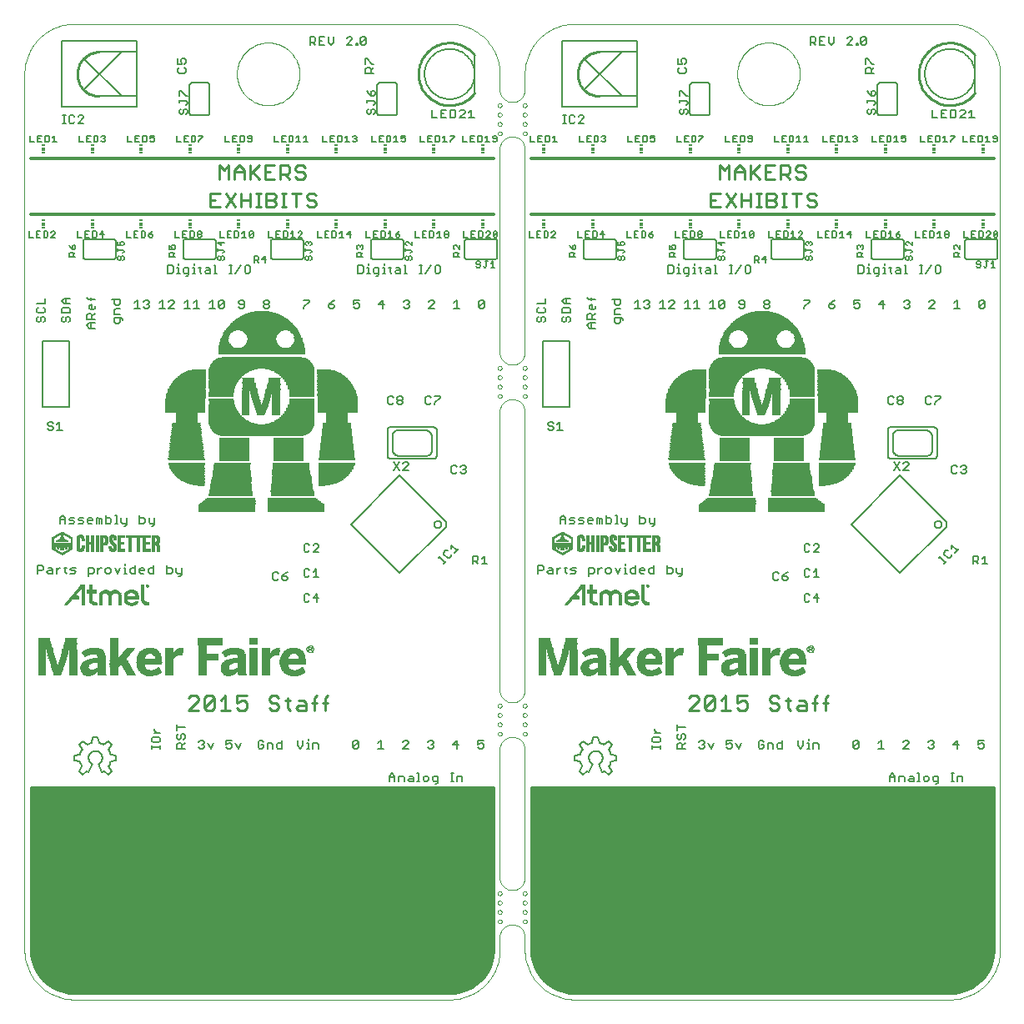
<source format=gto>
G75*
G70*
%OFA0B0*%
%FSLAX24Y24*%
%IPPOS*%
%LPD*%
%AMOC8*
5,1,8,0,0,1.08239X$1,22.5*
%
%ADD10C,0.0000*%
%ADD11C,0.0120*%
%ADD12C,0.0100*%
%ADD13C,0.0080*%
%ADD14C,0.0110*%
%ADD15R,0.0118X0.0059*%
%ADD16R,0.0118X0.0118*%
%ADD17R,0.0144X0.0011*%
%ADD18R,0.0156X0.0011*%
%ADD19R,0.0167X0.0011*%
%ADD20R,0.0300X0.0011*%
%ADD21R,0.0178X0.0011*%
%ADD22R,0.0312X0.0011*%
%ADD23R,0.0289X0.0011*%
%ADD24R,0.0311X0.0011*%
%ADD25R,0.0266X0.0011*%
%ADD26R,0.0323X0.0011*%
%ADD27R,0.0334X0.0011*%
%ADD28R,0.0411X0.0011*%
%ADD29R,0.0322X0.0011*%
%ADD30R,0.0333X0.0011*%
%ADD31R,0.0255X0.0011*%
%ADD32R,0.0400X0.0011*%
%ADD33R,0.0478X0.0011*%
%ADD34R,0.0477X0.0011*%
%ADD35R,0.0367X0.0011*%
%ADD36R,0.0334X0.0011*%
%ADD37R,0.0533X0.0011*%
%ADD38R,0.0545X0.0011*%
%ADD39R,0.0311X0.0011*%
%ADD40R,0.0411X0.0011*%
%ADD41R,0.0589X0.0011*%
%ADD42R,0.0589X0.0011*%
%ADD43R,0.0322X0.0011*%
%ADD44R,0.0444X0.0011*%
%ADD45R,0.0333X0.0011*%
%ADD46R,0.0622X0.0011*%
%ADD47R,0.0633X0.0011*%
%ADD48R,0.0300X0.0011*%
%ADD49R,0.0322X0.0011*%
%ADD50R,0.0311X0.0011*%
%ADD51R,0.0477X0.0011*%
%ADD52R,0.0311X0.0011*%
%ADD53R,0.0323X0.0011*%
%ADD54R,0.0322X0.0011*%
%ADD55R,0.0667X0.0011*%
%ADD56R,0.0333X0.0011*%
%ADD57R,0.0666X0.0011*%
%ADD58R,0.0512X0.0011*%
%ADD59R,0.0711X0.0011*%
%ADD60R,0.0500X0.0011*%
%ADD61R,0.0344X0.0011*%
%ADD62R,0.0534X0.0011*%
%ADD63R,0.0744X0.0011*%
%ADD64R,0.0534X0.0011*%
%ADD65R,0.0745X0.0011*%
%ADD66R,0.0556X0.0011*%
%ADD67R,0.0767X0.0011*%
%ADD68R,0.0556X0.0011*%
%ADD69R,0.0778X0.0011*%
%ADD70R,0.0355X0.0011*%
%ADD71R,0.0578X0.0011*%
%ADD72R,0.0811X0.0011*%
%ADD73R,0.0811X0.0011*%
%ADD74R,0.0366X0.0011*%
%ADD75R,0.0600X0.0011*%
%ADD76R,0.0833X0.0011*%
%ADD77R,0.0833X0.0011*%
%ADD78R,0.0867X0.0011*%
%ADD79R,0.0611X0.0011*%
%ADD80R,0.0855X0.0011*%
%ADD81R,0.0377X0.0011*%
%ADD82R,0.0889X0.0011*%
%ADD83R,0.0878X0.0011*%
%ADD84R,0.0388X0.0011*%
%ADD85R,0.0655X0.0011*%
%ADD86R,0.0889X0.0011*%
%ADD87R,0.0644X0.0011*%
%ADD88R,0.0388X0.0011*%
%ADD89R,0.0978X0.0011*%
%ADD90R,0.0889X0.0011*%
%ADD91R,0.0888X0.0011*%
%ADD92R,0.0978X0.0011*%
%ADD93R,0.0989X0.0011*%
%ADD94R,0.0888X0.0011*%
%ADD95R,0.0412X0.0011*%
%ADD96R,0.0989X0.0011*%
%ADD97R,0.0900X0.0011*%
%ADD98R,0.0423X0.0011*%
%ADD99R,0.0444X0.0011*%
%ADD100R,0.0356X0.0011*%
%ADD101R,0.1000X0.0011*%
%ADD102R,0.0434X0.0011*%
%ADD103R,0.0278X0.0011*%
%ADD104R,0.0289X0.0011*%
%ADD105R,0.0422X0.0011*%
%ADD106R,0.0378X0.0011*%
%ADD107R,0.0245X0.0011*%
%ADD108R,0.0389X0.0011*%
%ADD109R,0.0244X0.0011*%
%ADD110R,0.0445X0.0011*%
%ADD111R,0.0467X0.0011*%
%ADD112R,0.0212X0.0011*%
%ADD113R,0.0366X0.0011*%
%ADD114R,0.0211X0.0011*%
%ADD115R,0.0456X0.0011*%
%ADD116R,0.0166X0.0011*%
%ADD117R,0.0434X0.0011*%
%ADD118R,0.0456X0.0011*%
%ADD119R,0.0344X0.0011*%
%ADD120R,0.0400X0.0011*%
%ADD121R,0.0344X0.0011*%
%ADD122R,0.0144X0.0011*%
%ADD123R,0.0156X0.0011*%
%ADD124R,0.0122X0.0011*%
%ADD125R,0.0389X0.0011*%
%ADD126R,0.0344X0.0011*%
%ADD127R,0.0478X0.0011*%
%ADD128R,0.0345X0.0011*%
%ADD129R,0.0100X0.0011*%
%ADD130R,0.0089X0.0011*%
%ADD131R,0.0078X0.0011*%
%ADD132R,0.0489X0.0011*%
%ADD133R,0.0044X0.0011*%
%ADD134R,0.0045X0.0011*%
%ADD135R,0.0033X0.0011*%
%ADD136R,0.0022X0.0011*%
%ADD137R,0.0011X0.0011*%
%ADD138R,0.0011X0.0011*%
%ADD139R,0.0511X0.0011*%
%ADD140R,0.0367X0.0011*%
%ADD141R,0.0522X0.0011*%
%ADD142R,0.0378X0.0011*%
%ADD143R,0.0334X0.0011*%
%ADD144R,0.0522X0.0011*%
%ADD145R,0.0544X0.0011*%
%ADD146R,0.0244X0.0011*%
%ADD147R,0.0277X0.0011*%
%ADD148R,0.0789X0.0011*%
%ADD149R,0.0288X0.0011*%
%ADD150R,0.0288X0.0011*%
%ADD151R,0.0255X0.0011*%
%ADD152R,0.0356X0.0011*%
%ADD153R,0.0778X0.0011*%
%ADD154R,0.1033X0.0011*%
%ADD155R,0.0367X0.0011*%
%ADD156R,0.1034X0.0011*%
%ADD157R,0.1033X0.0011*%
%ADD158R,0.1034X0.0011*%
%ADD159R,0.0756X0.0011*%
%ADD160R,0.0256X0.0011*%
%ADD161R,0.0466X0.0011*%
%ADD162R,0.1044X0.0011*%
%ADD163R,0.0455X0.0011*%
%ADD164R,0.0511X0.0011*%
%ADD165R,0.0267X0.0011*%
%ADD166R,0.0734X0.0011*%
%ADD167R,0.1033X0.0011*%
%ADD168R,0.0256X0.0011*%
%ADD169R,0.0856X0.0011*%
%ADD170R,0.0723X0.0011*%
%ADD171R,0.0867X0.0011*%
%ADD172R,0.0289X0.0011*%
%ADD173R,0.0267X0.0011*%
%ADD174R,0.0845X0.0011*%
%ADD175R,0.0723X0.0011*%
%ADD176R,0.1033X0.0011*%
%ADD177R,0.0823X0.0011*%
%ADD178R,0.0712X0.0011*%
%ADD179R,0.0834X0.0011*%
%ADD180R,0.1022X0.0011*%
%ADD181R,0.0789X0.0011*%
%ADD182R,0.0700X0.0011*%
%ADD183R,0.0756X0.0011*%
%ADD184R,0.0689X0.0011*%
%ADD185R,0.0800X0.0011*%
%ADD186R,0.0767X0.0011*%
%ADD187R,0.0734X0.0011*%
%ADD188R,0.0678X0.0011*%
%ADD189R,0.0711X0.0011*%
%ADD190R,0.0667X0.0011*%
%ADD191R,0.0634X0.0011*%
%ADD192R,0.0667X0.0011*%
%ADD193R,0.0634X0.0011*%
%ADD194R,0.0267X0.0011*%
%ADD195R,0.0578X0.0011*%
%ADD196R,0.0667X0.0011*%
%ADD197R,0.0800X0.0011*%
%ADD198R,0.0589X0.0011*%
%ADD199R,0.0278X0.0011*%
%ADD200R,0.0267X0.0011*%
%ADD201R,0.0523X0.0011*%
%ADD202R,0.0656X0.0011*%
%ADD203R,0.0456X0.0011*%
%ADD204R,0.0356X0.0011*%
%ADD205R,0.0266X0.0011*%
%ADD206R,0.0023X0.0011*%
%ADD207R,0.0034X0.0011*%
%ADD208R,0.0056X0.0011*%
%ADD209R,0.0266X0.0011*%
%ADD210R,0.0078X0.0011*%
%ADD211R,0.0422X0.0011*%
%ADD212R,0.0423X0.0011*%
%ADD213R,0.0277X0.0011*%
%ADD214R,0.0111X0.0011*%
%ADD215R,0.0433X0.0011*%
%ADD216R,0.0133X0.0011*%
%ADD217R,0.0156X0.0011*%
%ADD218R,0.0189X0.0011*%
%ADD219R,0.0222X0.0011*%
%ADD220R,0.0555X0.0011*%
%ADD221R,0.0012X0.0011*%
%ADD222R,0.0222X0.0011*%
%ADD223R,0.0289X0.0011*%
%ADD224R,0.0389X0.0011*%
%ADD225R,0.0356X0.0011*%
%ADD226R,0.0700X0.0011*%
%ADD227R,0.0389X0.0011*%
%ADD228R,0.0355X0.0011*%
%ADD229R,0.0856X0.0011*%
%ADD230R,0.0911X0.0011*%
%ADD231R,0.0822X0.0011*%
%ADD232R,0.0155X0.0011*%
%ADD233R,0.0044X0.0011*%
%ADD234R,0.0034X0.0011*%
%ADD235R,0.0278X0.0011*%
%ADD236R,0.0755X0.0011*%
%ADD237R,0.0844X0.0011*%
%ADD238R,0.0033X0.0011*%
%ADD239R,0.0278X0.0011*%
%ADD240R,0.0822X0.0011*%
%ADD241R,0.0333X0.0011*%
%ADD242R,0.0722X0.0011*%
%ADD243R,0.0811X0.0011*%
%ADD244R,0.0733X0.0011*%
%ADD245R,0.0034X0.0011*%
%ADD246R,0.0033X0.0011*%
%ADD247R,0.0778X0.0011*%
%ADD248R,0.0656X0.0011*%
%ADD249R,0.0623X0.0011*%
%ADD250R,0.0677X0.0011*%
%ADD251R,0.0022X0.0011*%
%ADD252R,0.0644X0.0011*%
%ADD253R,0.0234X0.0011*%
%ADD254R,0.0233X0.0011*%
%ADD255R,0.0566X0.0011*%
%ADD256R,0.0223X0.0011*%
%ADD257R,0.0567X0.0011*%
%ADD258R,0.0566X0.0011*%
%ADD259R,0.0489X0.0011*%
%ADD260R,0.0200X0.0011*%
%ADD261R,0.0489X0.0011*%
%ADD262R,0.0022X0.0011*%
%ADD263R,0.0044X0.0011*%
%ADD264R,0.0022X0.0011*%
%ADD265R,0.0567X0.0011*%
%ADD266R,0.0433X0.0011*%
%ADD267R,0.0166X0.0011*%
%ADD268R,0.0134X0.0011*%
%ADD269R,0.0133X0.0011*%
%ADD270R,0.0200X0.0011*%
%ADD271R,0.0089X0.0011*%
%ADD272R,0.0544X0.0011*%
%ADD273R,0.0544X0.0011*%
%ADD274R,0.0533X0.0011*%
%ADD275R,0.0044X0.0011*%
%ADD276R,0.0045X0.0011*%
%ADD277R,0.0522X0.0011*%
%ADD278R,0.0511X0.0011*%
%ADD279R,0.0511X0.0011*%
%ADD280R,0.0989X0.0011*%
%ADD281R,0.0489X0.0011*%
%ADD282R,0.0478X0.0011*%
%ADD283R,0.0467X0.0011*%
%ADD284R,0.0444X0.0011*%
%ADD285R,0.0455X0.0011*%
%ADD286R,0.2260X0.0010*%
%ADD287R,0.2250X0.0010*%
%ADD288R,0.2240X0.0010*%
%ADD289R,0.2230X0.0010*%
%ADD290R,0.2210X0.0010*%
%ADD291R,0.2200X0.0010*%
%ADD292R,0.2190X0.0010*%
%ADD293R,0.2170X0.0010*%
%ADD294R,0.2160X0.0010*%
%ADD295R,0.2150X0.0010*%
%ADD296R,0.2140X0.0010*%
%ADD297R,0.2130X0.0010*%
%ADD298R,0.2120X0.0010*%
%ADD299R,0.2110X0.0010*%
%ADD300R,0.2100X0.0010*%
%ADD301R,0.2090X0.0010*%
%ADD302R,0.2080X0.0010*%
%ADD303R,0.2070X0.0010*%
%ADD304R,0.2060X0.0010*%
%ADD305R,0.2050X0.0010*%
%ADD306R,0.2040X0.0010*%
%ADD307R,0.2030X0.0010*%
%ADD308R,0.2020X0.0010*%
%ADD309R,0.2000X0.0010*%
%ADD310R,0.1990X0.0010*%
%ADD311R,0.1980X0.0010*%
%ADD312R,0.1960X0.0010*%
%ADD313R,0.1950X0.0010*%
%ADD314R,0.1940X0.0010*%
%ADD315R,0.1760X0.0010*%
%ADD316R,0.1750X0.0010*%
%ADD317R,0.1740X0.0010*%
%ADD318R,0.1730X0.0010*%
%ADD319R,0.1720X0.0010*%
%ADD320R,0.1710X0.0010*%
%ADD321R,0.1700X0.0010*%
%ADD322R,0.1690X0.0010*%
%ADD323R,0.1680X0.0010*%
%ADD324R,0.1670X0.0010*%
%ADD325R,0.1660X0.0010*%
%ADD326R,0.0190X0.0010*%
%ADD327R,0.1650X0.0010*%
%ADD328R,0.0290X0.0010*%
%ADD329R,0.0370X0.0010*%
%ADD330R,0.0420X0.0010*%
%ADD331R,0.0480X0.0010*%
%ADD332R,0.0470X0.0010*%
%ADD333R,0.0520X0.0010*%
%ADD334R,0.1640X0.0010*%
%ADD335R,0.0560X0.0010*%
%ADD336R,0.1630X0.0010*%
%ADD337R,0.0590X0.0010*%
%ADD338R,0.0620X0.0010*%
%ADD339R,0.0650X0.0010*%
%ADD340R,0.0680X0.0010*%
%ADD341R,0.0710X0.0010*%
%ADD342R,0.1620X0.0010*%
%ADD343R,0.0740X0.0010*%
%ADD344R,0.0760X0.0010*%
%ADD345R,0.0780X0.0010*%
%ADD346R,0.0800X0.0010*%
%ADD347R,0.0830X0.0010*%
%ADD348R,0.1610X0.0010*%
%ADD349R,0.0850X0.0010*%
%ADD350R,0.0860X0.0010*%
%ADD351R,0.0880X0.0010*%
%ADD352R,0.0900X0.0010*%
%ADD353R,0.1600X0.0010*%
%ADD354R,0.0920X0.0010*%
%ADD355R,0.0940X0.0010*%
%ADD356R,0.1590X0.0010*%
%ADD357R,0.0950X0.0010*%
%ADD358R,0.0970X0.0010*%
%ADD359R,0.0980X0.0010*%
%ADD360R,0.1000X0.0010*%
%ADD361R,0.1010X0.0010*%
%ADD362R,0.1030X0.0010*%
%ADD363R,0.1580X0.0010*%
%ADD364R,0.1040X0.0010*%
%ADD365R,0.1050X0.0010*%
%ADD366R,0.1060X0.0010*%
%ADD367R,0.1080X0.0010*%
%ADD368R,0.1090X0.0010*%
%ADD369R,0.1570X0.0010*%
%ADD370R,0.1100X0.0010*%
%ADD371R,0.1560X0.0010*%
%ADD372R,0.1110X0.0010*%
%ADD373R,0.1120X0.0010*%
%ADD374R,0.1130X0.0010*%
%ADD375R,0.1140X0.0010*%
%ADD376R,0.1160X0.0010*%
%ADD377R,0.1550X0.0010*%
%ADD378R,0.1170X0.0010*%
%ADD379R,0.1180X0.0010*%
%ADD380R,0.1190X0.0010*%
%ADD381R,0.1200X0.0010*%
%ADD382R,0.1540X0.0010*%
%ADD383R,0.1210X0.0010*%
%ADD384R,0.1220X0.0010*%
%ADD385R,0.1230X0.0010*%
%ADD386R,0.1240X0.0010*%
%ADD387R,0.1530X0.0010*%
%ADD388R,0.1250X0.0010*%
%ADD389R,0.1520X0.0010*%
%ADD390R,0.1260X0.0010*%
%ADD391R,0.1270X0.0010*%
%ADD392R,0.1280X0.0010*%
%ADD393R,0.1290X0.0010*%
%ADD394R,0.1300X0.0010*%
%ADD395R,0.1510X0.0010*%
%ADD396R,0.1310X0.0010*%
%ADD397R,0.1320X0.0010*%
%ADD398R,0.1330X0.0010*%
%ADD399R,0.1500X0.0010*%
%ADD400R,0.1340X0.0010*%
%ADD401R,0.1490X0.0010*%
%ADD402R,0.1350X0.0010*%
%ADD403R,0.1360X0.0010*%
%ADD404R,0.1370X0.0010*%
%ADD405R,0.1480X0.0010*%
%ADD406R,0.1380X0.0010*%
%ADD407R,0.1390X0.0010*%
%ADD408R,0.1470X0.0010*%
%ADD409R,0.1400X0.0010*%
%ADD410R,0.1410X0.0010*%
%ADD411R,0.1460X0.0010*%
%ADD412R,0.1420X0.0010*%
%ADD413R,0.1450X0.0010*%
%ADD414R,0.1430X0.0010*%
%ADD415R,0.1440X0.0010*%
%ADD416R,0.3240X0.0010*%
%ADD417R,0.3350X0.0010*%
%ADD418R,0.3420X0.0010*%
%ADD419R,0.3480X0.0010*%
%ADD420R,0.3540X0.0010*%
%ADD421R,0.3580X0.0010*%
%ADD422R,0.3620X0.0010*%
%ADD423R,0.3660X0.0010*%
%ADD424R,0.3680X0.0010*%
%ADD425R,0.3720X0.0010*%
%ADD426R,0.3740X0.0010*%
%ADD427R,0.3780X0.0010*%
%ADD428R,0.3800X0.0010*%
%ADD429R,0.3820X0.0010*%
%ADD430R,0.3840X0.0010*%
%ADD431R,0.3870X0.0010*%
%ADD432R,0.3890X0.0010*%
%ADD433R,0.3910X0.0010*%
%ADD434R,0.3920X0.0010*%
%ADD435R,0.3940X0.0010*%
%ADD436R,0.3960X0.0010*%
%ADD437R,0.3980X0.0010*%
%ADD438R,0.4000X0.0010*%
%ADD439R,0.4010X0.0010*%
%ADD440R,0.4020X0.0010*%
%ADD441R,0.4040X0.0010*%
%ADD442R,0.4050X0.0010*%
%ADD443R,0.4060X0.0010*%
%ADD444R,0.4080X0.0010*%
%ADD445R,0.4100X0.0010*%
%ADD446R,0.1150X0.0010*%
%ADD447R,0.4120X0.0010*%
%ADD448R,0.4130X0.0010*%
%ADD449R,0.4140X0.0010*%
%ADD450R,0.4160X0.0010*%
%ADD451R,0.4180X0.0010*%
%ADD452R,0.4190X0.0010*%
%ADD453R,0.1890X0.0010*%
%ADD454R,0.1840X0.0010*%
%ADD455R,0.1810X0.0010*%
%ADD456R,0.1780X0.0010*%
%ADD457R,0.0300X0.0010*%
%ADD458R,0.0320X0.0010*%
%ADD459R,0.0340X0.0010*%
%ADD460R,0.0360X0.0010*%
%ADD461R,0.0380X0.0010*%
%ADD462R,0.0400X0.0010*%
%ADD463R,0.0440X0.0010*%
%ADD464R,0.0460X0.0010*%
%ADD465R,0.0490X0.0010*%
%ADD466R,0.0500X0.0010*%
%ADD467R,0.1070X0.0010*%
%ADD468R,0.0510X0.0010*%
%ADD469R,0.0530X0.0010*%
%ADD470R,0.0540X0.0010*%
%ADD471R,0.0570X0.0010*%
%ADD472R,0.0270X0.0010*%
%ADD473R,0.0260X0.0010*%
%ADD474R,0.1020X0.0010*%
%ADD475R,0.0310X0.0010*%
%ADD476R,0.0280X0.0010*%
%ADD477R,0.0990X0.0010*%
%ADD478R,0.0600X0.0010*%
%ADD479R,0.0580X0.0010*%
%ADD480R,0.0550X0.0010*%
%ADD481R,0.0450X0.0010*%
%ADD482R,0.0930X0.0010*%
%ADD483R,0.0840X0.0010*%
%ADD484R,0.0810X0.0010*%
%ADD485R,0.0790X0.0010*%
%ADD486R,0.0770X0.0010*%
%ADD487R,0.0640X0.0010*%
%ADD488R,0.0410X0.0010*%
%ADD489R,0.1850X0.0010*%
%ADD490R,0.4200X0.0010*%
%ADD491R,0.4150X0.0010*%
%ADD492R,0.4070X0.0010*%
%ADD493R,0.3900X0.0010*%
%ADD494R,0.3880X0.0010*%
%ADD495R,0.3860X0.0010*%
%ADD496R,0.3650X0.0010*%
%ADD497R,0.3530X0.0010*%
%ADD498R,0.3430X0.0010*%
%ADD499R,0.3340X0.0010*%
%ADD500R,0.3220X0.0010*%
%ADD501R,0.3460X0.0010*%
%ADD502R,0.3450X0.0010*%
%ADD503R,0.3440X0.0010*%
%ADD504R,0.0700X0.0010*%
%ADD505R,0.0660X0.0010*%
%ADD506R,0.0670X0.0010*%
%ADD507R,0.0630X0.0010*%
%ADD508R,0.0610X0.0010*%
%ADD509R,0.0430X0.0010*%
%ADD510R,0.0390X0.0010*%
%ADD511R,0.0350X0.0010*%
%ADD512R,0.0330X0.0010*%
%ADD513R,0.2860X0.0010*%
%ADD514R,0.2850X0.0010*%
%ADD515R,0.2840X0.0010*%
%ADD516R,0.2820X0.0010*%
%ADD517R,0.2800X0.0010*%
%ADD518R,0.2780X0.0010*%
%ADD519R,0.2760X0.0010*%
%ADD520R,0.2740X0.0010*%
%ADD521R,0.2730X0.0010*%
%ADD522R,0.2720X0.0010*%
%ADD523R,0.2700X0.0010*%
%ADD524R,0.2680X0.0010*%
%ADD525R,0.2660X0.0010*%
%ADD526R,0.2650X0.0010*%
%ADD527R,0.2630X0.0010*%
%ADD528R,0.2620X0.0010*%
%ADD529R,0.2600X0.0010*%
%ADD530R,0.2580X0.0010*%
%ADD531R,0.2560X0.0010*%
%ADD532R,0.2540X0.0010*%
%ADD533R,0.2520X0.0010*%
%ADD534R,0.2500X0.0010*%
%ADD535R,0.2480X0.0010*%
%ADD536R,0.2460X0.0010*%
%ADD537R,0.2440X0.0010*%
%ADD538R,0.2420X0.0010*%
%ADD539R,0.2400X0.0010*%
%ADD540R,0.2380X0.0010*%
%ADD541R,0.2360X0.0010*%
%ADD542R,0.2340X0.0010*%
%ADD543R,0.2320X0.0010*%
%ADD544R,0.2300X0.0010*%
%ADD545R,0.2270X0.0010*%
%ADD546R,0.2220X0.0010*%
%ADD547R,0.2180X0.0010*%
%ADD548R,0.1920X0.0010*%
%ADD549R,0.1900X0.0010*%
%ADD550R,0.1860X0.0010*%
%ADD551R,0.1830X0.0010*%
%ADD552R,0.1800X0.0010*%
%ADD553R,0.0960X0.0010*%
%ADD554R,0.0820X0.0010*%
%ADD555R,0.0720X0.0010*%
%ADD556R,0.0028X0.0004*%
%ADD557R,0.0116X0.0004*%
%ADD558R,0.0160X0.0004*%
%ADD559R,0.0196X0.0004*%
%ADD560R,0.0144X0.0004*%
%ADD561R,0.0120X0.0004*%
%ADD562R,0.0100X0.0004*%
%ADD563R,0.0124X0.0004*%
%ADD564R,0.0128X0.0004*%
%ADD565R,0.0224X0.0004*%
%ADD566R,0.0104X0.0004*%
%ADD567R,0.0140X0.0004*%
%ADD568R,0.0248X0.0004*%
%ADD569R,0.0140X0.0004*%
%ADD570R,0.0120X0.0004*%
%ADD571R,0.0136X0.0004*%
%ADD572R,0.0124X0.0004*%
%ADD573R,0.0128X0.0004*%
%ADD574R,0.0268X0.0004*%
%ADD575R,0.0136X0.0004*%
%ADD576R,0.0148X0.0004*%
%ADD577R,0.0288X0.0004*%
%ADD578R,0.0148X0.0004*%
%ADD579R,0.0144X0.0004*%
%ADD580R,0.0156X0.0004*%
%ADD581R,0.0304X0.0004*%
%ADD582R,0.0160X0.0004*%
%ADD583R,0.0164X0.0004*%
%ADD584R,0.0320X0.0004*%
%ADD585R,0.0168X0.0004*%
%ADD586R,0.0172X0.0004*%
%ADD587R,0.0336X0.0004*%
%ADD588R,0.0176X0.0004*%
%ADD589R,0.0180X0.0004*%
%ADD590R,0.0352X0.0004*%
%ADD591R,0.0184X0.0004*%
%ADD592R,0.0188X0.0004*%
%ADD593R,0.0360X0.0004*%
%ADD594R,0.0192X0.0004*%
%ADD595R,0.0376X0.0004*%
%ADD596R,0.0196X0.0004*%
%ADD597R,0.0200X0.0004*%
%ADD598R,0.0384X0.0004*%
%ADD599R,0.0204X0.0004*%
%ADD600R,0.0208X0.0004*%
%ADD601R,0.0396X0.0004*%
%ADD602R,0.0208X0.0004*%
%ADD603R,0.0144X0.0004*%
%ADD604R,0.0212X0.0004*%
%ADD605R,0.0408X0.0004*%
%ADD606R,0.0216X0.0004*%
%ADD607R,0.0144X0.0004*%
%ADD608R,0.0216X0.0004*%
%ADD609R,0.0416X0.0004*%
%ADD610R,0.0220X0.0004*%
%ADD611R,0.0224X0.0004*%
%ADD612R,0.0428X0.0004*%
%ADD613R,0.0228X0.0004*%
%ADD614R,0.0436X0.0004*%
%ADD615R,0.0228X0.0004*%
%ADD616R,0.0232X0.0004*%
%ADD617R,0.0444X0.0004*%
%ADD618R,0.0236X0.0004*%
%ADD619R,0.0236X0.0004*%
%ADD620R,0.0452X0.0004*%
%ADD621R,0.0240X0.0004*%
%ADD622R,0.0240X0.0004*%
%ADD623R,0.0460X0.0004*%
%ADD624R,0.0244X0.0004*%
%ADD625R,0.0244X0.0004*%
%ADD626R,0.0468X0.0004*%
%ADD627R,0.0248X0.0004*%
%ADD628R,0.0476X0.0004*%
%ADD629R,0.0252X0.0004*%
%ADD630R,0.0480X0.0004*%
%ADD631R,0.0256X0.0004*%
%ADD632R,0.0232X0.0004*%
%ADD633R,0.0220X0.0004*%
%ADD634R,0.0256X0.0004*%
%ADD635R,0.0260X0.0004*%
%ADD636R,0.0260X0.0004*%
%ADD637R,0.0188X0.0004*%
%ADD638R,0.0264X0.0004*%
%ADD639R,0.0264X0.0004*%
%ADD640R,0.0180X0.0004*%
%ADD641R,0.0268X0.0004*%
%ADD642R,0.0268X0.0004*%
%ADD643R,0.0272X0.0004*%
%ADD644R,0.0172X0.0004*%
%ADD645R,0.0168X0.0004*%
%ADD646R,0.0272X0.0004*%
%ADD647R,0.0168X0.0004*%
%ADD648R,0.0164X0.0004*%
%ADD649R,0.0276X0.0004*%
%ADD650R,0.0276X0.0004*%
%ADD651R,0.0164X0.0004*%
%ADD652R,0.0280X0.0004*%
%ADD653R,0.0156X0.0004*%
%ADD654R,0.0176X0.0004*%
%ADD655R,0.0148X0.0004*%
%ADD656R,0.0168X0.0004*%
%ADD657R,0.0152X0.0004*%
%ADD658R,0.0152X0.0004*%
%ADD659R,0.0156X0.0004*%
%ADD660R,0.0132X0.0004*%
%ADD661R,0.0136X0.0004*%
%ADD662R,0.0132X0.0004*%
%ADD663R,0.0128X0.0004*%
%ADD664R,0.0136X0.0004*%
%ADD665R,0.0124X0.0004*%
%ADD666R,0.0124X0.0004*%
%ADD667R,0.0132X0.0004*%
%ADD668R,0.0132X0.0004*%
%ADD669R,0.0388X0.0004*%
%ADD670R,0.0608X0.0004*%
%ADD671R,0.0384X0.0004*%
%ADD672R,0.0612X0.0004*%
%ADD673R,0.0380X0.0004*%
%ADD674R,0.0612X0.0004*%
%ADD675R,0.0372X0.0004*%
%ADD676R,0.0372X0.0004*%
%ADD677R,0.0368X0.0004*%
%ADD678R,0.0364X0.0004*%
%ADD679R,0.0360X0.0004*%
%ADD680R,0.0356X0.0004*%
%ADD681R,0.0352X0.0004*%
%ADD682R,0.0348X0.0004*%
%ADD683R,0.0344X0.0004*%
%ADD684R,0.0340X0.0004*%
%ADD685R,0.0336X0.0004*%
%ADD686R,0.0332X0.0004*%
%ADD687R,0.0328X0.0004*%
%ADD688R,0.0328X0.0004*%
%ADD689R,0.0324X0.0004*%
%ADD690R,0.0320X0.0004*%
%ADD691R,0.0316X0.0004*%
%ADD692R,0.0312X0.0004*%
%ADD693R,0.0308X0.0004*%
%ADD694R,0.0308X0.0004*%
%ADD695R,0.0604X0.0004*%
%ADD696R,0.0304X0.0004*%
%ADD697R,0.0604X0.0004*%
%ADD698R,0.0300X0.0004*%
%ADD699R,0.0296X0.0004*%
%ADD700R,0.0128X0.0004*%
%ADD701R,0.0152X0.0004*%
%ADD702R,0.0156X0.0004*%
%ADD703R,0.0176X0.0004*%
%ADD704R,0.0184X0.0004*%
%ADD705R,0.0192X0.0004*%
%ADD706R,0.0196X0.0004*%
%ADD707R,0.0216X0.0004*%
%ADD708R,0.0224X0.0004*%
%ADD709R,0.0232X0.0004*%
%ADD710R,0.0256X0.0004*%
%ADD711R,0.0272X0.0004*%
%ADD712R,0.0292X0.0004*%
%ADD713R,0.0184X0.0004*%
%ADD714R,0.0316X0.0004*%
%ADD715R,0.0376X0.0004*%
%ADD716R,0.0204X0.0004*%
%ADD717R,0.0356X0.0004*%
%ADD718R,0.0824X0.0004*%
%ADD719R,0.0376X0.0004*%
%ADD720R,0.0820X0.0004*%
%ADD721R,0.0176X0.0004*%
%ADD722R,0.0816X0.0004*%
%ADD723R,0.0808X0.0004*%
%ADD724R,0.0200X0.0004*%
%ADD725R,0.0804X0.0004*%
%ADD726R,0.0796X0.0004*%
%ADD727R,0.0792X0.0004*%
%ADD728R,0.0472X0.0004*%
%ADD729R,0.0784X0.0004*%
%ADD730R,0.0468X0.0004*%
%ADD731R,0.0776X0.0004*%
%ADD732R,0.0460X0.0004*%
%ADD733R,0.0452X0.0004*%
%ADD734R,0.0376X0.0004*%
%ADD735R,0.0444X0.0004*%
%ADD736R,0.0368X0.0004*%
%ADD737R,0.0364X0.0004*%
%ADD738R,0.0436X0.0004*%
%ADD739R,0.0428X0.0004*%
%ADD740R,0.0420X0.0004*%
%ADD741R,0.0344X0.0004*%
%ADD742R,0.0412X0.0004*%
%ADD743R,0.0404X0.0004*%
%ADD744R,0.0324X0.0004*%
%ADD745R,0.0392X0.0004*%
%ADD746R,0.0280X0.0004*%
%ADD747R,0.0284X0.0004*%
%ADD748R,0.0348X0.0004*%
%ADD749R,0.0256X0.0004*%
%ADD750R,0.0244X0.0004*%
%ADD751R,0.0308X0.0004*%
%ADD752R,0.0212X0.0004*%
%ADD753R,0.0236X0.0004*%
%ADD754R,0.0184X0.0004*%
%ADD755R,0.0088X0.0004*%
%ADD756R,0.0112X0.0004*%
%ADD757R,0.0024X0.0004*%
%ADD758R,0.0252X0.0004*%
%ADD759R,0.0040X0.0004*%
%ADD760R,0.0056X0.0004*%
%ADD761R,0.0016X0.0004*%
%ADD762R,0.0016X0.0004*%
%ADD763R,0.0012X0.0004*%
%ADD764R,0.0012X0.0004*%
%ADD765R,0.0008X0.0004*%
%ADD766R,0.0012X0.0004*%
%ADD767R,0.0208X0.0004*%
%ADD768R,0.0012X0.0004*%
%ADD769R,0.0004X0.0004*%
%ADD770R,0.0008X0.0004*%
%ADD771R,0.0004X0.0004*%
%ADD772R,0.0008X0.0004*%
%ADD773R,0.0192X0.0004*%
%ADD774R,0.0008X0.0004*%
%ADD775R,0.0032X0.0004*%
%ADD776R,0.0016X0.0004*%
%ADD777R,0.0016X0.0004*%
%ADD778R,0.0056X0.0004*%
%ADD779C,0.0001*%
D10*
X000655Y002655D02*
X000655Y037655D01*
X000657Y037750D01*
X000664Y037845D01*
X000675Y037940D01*
X000691Y038034D01*
X000711Y038127D01*
X000736Y038218D01*
X000765Y038309D01*
X000798Y038398D01*
X000836Y038486D01*
X000877Y038571D01*
X000923Y038655D01*
X000972Y038736D01*
X001026Y038815D01*
X001083Y038891D01*
X001144Y038965D01*
X001208Y039035D01*
X001275Y039102D01*
X001345Y039166D01*
X001419Y039227D01*
X001495Y039284D01*
X001574Y039338D01*
X001655Y039387D01*
X001739Y039433D01*
X001824Y039474D01*
X001912Y039512D01*
X002001Y039545D01*
X002092Y039574D01*
X002183Y039599D01*
X002276Y039619D01*
X002370Y039635D01*
X002465Y039646D01*
X002560Y039653D01*
X002655Y039655D01*
X017655Y039655D01*
X017750Y039653D01*
X017845Y039646D01*
X017940Y039635D01*
X018034Y039619D01*
X018127Y039599D01*
X018218Y039574D01*
X018309Y039545D01*
X018398Y039512D01*
X018486Y039474D01*
X018571Y039433D01*
X018655Y039387D01*
X018736Y039338D01*
X018815Y039284D01*
X018891Y039227D01*
X018965Y039166D01*
X019035Y039102D01*
X019102Y039035D01*
X019166Y038965D01*
X019227Y038891D01*
X019284Y038815D01*
X019338Y038736D01*
X019387Y038655D01*
X019433Y038571D01*
X019474Y038486D01*
X019512Y038398D01*
X019545Y038309D01*
X019574Y038218D01*
X019599Y038127D01*
X019619Y038034D01*
X019635Y037940D01*
X019646Y037845D01*
X019653Y037750D01*
X019655Y037655D01*
X019655Y037030D01*
X020155Y036530D02*
X020199Y036532D01*
X020242Y036538D01*
X020284Y036547D01*
X020326Y036560D01*
X020366Y036577D01*
X020405Y036597D01*
X020442Y036620D01*
X020476Y036647D01*
X020509Y036676D01*
X020538Y036709D01*
X020565Y036743D01*
X020588Y036780D01*
X020608Y036819D01*
X020625Y036859D01*
X020638Y036901D01*
X020647Y036943D01*
X020653Y036986D01*
X020655Y037030D01*
X020655Y037655D01*
X019655Y037030D02*
X019657Y036986D01*
X019663Y036943D01*
X019672Y036901D01*
X019685Y036859D01*
X019702Y036819D01*
X019722Y036780D01*
X019745Y036743D01*
X019772Y036709D01*
X019801Y036676D01*
X019834Y036647D01*
X019868Y036620D01*
X019905Y036597D01*
X019944Y036577D01*
X019984Y036560D01*
X020026Y036547D01*
X020068Y036538D01*
X020111Y036532D01*
X020155Y036530D01*
X019576Y036405D02*
X019578Y036423D01*
X019584Y036439D01*
X019593Y036454D01*
X019606Y036467D01*
X019621Y036476D01*
X019637Y036482D01*
X019655Y036484D01*
X019673Y036482D01*
X019689Y036476D01*
X019704Y036467D01*
X019717Y036454D01*
X019726Y036439D01*
X019732Y036423D01*
X019734Y036405D01*
X019732Y036387D01*
X019726Y036371D01*
X019717Y036356D01*
X019704Y036343D01*
X019689Y036334D01*
X019673Y036328D01*
X019655Y036326D01*
X019637Y036328D01*
X019621Y036334D01*
X019606Y036343D01*
X019593Y036356D01*
X019584Y036371D01*
X019578Y036387D01*
X019576Y036405D01*
X019576Y036030D02*
X019578Y036048D01*
X019584Y036064D01*
X019593Y036079D01*
X019606Y036092D01*
X019621Y036101D01*
X019637Y036107D01*
X019655Y036109D01*
X019673Y036107D01*
X019689Y036101D01*
X019704Y036092D01*
X019717Y036079D01*
X019726Y036064D01*
X019732Y036048D01*
X019734Y036030D01*
X019732Y036012D01*
X019726Y035996D01*
X019717Y035981D01*
X019704Y035968D01*
X019689Y035959D01*
X019673Y035953D01*
X019655Y035951D01*
X019637Y035953D01*
X019621Y035959D01*
X019606Y035968D01*
X019593Y035981D01*
X019584Y035996D01*
X019578Y036012D01*
X019576Y036030D01*
X019576Y035655D02*
X019578Y035673D01*
X019584Y035689D01*
X019593Y035704D01*
X019606Y035717D01*
X019621Y035726D01*
X019637Y035732D01*
X019655Y035734D01*
X019673Y035732D01*
X019689Y035726D01*
X019704Y035717D01*
X019717Y035704D01*
X019726Y035689D01*
X019732Y035673D01*
X019734Y035655D01*
X019732Y035637D01*
X019726Y035621D01*
X019717Y035606D01*
X019704Y035593D01*
X019689Y035584D01*
X019673Y035578D01*
X019655Y035576D01*
X019637Y035578D01*
X019621Y035584D01*
X019606Y035593D01*
X019593Y035606D01*
X019584Y035621D01*
X019578Y035637D01*
X019576Y035655D01*
X019576Y035280D02*
X019578Y035298D01*
X019584Y035314D01*
X019593Y035329D01*
X019606Y035342D01*
X019621Y035351D01*
X019637Y035357D01*
X019655Y035359D01*
X019673Y035357D01*
X019689Y035351D01*
X019704Y035342D01*
X019717Y035329D01*
X019726Y035314D01*
X019732Y035298D01*
X019734Y035280D01*
X019732Y035262D01*
X019726Y035246D01*
X019717Y035231D01*
X019704Y035218D01*
X019689Y035209D01*
X019673Y035203D01*
X019655Y035201D01*
X019637Y035203D01*
X019621Y035209D01*
X019606Y035218D01*
X019593Y035231D01*
X019584Y035246D01*
X019578Y035262D01*
X019576Y035280D01*
X019655Y034655D02*
X019655Y026530D01*
X020155Y026030D02*
X020199Y026032D01*
X020242Y026038D01*
X020284Y026047D01*
X020326Y026060D01*
X020366Y026077D01*
X020405Y026097D01*
X020442Y026120D01*
X020476Y026147D01*
X020509Y026176D01*
X020538Y026209D01*
X020565Y026243D01*
X020588Y026280D01*
X020608Y026319D01*
X020625Y026359D01*
X020638Y026401D01*
X020647Y026443D01*
X020653Y026486D01*
X020655Y026530D01*
X020655Y034655D01*
X020155Y035155D02*
X020111Y035153D01*
X020068Y035147D01*
X020026Y035138D01*
X019984Y035125D01*
X019944Y035108D01*
X019905Y035088D01*
X019868Y035065D01*
X019834Y035038D01*
X019801Y035009D01*
X019772Y034976D01*
X019745Y034942D01*
X019722Y034905D01*
X019702Y034866D01*
X019685Y034826D01*
X019672Y034784D01*
X019663Y034742D01*
X019657Y034699D01*
X019655Y034655D01*
X020155Y035155D02*
X020199Y035153D01*
X020242Y035147D01*
X020284Y035138D01*
X020326Y035125D01*
X020366Y035108D01*
X020405Y035088D01*
X020442Y035065D01*
X020476Y035038D01*
X020509Y035009D01*
X020538Y034976D01*
X020565Y034942D01*
X020588Y034905D01*
X020608Y034866D01*
X020625Y034826D01*
X020638Y034784D01*
X020647Y034742D01*
X020653Y034699D01*
X020655Y034655D01*
X020576Y035280D02*
X020578Y035298D01*
X020584Y035314D01*
X020593Y035329D01*
X020606Y035342D01*
X020621Y035351D01*
X020637Y035357D01*
X020655Y035359D01*
X020673Y035357D01*
X020689Y035351D01*
X020704Y035342D01*
X020717Y035329D01*
X020726Y035314D01*
X020732Y035298D01*
X020734Y035280D01*
X020732Y035262D01*
X020726Y035246D01*
X020717Y035231D01*
X020704Y035218D01*
X020689Y035209D01*
X020673Y035203D01*
X020655Y035201D01*
X020637Y035203D01*
X020621Y035209D01*
X020606Y035218D01*
X020593Y035231D01*
X020584Y035246D01*
X020578Y035262D01*
X020576Y035280D01*
X020576Y035655D02*
X020578Y035673D01*
X020584Y035689D01*
X020593Y035704D01*
X020606Y035717D01*
X020621Y035726D01*
X020637Y035732D01*
X020655Y035734D01*
X020673Y035732D01*
X020689Y035726D01*
X020704Y035717D01*
X020717Y035704D01*
X020726Y035689D01*
X020732Y035673D01*
X020734Y035655D01*
X020732Y035637D01*
X020726Y035621D01*
X020717Y035606D01*
X020704Y035593D01*
X020689Y035584D01*
X020673Y035578D01*
X020655Y035576D01*
X020637Y035578D01*
X020621Y035584D01*
X020606Y035593D01*
X020593Y035606D01*
X020584Y035621D01*
X020578Y035637D01*
X020576Y035655D01*
X020576Y036030D02*
X020578Y036048D01*
X020584Y036064D01*
X020593Y036079D01*
X020606Y036092D01*
X020621Y036101D01*
X020637Y036107D01*
X020655Y036109D01*
X020673Y036107D01*
X020689Y036101D01*
X020704Y036092D01*
X020717Y036079D01*
X020726Y036064D01*
X020732Y036048D01*
X020734Y036030D01*
X020732Y036012D01*
X020726Y035996D01*
X020717Y035981D01*
X020704Y035968D01*
X020689Y035959D01*
X020673Y035953D01*
X020655Y035951D01*
X020637Y035953D01*
X020621Y035959D01*
X020606Y035968D01*
X020593Y035981D01*
X020584Y035996D01*
X020578Y036012D01*
X020576Y036030D01*
X020576Y036405D02*
X020578Y036423D01*
X020584Y036439D01*
X020593Y036454D01*
X020606Y036467D01*
X020621Y036476D01*
X020637Y036482D01*
X020655Y036484D01*
X020673Y036482D01*
X020689Y036476D01*
X020704Y036467D01*
X020717Y036454D01*
X020726Y036439D01*
X020732Y036423D01*
X020734Y036405D01*
X020732Y036387D01*
X020726Y036371D01*
X020717Y036356D01*
X020704Y036343D01*
X020689Y036334D01*
X020673Y036328D01*
X020655Y036326D01*
X020637Y036328D01*
X020621Y036334D01*
X020606Y036343D01*
X020593Y036356D01*
X020584Y036371D01*
X020578Y036387D01*
X020576Y036405D01*
X020655Y037655D02*
X020657Y037750D01*
X020664Y037845D01*
X020675Y037940D01*
X020691Y038034D01*
X020711Y038127D01*
X020736Y038218D01*
X020765Y038309D01*
X020798Y038398D01*
X020836Y038486D01*
X020877Y038571D01*
X020923Y038655D01*
X020972Y038736D01*
X021026Y038815D01*
X021083Y038891D01*
X021144Y038965D01*
X021208Y039035D01*
X021275Y039102D01*
X021345Y039166D01*
X021419Y039227D01*
X021495Y039284D01*
X021574Y039338D01*
X021655Y039387D01*
X021739Y039433D01*
X021824Y039474D01*
X021912Y039512D01*
X022001Y039545D01*
X022092Y039574D01*
X022183Y039599D01*
X022276Y039619D01*
X022370Y039635D01*
X022465Y039646D01*
X022560Y039653D01*
X022655Y039655D01*
X037655Y039655D01*
X037750Y039653D01*
X037845Y039646D01*
X037940Y039635D01*
X038034Y039619D01*
X038127Y039599D01*
X038218Y039574D01*
X038309Y039545D01*
X038398Y039512D01*
X038486Y039474D01*
X038571Y039433D01*
X038655Y039387D01*
X038736Y039338D01*
X038815Y039284D01*
X038891Y039227D01*
X038965Y039166D01*
X039035Y039102D01*
X039102Y039035D01*
X039166Y038965D01*
X039227Y038891D01*
X039284Y038815D01*
X039338Y038736D01*
X039387Y038655D01*
X039433Y038571D01*
X039474Y038486D01*
X039512Y038398D01*
X039545Y038309D01*
X039574Y038218D01*
X039599Y038127D01*
X039619Y038034D01*
X039635Y037940D01*
X039646Y037845D01*
X039653Y037750D01*
X039655Y037655D01*
X039655Y002655D01*
X039653Y002560D01*
X039646Y002465D01*
X039635Y002370D01*
X039619Y002276D01*
X039599Y002183D01*
X039574Y002092D01*
X039545Y002001D01*
X039512Y001912D01*
X039474Y001824D01*
X039433Y001739D01*
X039387Y001655D01*
X039338Y001574D01*
X039284Y001495D01*
X039227Y001419D01*
X039166Y001345D01*
X039102Y001275D01*
X039035Y001208D01*
X038965Y001144D01*
X038891Y001083D01*
X038815Y001026D01*
X038736Y000972D01*
X038655Y000923D01*
X038571Y000877D01*
X038486Y000836D01*
X038398Y000798D01*
X038309Y000765D01*
X038218Y000736D01*
X038127Y000711D01*
X038034Y000691D01*
X037940Y000675D01*
X037845Y000664D01*
X037750Y000657D01*
X037655Y000655D01*
X022655Y000655D01*
X022560Y000657D01*
X022465Y000664D01*
X022370Y000675D01*
X022276Y000691D01*
X022183Y000711D01*
X022092Y000736D01*
X022001Y000765D01*
X021912Y000798D01*
X021824Y000836D01*
X021739Y000877D01*
X021655Y000923D01*
X021574Y000972D01*
X021495Y001026D01*
X021419Y001083D01*
X021345Y001144D01*
X021275Y001208D01*
X021208Y001275D01*
X021144Y001345D01*
X021083Y001419D01*
X021026Y001495D01*
X020972Y001574D01*
X020923Y001655D01*
X020877Y001739D01*
X020836Y001824D01*
X020798Y001912D01*
X020765Y002001D01*
X020736Y002092D01*
X020711Y002183D01*
X020691Y002276D01*
X020675Y002370D01*
X020664Y002465D01*
X020657Y002560D01*
X020655Y002655D01*
X020655Y003155D01*
X020155Y003655D02*
X020111Y003653D01*
X020068Y003647D01*
X020026Y003638D01*
X019984Y003625D01*
X019944Y003608D01*
X019905Y003588D01*
X019868Y003565D01*
X019834Y003538D01*
X019801Y003509D01*
X019772Y003476D01*
X019745Y003442D01*
X019722Y003405D01*
X019702Y003366D01*
X019685Y003326D01*
X019672Y003284D01*
X019663Y003242D01*
X019657Y003199D01*
X019655Y003155D01*
X019655Y002655D01*
X020655Y003155D02*
X020653Y003199D01*
X020647Y003242D01*
X020638Y003284D01*
X020625Y003326D01*
X020608Y003366D01*
X020588Y003405D01*
X020565Y003442D01*
X020538Y003476D01*
X020509Y003509D01*
X020476Y003538D01*
X020442Y003565D01*
X020405Y003588D01*
X020366Y003608D01*
X020326Y003625D01*
X020284Y003638D01*
X020242Y003647D01*
X020199Y003653D01*
X020155Y003655D01*
X019576Y003780D02*
X019578Y003798D01*
X019584Y003814D01*
X019593Y003829D01*
X019606Y003842D01*
X019621Y003851D01*
X019637Y003857D01*
X019655Y003859D01*
X019673Y003857D01*
X019689Y003851D01*
X019704Y003842D01*
X019717Y003829D01*
X019726Y003814D01*
X019732Y003798D01*
X019734Y003780D01*
X019732Y003762D01*
X019726Y003746D01*
X019717Y003731D01*
X019704Y003718D01*
X019689Y003709D01*
X019673Y003703D01*
X019655Y003701D01*
X019637Y003703D01*
X019621Y003709D01*
X019606Y003718D01*
X019593Y003731D01*
X019584Y003746D01*
X019578Y003762D01*
X019576Y003780D01*
X019576Y004155D02*
X019578Y004173D01*
X019584Y004189D01*
X019593Y004204D01*
X019606Y004217D01*
X019621Y004226D01*
X019637Y004232D01*
X019655Y004234D01*
X019673Y004232D01*
X019689Y004226D01*
X019704Y004217D01*
X019717Y004204D01*
X019726Y004189D01*
X019732Y004173D01*
X019734Y004155D01*
X019732Y004137D01*
X019726Y004121D01*
X019717Y004106D01*
X019704Y004093D01*
X019689Y004084D01*
X019673Y004078D01*
X019655Y004076D01*
X019637Y004078D01*
X019621Y004084D01*
X019606Y004093D01*
X019593Y004106D01*
X019584Y004121D01*
X019578Y004137D01*
X019576Y004155D01*
X019576Y004530D02*
X019578Y004548D01*
X019584Y004564D01*
X019593Y004579D01*
X019606Y004592D01*
X019621Y004601D01*
X019637Y004607D01*
X019655Y004609D01*
X019673Y004607D01*
X019689Y004601D01*
X019704Y004592D01*
X019717Y004579D01*
X019726Y004564D01*
X019732Y004548D01*
X019734Y004530D01*
X019732Y004512D01*
X019726Y004496D01*
X019717Y004481D01*
X019704Y004468D01*
X019689Y004459D01*
X019673Y004453D01*
X019655Y004451D01*
X019637Y004453D01*
X019621Y004459D01*
X019606Y004468D01*
X019593Y004481D01*
X019584Y004496D01*
X019578Y004512D01*
X019576Y004530D01*
X019576Y004905D02*
X019578Y004923D01*
X019584Y004939D01*
X019593Y004954D01*
X019606Y004967D01*
X019621Y004976D01*
X019637Y004982D01*
X019655Y004984D01*
X019673Y004982D01*
X019689Y004976D01*
X019704Y004967D01*
X019717Y004954D01*
X019726Y004939D01*
X019732Y004923D01*
X019734Y004905D01*
X019732Y004887D01*
X019726Y004871D01*
X019717Y004856D01*
X019704Y004843D01*
X019689Y004834D01*
X019673Y004828D01*
X019655Y004826D01*
X019637Y004828D01*
X019621Y004834D01*
X019606Y004843D01*
X019593Y004856D01*
X019584Y004871D01*
X019578Y004887D01*
X019576Y004905D01*
X019655Y005530D02*
X019655Y010655D01*
X019657Y010699D01*
X019663Y010742D01*
X019672Y010784D01*
X019685Y010826D01*
X019702Y010866D01*
X019722Y010905D01*
X019745Y010942D01*
X019772Y010976D01*
X019801Y011009D01*
X019834Y011038D01*
X019868Y011065D01*
X019905Y011088D01*
X019944Y011108D01*
X019984Y011125D01*
X020026Y011138D01*
X020068Y011147D01*
X020111Y011153D01*
X020155Y011155D01*
X020199Y011153D01*
X020242Y011147D01*
X020284Y011138D01*
X020326Y011125D01*
X020366Y011108D01*
X020405Y011088D01*
X020442Y011065D01*
X020476Y011038D01*
X020509Y011009D01*
X020538Y010976D01*
X020565Y010942D01*
X020588Y010905D01*
X020608Y010866D01*
X020625Y010826D01*
X020638Y010784D01*
X020647Y010742D01*
X020653Y010699D01*
X020655Y010655D01*
X020655Y005530D01*
X020653Y005486D01*
X020647Y005443D01*
X020638Y005401D01*
X020625Y005359D01*
X020608Y005319D01*
X020588Y005280D01*
X020565Y005243D01*
X020538Y005209D01*
X020509Y005176D01*
X020476Y005147D01*
X020442Y005120D01*
X020405Y005097D01*
X020366Y005077D01*
X020326Y005060D01*
X020284Y005047D01*
X020242Y005038D01*
X020199Y005032D01*
X020155Y005030D01*
X020111Y005032D01*
X020068Y005038D01*
X020026Y005047D01*
X019984Y005060D01*
X019944Y005077D01*
X019905Y005097D01*
X019868Y005120D01*
X019834Y005147D01*
X019801Y005176D01*
X019772Y005209D01*
X019745Y005243D01*
X019722Y005280D01*
X019702Y005319D01*
X019685Y005359D01*
X019672Y005401D01*
X019663Y005443D01*
X019657Y005486D01*
X019655Y005530D01*
X020576Y004905D02*
X020578Y004923D01*
X020584Y004939D01*
X020593Y004954D01*
X020606Y004967D01*
X020621Y004976D01*
X020637Y004982D01*
X020655Y004984D01*
X020673Y004982D01*
X020689Y004976D01*
X020704Y004967D01*
X020717Y004954D01*
X020726Y004939D01*
X020732Y004923D01*
X020734Y004905D01*
X020732Y004887D01*
X020726Y004871D01*
X020717Y004856D01*
X020704Y004843D01*
X020689Y004834D01*
X020673Y004828D01*
X020655Y004826D01*
X020637Y004828D01*
X020621Y004834D01*
X020606Y004843D01*
X020593Y004856D01*
X020584Y004871D01*
X020578Y004887D01*
X020576Y004905D01*
X020576Y004530D02*
X020578Y004548D01*
X020584Y004564D01*
X020593Y004579D01*
X020606Y004592D01*
X020621Y004601D01*
X020637Y004607D01*
X020655Y004609D01*
X020673Y004607D01*
X020689Y004601D01*
X020704Y004592D01*
X020717Y004579D01*
X020726Y004564D01*
X020732Y004548D01*
X020734Y004530D01*
X020732Y004512D01*
X020726Y004496D01*
X020717Y004481D01*
X020704Y004468D01*
X020689Y004459D01*
X020673Y004453D01*
X020655Y004451D01*
X020637Y004453D01*
X020621Y004459D01*
X020606Y004468D01*
X020593Y004481D01*
X020584Y004496D01*
X020578Y004512D01*
X020576Y004530D01*
X020576Y004155D02*
X020578Y004173D01*
X020584Y004189D01*
X020593Y004204D01*
X020606Y004217D01*
X020621Y004226D01*
X020637Y004232D01*
X020655Y004234D01*
X020673Y004232D01*
X020689Y004226D01*
X020704Y004217D01*
X020717Y004204D01*
X020726Y004189D01*
X020732Y004173D01*
X020734Y004155D01*
X020732Y004137D01*
X020726Y004121D01*
X020717Y004106D01*
X020704Y004093D01*
X020689Y004084D01*
X020673Y004078D01*
X020655Y004076D01*
X020637Y004078D01*
X020621Y004084D01*
X020606Y004093D01*
X020593Y004106D01*
X020584Y004121D01*
X020578Y004137D01*
X020576Y004155D01*
X020576Y003780D02*
X020578Y003798D01*
X020584Y003814D01*
X020593Y003829D01*
X020606Y003842D01*
X020621Y003851D01*
X020637Y003857D01*
X020655Y003859D01*
X020673Y003857D01*
X020689Y003851D01*
X020704Y003842D01*
X020717Y003829D01*
X020726Y003814D01*
X020732Y003798D01*
X020734Y003780D01*
X020732Y003762D01*
X020726Y003746D01*
X020717Y003731D01*
X020704Y003718D01*
X020689Y003709D01*
X020673Y003703D01*
X020655Y003701D01*
X020637Y003703D01*
X020621Y003709D01*
X020606Y003718D01*
X020593Y003731D01*
X020584Y003746D01*
X020578Y003762D01*
X020576Y003780D01*
X019655Y002655D02*
X019653Y002560D01*
X019646Y002465D01*
X019635Y002370D01*
X019619Y002276D01*
X019599Y002183D01*
X019574Y002092D01*
X019545Y002001D01*
X019512Y001912D01*
X019474Y001824D01*
X019433Y001739D01*
X019387Y001655D01*
X019338Y001574D01*
X019284Y001495D01*
X019227Y001419D01*
X019166Y001345D01*
X019102Y001275D01*
X019035Y001208D01*
X018965Y001144D01*
X018891Y001083D01*
X018815Y001026D01*
X018736Y000972D01*
X018655Y000923D01*
X018571Y000877D01*
X018486Y000836D01*
X018398Y000798D01*
X018309Y000765D01*
X018218Y000736D01*
X018127Y000711D01*
X018034Y000691D01*
X017940Y000675D01*
X017845Y000664D01*
X017750Y000657D01*
X017655Y000655D01*
X002655Y000655D01*
X002560Y000657D01*
X002465Y000664D01*
X002370Y000675D01*
X002276Y000691D01*
X002183Y000711D01*
X002092Y000736D01*
X002001Y000765D01*
X001912Y000798D01*
X001824Y000836D01*
X001739Y000877D01*
X001655Y000923D01*
X001574Y000972D01*
X001495Y001026D01*
X001419Y001083D01*
X001345Y001144D01*
X001275Y001208D01*
X001208Y001275D01*
X001144Y001345D01*
X001083Y001419D01*
X001026Y001495D01*
X000972Y001574D01*
X000923Y001655D01*
X000877Y001739D01*
X000836Y001824D01*
X000798Y001912D01*
X000765Y002001D01*
X000736Y002092D01*
X000711Y002183D01*
X000691Y002276D01*
X000675Y002370D01*
X000664Y002465D01*
X000657Y002560D01*
X000655Y002655D01*
X002152Y018450D02*
X002251Y018507D01*
X002350Y018564D01*
X002449Y018621D01*
X002547Y018678D01*
X002547Y018791D01*
X002547Y018905D01*
X002547Y019019D01*
X002547Y019133D01*
X002449Y019190D01*
X002350Y019246D01*
X002251Y019303D01*
X002153Y019360D01*
X002152Y019359D01*
X002152Y018968D01*
X002161Y018967D01*
X002268Y018972D01*
X002374Y018985D01*
X002381Y018999D01*
X002374Y019004D01*
X002293Y019038D01*
X002211Y019072D01*
X002211Y019152D01*
X002177Y019152D01*
X002177Y019222D01*
X002177Y019291D01*
X002284Y019229D01*
X002391Y019167D01*
X002498Y019105D01*
X002498Y019005D01*
X002498Y018905D01*
X002498Y018805D01*
X002498Y018705D01*
X002412Y018656D01*
X002325Y018606D01*
X002239Y018556D01*
X002152Y018506D01*
X002151Y018506D01*
X002151Y018450D01*
X002152Y018450D01*
X002152Y018450D01*
X002151Y018451D01*
X002054Y018508D01*
X001955Y018564D01*
X001857Y018621D01*
X001758Y018678D01*
X001758Y018792D01*
X001758Y018906D01*
X001758Y019019D01*
X001758Y019133D01*
X001857Y019190D01*
X001955Y019247D01*
X002054Y019304D01*
X002151Y019360D01*
X002151Y018968D01*
X002054Y018971D01*
X001948Y018983D01*
X001924Y018988D01*
X001925Y019002D01*
X002010Y019037D01*
X002094Y019072D01*
X002094Y019152D01*
X002128Y019153D01*
X002128Y019222D01*
X002128Y019291D01*
X002021Y019229D01*
X001914Y019167D01*
X001807Y019105D01*
X001807Y019005D01*
X001807Y018906D01*
X001807Y018806D01*
X001807Y018706D01*
X001893Y018656D01*
X001979Y018606D01*
X002066Y018556D01*
X002152Y018506D01*
X002152Y018450D01*
X002147Y018648D02*
X002077Y018667D01*
X002077Y018746D01*
X002013Y018758D01*
X002013Y018684D01*
X001949Y018701D01*
X001949Y018769D01*
X001895Y018779D01*
X001895Y018715D01*
X001830Y018733D01*
X001830Y018819D01*
X001831Y018905D01*
X001938Y018905D01*
X002045Y018905D01*
X002152Y018905D01*
X002260Y018905D01*
X002367Y018905D01*
X002474Y018905D01*
X002474Y018819D01*
X002474Y018733D01*
X002410Y018715D01*
X002409Y018779D01*
X002356Y018769D01*
X002356Y018701D01*
X002292Y018684D01*
X002292Y018757D01*
X002228Y018746D01*
X002228Y018667D01*
X002165Y018650D01*
X002147Y018648D01*
X002736Y018686D02*
X002731Y018783D01*
X002731Y018881D01*
X002731Y018979D01*
X002731Y019077D01*
X002739Y019138D01*
X002766Y019192D01*
X002811Y019224D01*
X002865Y019236D01*
X002927Y019232D01*
X002983Y019204D01*
X003014Y019162D01*
X003028Y019110D01*
X003031Y019012D01*
X002936Y019012D01*
X002936Y019084D01*
X002921Y019130D01*
X002875Y019144D01*
X002839Y019120D01*
X002832Y019072D01*
X002832Y018958D01*
X002832Y018845D01*
X002832Y018731D01*
X002840Y018690D01*
X002872Y018670D01*
X002917Y018679D01*
X002935Y018715D01*
X002936Y018756D01*
X002936Y018824D01*
X002992Y018824D01*
X003031Y018824D01*
X003031Y018729D01*
X003022Y018671D01*
X002994Y018620D01*
X002952Y018590D01*
X002901Y018578D01*
X002842Y018580D01*
X002787Y018603D01*
X002754Y018639D01*
X002736Y018686D01*
X003102Y018692D02*
X003102Y018799D01*
X003102Y018907D01*
X003102Y019014D01*
X003102Y019121D01*
X003102Y019228D01*
X003203Y019228D01*
X003203Y019138D01*
X003203Y019047D01*
X003203Y018956D01*
X003318Y018956D01*
X003318Y019047D01*
X003318Y019138D01*
X003318Y019228D01*
X003420Y019228D01*
X003420Y019121D01*
X003420Y019014D01*
X003420Y018907D01*
X003420Y018799D01*
X003420Y018692D01*
X003420Y018585D01*
X003318Y018585D01*
X003317Y018678D01*
X003317Y018771D01*
X003317Y018864D01*
X003203Y018864D01*
X003203Y018771D01*
X003203Y018678D01*
X003203Y018585D01*
X003102Y018585D01*
X003102Y018692D01*
X003500Y018692D02*
X003500Y018799D01*
X003500Y018907D01*
X003500Y019014D01*
X003500Y019121D01*
X003500Y019228D01*
X003600Y019228D01*
X003600Y019121D01*
X003600Y019014D01*
X003600Y018907D01*
X003600Y018799D01*
X003600Y018692D01*
X003600Y018585D01*
X003500Y018585D01*
X003500Y018692D01*
X003686Y018692D02*
X003686Y018585D01*
X003786Y018585D01*
X003786Y018708D01*
X003786Y018830D01*
X003825Y018833D01*
X003889Y018837D01*
X003931Y018857D01*
X003962Y018891D01*
X003981Y018951D01*
X003984Y019013D01*
X003984Y019080D01*
X003972Y019146D01*
X003913Y019213D01*
X003825Y019226D01*
X003825Y019226D01*
X003825Y019226D01*
X003809Y019229D01*
X003686Y019229D01*
X003686Y019121D01*
X003686Y019014D01*
X003686Y018907D01*
X003686Y018799D01*
X003686Y018692D01*
X003825Y018833D02*
X003825Y018922D01*
X003835Y018922D01*
X003872Y018938D01*
X003883Y018979D01*
X003883Y019062D01*
X003875Y019117D01*
X003839Y019136D01*
X003825Y019136D01*
X003825Y019226D01*
X003825Y019136D01*
X003786Y019137D01*
X003786Y019030D01*
X003786Y018923D01*
X003825Y018923D01*
X003825Y018833D01*
X004025Y018778D02*
X004120Y018777D01*
X004120Y018722D01*
X004136Y018681D01*
X004186Y018670D01*
X004221Y018704D01*
X004208Y018793D01*
X004157Y018854D01*
X004100Y018909D01*
X004037Y019008D01*
X004032Y019122D01*
X004048Y019172D01*
X004083Y019211D01*
X004132Y019232D01*
X004185Y019237D01*
X004236Y019228D01*
X004281Y019201D01*
X004311Y019154D01*
X004323Y019099D01*
X004323Y019054D01*
X004229Y019054D01*
X004222Y019119D01*
X004185Y019144D01*
X004156Y019141D01*
X004135Y019122D01*
X004131Y019057D01*
X004167Y018988D01*
X004228Y018928D01*
X004285Y018865D01*
X004320Y018787D01*
X004317Y018675D01*
X004296Y018631D01*
X004261Y018597D01*
X004175Y018577D01*
X004083Y018601D01*
X004049Y018637D01*
X004031Y018683D01*
X004025Y018778D01*
X004387Y018799D02*
X004387Y018907D01*
X004387Y019014D01*
X004387Y019121D01*
X004387Y019228D01*
X004478Y019228D01*
X004570Y019228D01*
X004661Y019228D01*
X004661Y019136D01*
X004574Y019136D01*
X004488Y019136D01*
X004488Y019047D01*
X004488Y018958D01*
X004557Y018958D01*
X004626Y018957D01*
X004626Y018866D01*
X004557Y018866D01*
X004488Y018866D01*
X004488Y018771D01*
X004488Y018677D01*
X004574Y018677D01*
X004661Y018677D01*
X004661Y018585D01*
X004570Y018585D01*
X004478Y018585D01*
X004387Y018585D01*
X004387Y018692D01*
X004387Y018799D01*
X004809Y018806D02*
X004809Y018916D01*
X004809Y019026D01*
X004809Y019137D01*
X004704Y019136D01*
X004704Y019228D01*
X004808Y019228D01*
X004912Y019228D01*
X005015Y019228D01*
X005015Y019136D01*
X004910Y019136D01*
X004910Y019021D01*
X004910Y018906D01*
X004910Y018887D01*
X004910Y018791D01*
X004910Y018696D01*
X004910Y018600D01*
X004909Y018585D01*
X004809Y018585D01*
X004809Y018695D01*
X004809Y018806D01*
X005139Y018805D02*
X005139Y018916D01*
X005139Y019026D01*
X005139Y019136D01*
X005033Y019136D01*
X005034Y019228D01*
X005137Y019228D01*
X005241Y019228D01*
X005344Y019228D01*
X005344Y019136D01*
X005239Y019136D01*
X005239Y019026D01*
X005239Y018916D01*
X005239Y018805D01*
X005239Y018695D01*
X005239Y018584D01*
X005139Y018584D01*
X005139Y018695D01*
X005139Y018805D01*
X005393Y018799D02*
X005393Y018906D01*
X005393Y019014D01*
X005393Y019121D01*
X005393Y019228D01*
X005484Y019228D01*
X005576Y019228D01*
X005667Y019228D01*
X005667Y019136D01*
X005580Y019136D01*
X005493Y019136D01*
X005493Y019047D01*
X005493Y018958D01*
X005562Y018957D01*
X005631Y018957D01*
X005631Y018865D01*
X005562Y018865D01*
X005493Y018865D01*
X005493Y018771D01*
X005493Y018677D01*
X005580Y018677D01*
X005667Y018677D01*
X005667Y018585D01*
X005576Y018585D01*
X005484Y018585D01*
X005393Y018585D01*
X005393Y018692D01*
X005393Y018799D01*
X005739Y018799D02*
X005739Y018692D01*
X005739Y018585D01*
X005840Y018585D01*
X005840Y018673D01*
X005840Y018760D01*
X005840Y018848D01*
X005893Y018840D01*
X005916Y018837D01*
X005934Y018810D01*
X005940Y018778D01*
X005940Y018678D01*
X005950Y018585D01*
X006052Y018585D01*
X006041Y018683D01*
X006039Y018797D01*
X006020Y018861D01*
X005975Y018899D01*
X006030Y018964D01*
X006040Y019079D01*
X006033Y019138D01*
X006006Y019190D01*
X005939Y019224D01*
X005893Y019227D01*
X005893Y019227D01*
X005893Y019136D01*
X005895Y019136D01*
X005932Y019114D01*
X005939Y019045D01*
X005935Y018973D01*
X005906Y018944D01*
X005893Y018943D01*
X005893Y018840D01*
X005893Y018943D01*
X005840Y018939D01*
X005840Y019038D01*
X005840Y019137D01*
X005893Y019136D01*
X005893Y019227D01*
X005893Y019227D01*
X005856Y019229D01*
X005739Y019229D01*
X005739Y019121D01*
X005739Y019014D01*
X005739Y018907D01*
X005739Y018799D01*
X019655Y024155D02*
X019655Y013030D01*
X020155Y012530D02*
X020199Y012532D01*
X020242Y012538D01*
X020284Y012547D01*
X020326Y012560D01*
X020366Y012577D01*
X020405Y012597D01*
X020442Y012620D01*
X020476Y012647D01*
X020509Y012676D01*
X020538Y012709D01*
X020565Y012743D01*
X020588Y012780D01*
X020608Y012819D01*
X020625Y012859D01*
X020638Y012901D01*
X020647Y012943D01*
X020653Y012986D01*
X020655Y013030D01*
X020655Y024155D01*
X020155Y024655D02*
X020111Y024653D01*
X020068Y024647D01*
X020026Y024638D01*
X019984Y024625D01*
X019944Y024608D01*
X019905Y024588D01*
X019868Y024565D01*
X019834Y024538D01*
X019801Y024509D01*
X019772Y024476D01*
X019745Y024442D01*
X019722Y024405D01*
X019702Y024366D01*
X019685Y024326D01*
X019672Y024284D01*
X019663Y024242D01*
X019657Y024199D01*
X019655Y024155D01*
X020155Y024655D02*
X020199Y024653D01*
X020242Y024647D01*
X020284Y024638D01*
X020326Y024625D01*
X020366Y024608D01*
X020405Y024588D01*
X020442Y024565D01*
X020476Y024538D01*
X020509Y024509D01*
X020538Y024476D01*
X020565Y024442D01*
X020588Y024405D01*
X020608Y024366D01*
X020625Y024326D01*
X020638Y024284D01*
X020647Y024242D01*
X020653Y024199D01*
X020655Y024155D01*
X020576Y024780D02*
X020578Y024798D01*
X020584Y024814D01*
X020593Y024829D01*
X020606Y024842D01*
X020621Y024851D01*
X020637Y024857D01*
X020655Y024859D01*
X020673Y024857D01*
X020689Y024851D01*
X020704Y024842D01*
X020717Y024829D01*
X020726Y024814D01*
X020732Y024798D01*
X020734Y024780D01*
X020732Y024762D01*
X020726Y024746D01*
X020717Y024731D01*
X020704Y024718D01*
X020689Y024709D01*
X020673Y024703D01*
X020655Y024701D01*
X020637Y024703D01*
X020621Y024709D01*
X020606Y024718D01*
X020593Y024731D01*
X020584Y024746D01*
X020578Y024762D01*
X020576Y024780D01*
X020576Y025155D02*
X020578Y025173D01*
X020584Y025189D01*
X020593Y025204D01*
X020606Y025217D01*
X020621Y025226D01*
X020637Y025232D01*
X020655Y025234D01*
X020673Y025232D01*
X020689Y025226D01*
X020704Y025217D01*
X020717Y025204D01*
X020726Y025189D01*
X020732Y025173D01*
X020734Y025155D01*
X020732Y025137D01*
X020726Y025121D01*
X020717Y025106D01*
X020704Y025093D01*
X020689Y025084D01*
X020673Y025078D01*
X020655Y025076D01*
X020637Y025078D01*
X020621Y025084D01*
X020606Y025093D01*
X020593Y025106D01*
X020584Y025121D01*
X020578Y025137D01*
X020576Y025155D01*
X020576Y025530D02*
X020578Y025548D01*
X020584Y025564D01*
X020593Y025579D01*
X020606Y025592D01*
X020621Y025601D01*
X020637Y025607D01*
X020655Y025609D01*
X020673Y025607D01*
X020689Y025601D01*
X020704Y025592D01*
X020717Y025579D01*
X020726Y025564D01*
X020732Y025548D01*
X020734Y025530D01*
X020732Y025512D01*
X020726Y025496D01*
X020717Y025481D01*
X020704Y025468D01*
X020689Y025459D01*
X020673Y025453D01*
X020655Y025451D01*
X020637Y025453D01*
X020621Y025459D01*
X020606Y025468D01*
X020593Y025481D01*
X020584Y025496D01*
X020578Y025512D01*
X020576Y025530D01*
X020576Y025905D02*
X020578Y025923D01*
X020584Y025939D01*
X020593Y025954D01*
X020606Y025967D01*
X020621Y025976D01*
X020637Y025982D01*
X020655Y025984D01*
X020673Y025982D01*
X020689Y025976D01*
X020704Y025967D01*
X020717Y025954D01*
X020726Y025939D01*
X020732Y025923D01*
X020734Y025905D01*
X020732Y025887D01*
X020726Y025871D01*
X020717Y025856D01*
X020704Y025843D01*
X020689Y025834D01*
X020673Y025828D01*
X020655Y025826D01*
X020637Y025828D01*
X020621Y025834D01*
X020606Y025843D01*
X020593Y025856D01*
X020584Y025871D01*
X020578Y025887D01*
X020576Y025905D01*
X020155Y026030D02*
X020111Y026032D01*
X020068Y026038D01*
X020026Y026047D01*
X019984Y026060D01*
X019944Y026077D01*
X019905Y026097D01*
X019868Y026120D01*
X019834Y026147D01*
X019801Y026176D01*
X019772Y026209D01*
X019745Y026243D01*
X019722Y026280D01*
X019702Y026319D01*
X019685Y026359D01*
X019672Y026401D01*
X019663Y026443D01*
X019657Y026486D01*
X019655Y026530D01*
X019576Y025905D02*
X019578Y025923D01*
X019584Y025939D01*
X019593Y025954D01*
X019606Y025967D01*
X019621Y025976D01*
X019637Y025982D01*
X019655Y025984D01*
X019673Y025982D01*
X019689Y025976D01*
X019704Y025967D01*
X019717Y025954D01*
X019726Y025939D01*
X019732Y025923D01*
X019734Y025905D01*
X019732Y025887D01*
X019726Y025871D01*
X019717Y025856D01*
X019704Y025843D01*
X019689Y025834D01*
X019673Y025828D01*
X019655Y025826D01*
X019637Y025828D01*
X019621Y025834D01*
X019606Y025843D01*
X019593Y025856D01*
X019584Y025871D01*
X019578Y025887D01*
X019576Y025905D01*
X019576Y025530D02*
X019578Y025548D01*
X019584Y025564D01*
X019593Y025579D01*
X019606Y025592D01*
X019621Y025601D01*
X019637Y025607D01*
X019655Y025609D01*
X019673Y025607D01*
X019689Y025601D01*
X019704Y025592D01*
X019717Y025579D01*
X019726Y025564D01*
X019732Y025548D01*
X019734Y025530D01*
X019732Y025512D01*
X019726Y025496D01*
X019717Y025481D01*
X019704Y025468D01*
X019689Y025459D01*
X019673Y025453D01*
X019655Y025451D01*
X019637Y025453D01*
X019621Y025459D01*
X019606Y025468D01*
X019593Y025481D01*
X019584Y025496D01*
X019578Y025512D01*
X019576Y025530D01*
X019576Y025155D02*
X019578Y025173D01*
X019584Y025189D01*
X019593Y025204D01*
X019606Y025217D01*
X019621Y025226D01*
X019637Y025232D01*
X019655Y025234D01*
X019673Y025232D01*
X019689Y025226D01*
X019704Y025217D01*
X019717Y025204D01*
X019726Y025189D01*
X019732Y025173D01*
X019734Y025155D01*
X019732Y025137D01*
X019726Y025121D01*
X019717Y025106D01*
X019704Y025093D01*
X019689Y025084D01*
X019673Y025078D01*
X019655Y025076D01*
X019637Y025078D01*
X019621Y025084D01*
X019606Y025093D01*
X019593Y025106D01*
X019584Y025121D01*
X019578Y025137D01*
X019576Y025155D01*
X019576Y024780D02*
X019578Y024798D01*
X019584Y024814D01*
X019593Y024829D01*
X019606Y024842D01*
X019621Y024851D01*
X019637Y024857D01*
X019655Y024859D01*
X019673Y024857D01*
X019689Y024851D01*
X019704Y024842D01*
X019717Y024829D01*
X019726Y024814D01*
X019732Y024798D01*
X019734Y024780D01*
X019732Y024762D01*
X019726Y024746D01*
X019717Y024731D01*
X019704Y024718D01*
X019689Y024709D01*
X019673Y024703D01*
X019655Y024701D01*
X019637Y024703D01*
X019621Y024709D01*
X019606Y024718D01*
X019593Y024731D01*
X019584Y024746D01*
X019578Y024762D01*
X019576Y024780D01*
X022151Y019360D02*
X022054Y019304D01*
X021955Y019247D01*
X021857Y019190D01*
X021758Y019133D01*
X021758Y019019D01*
X021758Y018906D01*
X021758Y018792D01*
X021758Y018678D01*
X021857Y018621D01*
X021955Y018564D01*
X022054Y018508D01*
X022151Y018451D01*
X022152Y018450D01*
X022251Y018507D01*
X022350Y018564D01*
X022449Y018621D01*
X022547Y018678D01*
X022547Y018791D01*
X022547Y018905D01*
X022547Y019019D01*
X022547Y019133D01*
X022449Y019190D01*
X022350Y019246D01*
X022251Y019303D01*
X022153Y019360D01*
X022152Y019359D01*
X022152Y018968D01*
X022161Y018967D01*
X022268Y018972D01*
X022374Y018985D01*
X022381Y018999D01*
X022374Y019004D01*
X022293Y019038D01*
X022211Y019072D01*
X022211Y019152D01*
X022177Y019152D01*
X022177Y019222D01*
X022177Y019291D01*
X022284Y019229D01*
X022391Y019167D01*
X022498Y019105D01*
X022498Y019005D01*
X022498Y018905D01*
X022498Y018805D01*
X022498Y018705D01*
X022412Y018656D01*
X022325Y018606D01*
X022239Y018556D01*
X022152Y018506D01*
X022151Y018506D01*
X022151Y018450D01*
X022152Y018450D01*
X022152Y018450D01*
X022152Y018506D01*
X022066Y018556D01*
X021979Y018606D01*
X021893Y018656D01*
X021807Y018706D01*
X021807Y018806D01*
X021807Y018906D01*
X021807Y019005D01*
X021807Y019105D01*
X021914Y019167D01*
X022021Y019229D01*
X022128Y019291D01*
X022128Y019222D01*
X022128Y019153D01*
X022094Y019152D01*
X022094Y019072D01*
X022010Y019037D01*
X021925Y019002D01*
X021924Y018988D01*
X021948Y018983D01*
X022054Y018971D01*
X022151Y018968D01*
X022151Y019360D01*
X022739Y019138D02*
X022766Y019192D01*
X022811Y019224D01*
X022865Y019236D01*
X022927Y019232D01*
X022983Y019204D01*
X023014Y019162D01*
X023028Y019110D01*
X023031Y019012D01*
X022936Y019012D01*
X022936Y019084D01*
X022921Y019130D01*
X022875Y019144D01*
X022839Y019120D01*
X022832Y019072D01*
X022832Y018958D01*
X022832Y018845D01*
X022832Y018731D01*
X022840Y018690D01*
X022872Y018670D01*
X022917Y018679D01*
X022935Y018715D01*
X022936Y018756D01*
X022936Y018824D01*
X022992Y018824D01*
X023031Y018824D01*
X023031Y018729D01*
X023022Y018671D01*
X022994Y018620D01*
X022952Y018590D01*
X022901Y018578D01*
X022842Y018580D01*
X022787Y018603D01*
X022754Y018639D01*
X022736Y018686D01*
X022731Y018783D01*
X022731Y018881D01*
X022731Y018979D01*
X022731Y019077D01*
X022739Y019138D01*
X022474Y018905D02*
X022367Y018905D01*
X022260Y018905D01*
X022152Y018905D01*
X022045Y018905D01*
X021938Y018905D01*
X021831Y018905D01*
X021830Y018819D01*
X021830Y018733D01*
X021895Y018715D01*
X021895Y018779D01*
X021949Y018769D01*
X021949Y018701D01*
X022013Y018684D01*
X022013Y018758D01*
X022077Y018746D01*
X022077Y018667D01*
X022147Y018648D01*
X022165Y018650D01*
X022228Y018667D01*
X022228Y018746D01*
X022292Y018757D01*
X022292Y018684D01*
X022356Y018701D01*
X022356Y018769D01*
X022409Y018779D01*
X022410Y018715D01*
X022474Y018733D01*
X022474Y018819D01*
X022474Y018905D01*
X023102Y018907D02*
X023102Y019014D01*
X023102Y019121D01*
X023102Y019228D01*
X023203Y019228D01*
X023203Y019138D01*
X023203Y019047D01*
X023203Y018956D01*
X023318Y018956D01*
X023318Y019047D01*
X023318Y019138D01*
X023318Y019228D01*
X023420Y019228D01*
X023420Y019121D01*
X023420Y019014D01*
X023420Y018907D01*
X023420Y018799D01*
X023420Y018692D01*
X023420Y018585D01*
X023318Y018585D01*
X023317Y018678D01*
X023317Y018771D01*
X023317Y018864D01*
X023203Y018864D01*
X023203Y018771D01*
X023203Y018678D01*
X023203Y018585D01*
X023102Y018585D01*
X023102Y018692D01*
X023102Y018799D01*
X023102Y018907D01*
X023500Y018907D02*
X023500Y019014D01*
X023500Y019121D01*
X023500Y019228D01*
X023600Y019228D01*
X023600Y019121D01*
X023600Y019014D01*
X023600Y018907D01*
X023600Y018799D01*
X023600Y018692D01*
X023600Y018585D01*
X023500Y018585D01*
X023500Y018692D01*
X023500Y018799D01*
X023500Y018907D01*
X023686Y018907D02*
X023686Y019014D01*
X023686Y019121D01*
X023686Y019229D01*
X023809Y019229D01*
X023825Y019226D01*
X023825Y019226D01*
X023913Y019213D01*
X023972Y019146D01*
X023984Y019080D01*
X023984Y019013D01*
X023981Y018951D01*
X023962Y018891D01*
X023931Y018857D01*
X023889Y018837D01*
X023825Y018833D01*
X023825Y018922D01*
X023835Y018922D01*
X023872Y018938D01*
X023883Y018979D01*
X023883Y019062D01*
X023875Y019117D01*
X023839Y019136D01*
X023825Y019136D01*
X023825Y019226D01*
X023825Y019226D01*
X023825Y019136D01*
X023786Y019137D01*
X023786Y019030D01*
X023786Y018923D01*
X023825Y018923D01*
X023825Y018833D01*
X023786Y018830D01*
X023786Y018708D01*
X023786Y018585D01*
X023686Y018585D01*
X023686Y018692D01*
X023686Y018799D01*
X023686Y018907D01*
X024025Y018778D02*
X024120Y018777D01*
X024120Y018722D01*
X024136Y018681D01*
X024186Y018670D01*
X024221Y018704D01*
X024208Y018793D01*
X024157Y018854D01*
X024100Y018909D01*
X024037Y019008D01*
X024032Y019122D01*
X024048Y019172D01*
X024083Y019211D01*
X024132Y019232D01*
X024185Y019237D01*
X024236Y019228D01*
X024281Y019201D01*
X024311Y019154D01*
X024323Y019099D01*
X024323Y019054D01*
X024229Y019054D01*
X024222Y019119D01*
X024185Y019144D01*
X024156Y019141D01*
X024135Y019122D01*
X024131Y019057D01*
X024167Y018988D01*
X024228Y018928D01*
X024285Y018865D01*
X024320Y018787D01*
X024317Y018675D01*
X024296Y018631D01*
X024261Y018597D01*
X024175Y018577D01*
X024083Y018601D01*
X024049Y018637D01*
X024031Y018683D01*
X024025Y018778D01*
X024387Y018799D02*
X024387Y018907D01*
X024387Y019014D01*
X024387Y019121D01*
X024387Y019228D01*
X024478Y019228D01*
X024570Y019228D01*
X024661Y019228D01*
X024661Y019136D01*
X024574Y019136D01*
X024488Y019136D01*
X024488Y019047D01*
X024488Y018958D01*
X024557Y018958D01*
X024626Y018957D01*
X024626Y018866D01*
X024557Y018866D01*
X024488Y018866D01*
X024488Y018771D01*
X024488Y018677D01*
X024574Y018677D01*
X024661Y018677D01*
X024661Y018585D01*
X024570Y018585D01*
X024478Y018585D01*
X024387Y018585D01*
X024387Y018692D01*
X024387Y018799D01*
X024809Y018806D02*
X024809Y018916D01*
X024809Y019026D01*
X024809Y019137D01*
X024704Y019136D01*
X024704Y019228D01*
X024808Y019228D01*
X024912Y019228D01*
X025015Y019228D01*
X025015Y019136D01*
X024910Y019136D01*
X024910Y019021D01*
X024910Y018906D01*
X024910Y018887D01*
X024910Y018791D01*
X024910Y018696D01*
X024910Y018600D01*
X024909Y018585D01*
X024809Y018585D01*
X024809Y018695D01*
X024809Y018806D01*
X025139Y018805D02*
X025139Y018916D01*
X025139Y019026D01*
X025139Y019136D01*
X025033Y019136D01*
X025034Y019228D01*
X025137Y019228D01*
X025241Y019228D01*
X025344Y019228D01*
X025344Y019136D01*
X025239Y019136D01*
X025239Y019026D01*
X025239Y018916D01*
X025239Y018805D01*
X025239Y018695D01*
X025239Y018584D01*
X025139Y018584D01*
X025139Y018695D01*
X025139Y018805D01*
X025393Y018799D02*
X025393Y018906D01*
X025393Y019014D01*
X025393Y019121D01*
X025393Y019228D01*
X025484Y019228D01*
X025576Y019228D01*
X025667Y019228D01*
X025667Y019136D01*
X025580Y019136D01*
X025493Y019136D01*
X025493Y019047D01*
X025493Y018958D01*
X025562Y018957D01*
X025631Y018957D01*
X025631Y018865D01*
X025562Y018865D01*
X025493Y018865D01*
X025493Y018771D01*
X025493Y018677D01*
X025580Y018677D01*
X025667Y018677D01*
X025667Y018585D01*
X025576Y018585D01*
X025484Y018585D01*
X025393Y018585D01*
X025393Y018692D01*
X025393Y018799D01*
X025739Y018799D02*
X025739Y018692D01*
X025739Y018585D01*
X025840Y018585D01*
X025840Y018673D01*
X025840Y018760D01*
X025840Y018848D01*
X025893Y018840D01*
X025916Y018837D01*
X025934Y018810D01*
X025940Y018778D01*
X025940Y018678D01*
X025950Y018585D01*
X026052Y018585D01*
X026041Y018683D01*
X026039Y018797D01*
X026020Y018861D01*
X025975Y018899D01*
X026030Y018964D01*
X026040Y019079D01*
X026033Y019138D01*
X026006Y019190D01*
X025939Y019224D01*
X025893Y019227D01*
X025893Y019227D01*
X025893Y019136D01*
X025895Y019136D01*
X025932Y019114D01*
X025939Y019045D01*
X025935Y018973D01*
X025906Y018944D01*
X025893Y018943D01*
X025893Y018840D01*
X025893Y018943D01*
X025840Y018939D01*
X025840Y019038D01*
X025840Y019137D01*
X025893Y019136D01*
X025893Y019227D01*
X025893Y019227D01*
X025856Y019229D01*
X025739Y019229D01*
X025739Y019121D01*
X025739Y019014D01*
X025739Y018907D01*
X025739Y018799D01*
X019655Y013030D02*
X019657Y012986D01*
X019663Y012943D01*
X019672Y012901D01*
X019685Y012859D01*
X019702Y012819D01*
X019722Y012780D01*
X019745Y012743D01*
X019772Y012709D01*
X019801Y012676D01*
X019834Y012647D01*
X019868Y012620D01*
X019905Y012597D01*
X019944Y012577D01*
X019984Y012560D01*
X020026Y012547D01*
X020068Y012538D01*
X020111Y012532D01*
X020155Y012530D01*
X019576Y012405D02*
X019578Y012423D01*
X019584Y012439D01*
X019593Y012454D01*
X019606Y012467D01*
X019621Y012476D01*
X019637Y012482D01*
X019655Y012484D01*
X019673Y012482D01*
X019689Y012476D01*
X019704Y012467D01*
X019717Y012454D01*
X019726Y012439D01*
X019732Y012423D01*
X019734Y012405D01*
X019732Y012387D01*
X019726Y012371D01*
X019717Y012356D01*
X019704Y012343D01*
X019689Y012334D01*
X019673Y012328D01*
X019655Y012326D01*
X019637Y012328D01*
X019621Y012334D01*
X019606Y012343D01*
X019593Y012356D01*
X019584Y012371D01*
X019578Y012387D01*
X019576Y012405D01*
X019576Y012030D02*
X019578Y012048D01*
X019584Y012064D01*
X019593Y012079D01*
X019606Y012092D01*
X019621Y012101D01*
X019637Y012107D01*
X019655Y012109D01*
X019673Y012107D01*
X019689Y012101D01*
X019704Y012092D01*
X019717Y012079D01*
X019726Y012064D01*
X019732Y012048D01*
X019734Y012030D01*
X019732Y012012D01*
X019726Y011996D01*
X019717Y011981D01*
X019704Y011968D01*
X019689Y011959D01*
X019673Y011953D01*
X019655Y011951D01*
X019637Y011953D01*
X019621Y011959D01*
X019606Y011968D01*
X019593Y011981D01*
X019584Y011996D01*
X019578Y012012D01*
X019576Y012030D01*
X019576Y011655D02*
X019578Y011673D01*
X019584Y011689D01*
X019593Y011704D01*
X019606Y011717D01*
X019621Y011726D01*
X019637Y011732D01*
X019655Y011734D01*
X019673Y011732D01*
X019689Y011726D01*
X019704Y011717D01*
X019717Y011704D01*
X019726Y011689D01*
X019732Y011673D01*
X019734Y011655D01*
X019732Y011637D01*
X019726Y011621D01*
X019717Y011606D01*
X019704Y011593D01*
X019689Y011584D01*
X019673Y011578D01*
X019655Y011576D01*
X019637Y011578D01*
X019621Y011584D01*
X019606Y011593D01*
X019593Y011606D01*
X019584Y011621D01*
X019578Y011637D01*
X019576Y011655D01*
X019576Y011280D02*
X019578Y011298D01*
X019584Y011314D01*
X019593Y011329D01*
X019606Y011342D01*
X019621Y011351D01*
X019637Y011357D01*
X019655Y011359D01*
X019673Y011357D01*
X019689Y011351D01*
X019704Y011342D01*
X019717Y011329D01*
X019726Y011314D01*
X019732Y011298D01*
X019734Y011280D01*
X019732Y011262D01*
X019726Y011246D01*
X019717Y011231D01*
X019704Y011218D01*
X019689Y011209D01*
X019673Y011203D01*
X019655Y011201D01*
X019637Y011203D01*
X019621Y011209D01*
X019606Y011218D01*
X019593Y011231D01*
X019584Y011246D01*
X019578Y011262D01*
X019576Y011280D01*
X020576Y011280D02*
X020578Y011298D01*
X020584Y011314D01*
X020593Y011329D01*
X020606Y011342D01*
X020621Y011351D01*
X020637Y011357D01*
X020655Y011359D01*
X020673Y011357D01*
X020689Y011351D01*
X020704Y011342D01*
X020717Y011329D01*
X020726Y011314D01*
X020732Y011298D01*
X020734Y011280D01*
X020732Y011262D01*
X020726Y011246D01*
X020717Y011231D01*
X020704Y011218D01*
X020689Y011209D01*
X020673Y011203D01*
X020655Y011201D01*
X020637Y011203D01*
X020621Y011209D01*
X020606Y011218D01*
X020593Y011231D01*
X020584Y011246D01*
X020578Y011262D01*
X020576Y011280D01*
X020576Y011655D02*
X020578Y011673D01*
X020584Y011689D01*
X020593Y011704D01*
X020606Y011717D01*
X020621Y011726D01*
X020637Y011732D01*
X020655Y011734D01*
X020673Y011732D01*
X020689Y011726D01*
X020704Y011717D01*
X020717Y011704D01*
X020726Y011689D01*
X020732Y011673D01*
X020734Y011655D01*
X020732Y011637D01*
X020726Y011621D01*
X020717Y011606D01*
X020704Y011593D01*
X020689Y011584D01*
X020673Y011578D01*
X020655Y011576D01*
X020637Y011578D01*
X020621Y011584D01*
X020606Y011593D01*
X020593Y011606D01*
X020584Y011621D01*
X020578Y011637D01*
X020576Y011655D01*
X020576Y012030D02*
X020578Y012048D01*
X020584Y012064D01*
X020593Y012079D01*
X020606Y012092D01*
X020621Y012101D01*
X020637Y012107D01*
X020655Y012109D01*
X020673Y012107D01*
X020689Y012101D01*
X020704Y012092D01*
X020717Y012079D01*
X020726Y012064D01*
X020732Y012048D01*
X020734Y012030D01*
X020732Y012012D01*
X020726Y011996D01*
X020717Y011981D01*
X020704Y011968D01*
X020689Y011959D01*
X020673Y011953D01*
X020655Y011951D01*
X020637Y011953D01*
X020621Y011959D01*
X020606Y011968D01*
X020593Y011981D01*
X020584Y011996D01*
X020578Y012012D01*
X020576Y012030D01*
X020576Y012405D02*
X020578Y012423D01*
X020584Y012439D01*
X020593Y012454D01*
X020606Y012467D01*
X020621Y012476D01*
X020637Y012482D01*
X020655Y012484D01*
X020673Y012482D01*
X020689Y012476D01*
X020704Y012467D01*
X020717Y012454D01*
X020726Y012439D01*
X020732Y012423D01*
X020734Y012405D01*
X020732Y012387D01*
X020726Y012371D01*
X020717Y012356D01*
X020704Y012343D01*
X020689Y012334D01*
X020673Y012328D01*
X020655Y012326D01*
X020637Y012328D01*
X020621Y012334D01*
X020606Y012343D01*
X020593Y012356D01*
X020584Y012371D01*
X020578Y012387D01*
X020576Y012405D01*
X029155Y037655D02*
X029157Y037725D01*
X029163Y037795D01*
X029173Y037864D01*
X029186Y037933D01*
X029204Y038001D01*
X029225Y038068D01*
X029250Y038133D01*
X029279Y038197D01*
X029311Y038260D01*
X029347Y038320D01*
X029386Y038378D01*
X029428Y038434D01*
X029473Y038488D01*
X029521Y038539D01*
X029572Y038587D01*
X029626Y038632D01*
X029682Y038674D01*
X029740Y038713D01*
X029800Y038749D01*
X029863Y038781D01*
X029927Y038810D01*
X029992Y038835D01*
X030059Y038856D01*
X030127Y038874D01*
X030196Y038887D01*
X030265Y038897D01*
X030335Y038903D01*
X030405Y038905D01*
X030475Y038903D01*
X030545Y038897D01*
X030614Y038887D01*
X030683Y038874D01*
X030751Y038856D01*
X030818Y038835D01*
X030883Y038810D01*
X030947Y038781D01*
X031010Y038749D01*
X031070Y038713D01*
X031128Y038674D01*
X031184Y038632D01*
X031238Y038587D01*
X031289Y038539D01*
X031337Y038488D01*
X031382Y038434D01*
X031424Y038378D01*
X031463Y038320D01*
X031499Y038260D01*
X031531Y038197D01*
X031560Y038133D01*
X031585Y038068D01*
X031606Y038001D01*
X031624Y037933D01*
X031637Y037864D01*
X031647Y037795D01*
X031653Y037725D01*
X031655Y037655D01*
X031653Y037585D01*
X031647Y037515D01*
X031637Y037446D01*
X031624Y037377D01*
X031606Y037309D01*
X031585Y037242D01*
X031560Y037177D01*
X031531Y037113D01*
X031499Y037050D01*
X031463Y036990D01*
X031424Y036932D01*
X031382Y036876D01*
X031337Y036822D01*
X031289Y036771D01*
X031238Y036723D01*
X031184Y036678D01*
X031128Y036636D01*
X031070Y036597D01*
X031010Y036561D01*
X030947Y036529D01*
X030883Y036500D01*
X030818Y036475D01*
X030751Y036454D01*
X030683Y036436D01*
X030614Y036423D01*
X030545Y036413D01*
X030475Y036407D01*
X030405Y036405D01*
X030335Y036407D01*
X030265Y036413D01*
X030196Y036423D01*
X030127Y036436D01*
X030059Y036454D01*
X029992Y036475D01*
X029927Y036500D01*
X029863Y036529D01*
X029800Y036561D01*
X029740Y036597D01*
X029682Y036636D01*
X029626Y036678D01*
X029572Y036723D01*
X029521Y036771D01*
X029473Y036822D01*
X029428Y036876D01*
X029386Y036932D01*
X029347Y036990D01*
X029311Y037050D01*
X029279Y037113D01*
X029250Y037177D01*
X029225Y037242D01*
X029204Y037309D01*
X029186Y037377D01*
X029173Y037446D01*
X029163Y037515D01*
X029157Y037585D01*
X029155Y037655D01*
X009155Y037655D02*
X009157Y037725D01*
X009163Y037795D01*
X009173Y037864D01*
X009186Y037933D01*
X009204Y038001D01*
X009225Y038068D01*
X009250Y038133D01*
X009279Y038197D01*
X009311Y038260D01*
X009347Y038320D01*
X009386Y038378D01*
X009428Y038434D01*
X009473Y038488D01*
X009521Y038539D01*
X009572Y038587D01*
X009626Y038632D01*
X009682Y038674D01*
X009740Y038713D01*
X009800Y038749D01*
X009863Y038781D01*
X009927Y038810D01*
X009992Y038835D01*
X010059Y038856D01*
X010127Y038874D01*
X010196Y038887D01*
X010265Y038897D01*
X010335Y038903D01*
X010405Y038905D01*
X010475Y038903D01*
X010545Y038897D01*
X010614Y038887D01*
X010683Y038874D01*
X010751Y038856D01*
X010818Y038835D01*
X010883Y038810D01*
X010947Y038781D01*
X011010Y038749D01*
X011070Y038713D01*
X011128Y038674D01*
X011184Y038632D01*
X011238Y038587D01*
X011289Y038539D01*
X011337Y038488D01*
X011382Y038434D01*
X011424Y038378D01*
X011463Y038320D01*
X011499Y038260D01*
X011531Y038197D01*
X011560Y038133D01*
X011585Y038068D01*
X011606Y038001D01*
X011624Y037933D01*
X011637Y037864D01*
X011647Y037795D01*
X011653Y037725D01*
X011655Y037655D01*
X011653Y037585D01*
X011647Y037515D01*
X011637Y037446D01*
X011624Y037377D01*
X011606Y037309D01*
X011585Y037242D01*
X011560Y037177D01*
X011531Y037113D01*
X011499Y037050D01*
X011463Y036990D01*
X011424Y036932D01*
X011382Y036876D01*
X011337Y036822D01*
X011289Y036771D01*
X011238Y036723D01*
X011184Y036678D01*
X011128Y036636D01*
X011070Y036597D01*
X011010Y036561D01*
X010947Y036529D01*
X010883Y036500D01*
X010818Y036475D01*
X010751Y036454D01*
X010683Y036436D01*
X010614Y036423D01*
X010545Y036413D01*
X010475Y036407D01*
X010405Y036405D01*
X010335Y036407D01*
X010265Y036413D01*
X010196Y036423D01*
X010127Y036436D01*
X010059Y036454D01*
X009992Y036475D01*
X009927Y036500D01*
X009863Y036529D01*
X009800Y036561D01*
X009740Y036597D01*
X009682Y036636D01*
X009626Y036678D01*
X009572Y036723D01*
X009521Y036771D01*
X009473Y036822D01*
X009428Y036876D01*
X009386Y036932D01*
X009347Y036990D01*
X009311Y037050D01*
X009279Y037113D01*
X009250Y037177D01*
X009225Y037242D01*
X009204Y037309D01*
X009186Y037377D01*
X009173Y037446D01*
X009163Y037515D01*
X009157Y037585D01*
X009155Y037655D01*
D11*
X000905Y034280D02*
X019405Y034280D01*
X020905Y034280D02*
X039405Y034280D01*
X039405Y032030D02*
X020905Y032030D01*
X019405Y032030D02*
X000905Y032030D01*
D12*
X001267Y001590D02*
X001418Y001418D01*
X001590Y001267D01*
X001780Y001140D01*
X001985Y001038D01*
X002202Y000965D01*
X002427Y000920D01*
X002655Y000905D01*
X017655Y000905D01*
X017884Y000920D01*
X018108Y000965D01*
X018325Y001038D01*
X018530Y001140D01*
X018720Y001267D01*
X018893Y001418D01*
X019044Y001590D01*
X019171Y001780D01*
X019272Y001985D01*
X019345Y002202D01*
X019390Y002427D01*
X019405Y002655D01*
X019405Y009155D01*
X000905Y009155D01*
X000905Y002655D01*
X000920Y002427D01*
X000965Y002202D01*
X001038Y001985D01*
X001140Y001780D01*
X001267Y001590D01*
X001233Y001641D02*
X019077Y001641D01*
X019143Y001739D02*
X001167Y001739D01*
X001111Y001838D02*
X019199Y001838D01*
X019248Y001936D02*
X001063Y001936D01*
X001022Y002035D02*
X019289Y002035D01*
X019322Y002133D02*
X000988Y002133D01*
X000959Y002232D02*
X019351Y002232D01*
X019371Y002330D02*
X000939Y002330D01*
X000920Y002429D02*
X019390Y002429D01*
X019397Y002527D02*
X000914Y002527D01*
X000907Y002626D02*
X019403Y002626D01*
X019405Y002725D02*
X000905Y002725D01*
X000905Y002823D02*
X019405Y002823D01*
X019405Y002922D02*
X000905Y002922D01*
X000905Y003020D02*
X019405Y003020D01*
X019405Y003119D02*
X000905Y003119D01*
X000905Y003217D02*
X019405Y003217D01*
X019405Y003316D02*
X000905Y003316D01*
X000905Y003414D02*
X019405Y003414D01*
X019405Y003513D02*
X000905Y003513D01*
X000905Y003611D02*
X019405Y003611D01*
X019405Y003710D02*
X000905Y003710D01*
X000905Y003809D02*
X019405Y003809D01*
X019405Y003907D02*
X000905Y003907D01*
X000905Y004006D02*
X019405Y004006D01*
X019405Y004104D02*
X000905Y004104D01*
X000905Y004203D02*
X019405Y004203D01*
X019405Y004301D02*
X000905Y004301D01*
X000905Y004400D02*
X019405Y004400D01*
X019405Y004498D02*
X000905Y004498D01*
X000905Y004597D02*
X019405Y004597D01*
X019405Y004695D02*
X000905Y004695D01*
X000905Y004794D02*
X019405Y004794D01*
X019405Y004892D02*
X000905Y004892D01*
X000905Y004991D02*
X019405Y004991D01*
X019405Y005090D02*
X000905Y005090D01*
X000905Y005188D02*
X019405Y005188D01*
X019405Y005287D02*
X000905Y005287D01*
X000905Y005385D02*
X019405Y005385D01*
X019405Y005484D02*
X000905Y005484D01*
X000905Y005582D02*
X019405Y005582D01*
X019405Y005681D02*
X000905Y005681D01*
X000905Y005779D02*
X019405Y005779D01*
X019405Y005878D02*
X000905Y005878D01*
X000905Y005976D02*
X019405Y005976D01*
X019405Y006075D02*
X000905Y006075D01*
X000905Y006174D02*
X019405Y006174D01*
X019405Y006272D02*
X000905Y006272D01*
X000905Y006371D02*
X019405Y006371D01*
X019405Y006469D02*
X000905Y006469D01*
X000905Y006568D02*
X019405Y006568D01*
X019405Y006666D02*
X000905Y006666D01*
X000905Y006765D02*
X019405Y006765D01*
X019405Y006863D02*
X000905Y006863D01*
X000905Y006962D02*
X019405Y006962D01*
X019405Y007060D02*
X000905Y007060D01*
X000905Y007159D02*
X019405Y007159D01*
X019405Y007258D02*
X000905Y007258D01*
X000905Y007356D02*
X019405Y007356D01*
X019405Y007455D02*
X000905Y007455D01*
X000905Y007553D02*
X019405Y007553D01*
X019405Y007652D02*
X000905Y007652D01*
X000905Y007750D02*
X019405Y007750D01*
X019405Y007849D02*
X000905Y007849D01*
X000905Y007947D02*
X019405Y007947D01*
X019405Y008046D02*
X000905Y008046D01*
X000905Y008144D02*
X019405Y008144D01*
X019405Y008243D02*
X000905Y008243D01*
X000905Y008341D02*
X019405Y008341D01*
X019405Y008440D02*
X000905Y008440D01*
X000905Y008539D02*
X019405Y008539D01*
X019405Y008637D02*
X000905Y008637D01*
X000905Y008736D02*
X019405Y008736D01*
X019405Y008834D02*
X000905Y008834D01*
X000905Y008933D02*
X019405Y008933D01*
X019405Y009031D02*
X000905Y009031D01*
X000905Y009130D02*
X019405Y009130D01*
X020905Y009130D02*
X039405Y009130D01*
X039405Y009155D02*
X039405Y002655D01*
X039390Y002427D01*
X039345Y002202D01*
X039272Y001985D01*
X039171Y001780D01*
X039044Y001590D01*
X038893Y001418D01*
X038720Y001267D01*
X038530Y001140D01*
X038325Y001038D01*
X038108Y000965D01*
X037884Y000920D01*
X037655Y000905D01*
X022655Y000905D01*
X022427Y000920D01*
X022202Y000965D01*
X021985Y001038D01*
X021780Y001140D01*
X021590Y001267D01*
X021418Y001418D01*
X021267Y001590D01*
X021140Y001780D01*
X021038Y001985D01*
X020965Y002202D01*
X020920Y002427D01*
X020905Y002655D01*
X020905Y009155D01*
X039405Y009155D01*
X039405Y009031D02*
X020905Y009031D01*
X020905Y008933D02*
X039405Y008933D01*
X039405Y008834D02*
X020905Y008834D01*
X020905Y008736D02*
X039405Y008736D01*
X039405Y008637D02*
X020905Y008637D01*
X020905Y008539D02*
X039405Y008539D01*
X039405Y008440D02*
X020905Y008440D01*
X020905Y008341D02*
X039405Y008341D01*
X039405Y008243D02*
X020905Y008243D01*
X020905Y008144D02*
X039405Y008144D01*
X039405Y008046D02*
X020905Y008046D01*
X020905Y007947D02*
X039405Y007947D01*
X039405Y007849D02*
X020905Y007849D01*
X020905Y007750D02*
X039405Y007750D01*
X039405Y007652D02*
X020905Y007652D01*
X020905Y007553D02*
X039405Y007553D01*
X039405Y007455D02*
X020905Y007455D01*
X020905Y007356D02*
X039405Y007356D01*
X039405Y007258D02*
X020905Y007258D01*
X020905Y007159D02*
X039405Y007159D01*
X039405Y007060D02*
X020905Y007060D01*
X020905Y006962D02*
X039405Y006962D01*
X039405Y006863D02*
X020905Y006863D01*
X020905Y006765D02*
X039405Y006765D01*
X039405Y006666D02*
X020905Y006666D01*
X020905Y006568D02*
X039405Y006568D01*
X039405Y006469D02*
X020905Y006469D01*
X020905Y006371D02*
X039405Y006371D01*
X039405Y006272D02*
X020905Y006272D01*
X020905Y006174D02*
X039405Y006174D01*
X039405Y006075D02*
X020905Y006075D01*
X020905Y005976D02*
X039405Y005976D01*
X039405Y005878D02*
X020905Y005878D01*
X020905Y005779D02*
X039405Y005779D01*
X039405Y005681D02*
X020905Y005681D01*
X020905Y005582D02*
X039405Y005582D01*
X039405Y005484D02*
X020905Y005484D01*
X020905Y005385D02*
X039405Y005385D01*
X039405Y005287D02*
X020905Y005287D01*
X020905Y005188D02*
X039405Y005188D01*
X039405Y005090D02*
X020905Y005090D01*
X020905Y004991D02*
X039405Y004991D01*
X039405Y004892D02*
X020905Y004892D01*
X020905Y004794D02*
X039405Y004794D01*
X039405Y004695D02*
X020905Y004695D01*
X020905Y004597D02*
X039405Y004597D01*
X039405Y004498D02*
X020905Y004498D01*
X020905Y004400D02*
X039405Y004400D01*
X039405Y004301D02*
X020905Y004301D01*
X020905Y004203D02*
X039405Y004203D01*
X039405Y004104D02*
X020905Y004104D01*
X020905Y004006D02*
X039405Y004006D01*
X039405Y003907D02*
X020905Y003907D01*
X020905Y003809D02*
X039405Y003809D01*
X039405Y003710D02*
X020905Y003710D01*
X020905Y003611D02*
X039405Y003611D01*
X039405Y003513D02*
X020905Y003513D01*
X020905Y003414D02*
X039405Y003414D01*
X039405Y003316D02*
X020905Y003316D01*
X020905Y003217D02*
X039405Y003217D01*
X039405Y003119D02*
X020905Y003119D01*
X020905Y003020D02*
X039405Y003020D01*
X039405Y002922D02*
X020905Y002922D01*
X020905Y002823D02*
X039405Y002823D01*
X039405Y002725D02*
X020905Y002725D01*
X020907Y002626D02*
X039403Y002626D01*
X039397Y002527D02*
X020914Y002527D01*
X020920Y002429D02*
X039390Y002429D01*
X039371Y002330D02*
X020939Y002330D01*
X020959Y002232D02*
X039351Y002232D01*
X039322Y002133D02*
X020988Y002133D01*
X021022Y002035D02*
X039289Y002035D01*
X039248Y001936D02*
X021063Y001936D01*
X021111Y001838D02*
X039199Y001838D01*
X039143Y001739D02*
X021167Y001739D01*
X021233Y001641D02*
X039077Y001641D01*
X039002Y001542D02*
X021309Y001542D01*
X021395Y001443D02*
X038915Y001443D01*
X038810Y001345D02*
X021501Y001345D01*
X021620Y001246D02*
X038690Y001246D01*
X038543Y001148D02*
X021768Y001148D01*
X021963Y001049D02*
X038347Y001049D01*
X038038Y000951D02*
X022273Y000951D01*
X019002Y001542D02*
X001309Y001542D01*
X001395Y001443D02*
X018915Y001443D01*
X018810Y001345D02*
X001501Y001345D01*
X001620Y001246D02*
X018690Y001246D01*
X018543Y001148D02*
X001768Y001148D01*
X001963Y001049D02*
X018347Y001049D01*
X018038Y000951D02*
X002273Y000951D01*
X008095Y032330D02*
X008469Y032330D01*
X008703Y032330D02*
X009076Y032891D01*
X009311Y032891D02*
X009311Y032330D01*
X009076Y032330D02*
X008703Y032891D01*
X008469Y032891D02*
X008095Y032891D01*
X008095Y032330D01*
X008095Y032610D02*
X008282Y032610D01*
X008455Y033455D02*
X008455Y034016D01*
X008642Y033829D01*
X008829Y034016D01*
X008829Y033455D01*
X009063Y033455D02*
X009063Y033829D01*
X009250Y034016D01*
X009436Y033829D01*
X009436Y033455D01*
X009671Y033455D02*
X009671Y034016D01*
X009764Y033735D02*
X010044Y033455D01*
X010278Y033455D02*
X010652Y033455D01*
X010886Y033455D02*
X010886Y034016D01*
X011166Y034016D01*
X011260Y033922D01*
X011260Y033735D01*
X011166Y033642D01*
X010886Y033642D01*
X011073Y033642D02*
X011260Y033455D01*
X011494Y033549D02*
X011587Y033455D01*
X011774Y033455D01*
X011867Y033549D01*
X011867Y033642D01*
X011774Y033735D01*
X011587Y033735D01*
X011494Y033829D01*
X011494Y033922D01*
X011587Y034016D01*
X011774Y034016D01*
X011867Y033922D01*
X011710Y032891D02*
X011336Y032891D01*
X011523Y032891D02*
X011523Y032330D01*
X011118Y032330D02*
X010931Y032330D01*
X011024Y032330D02*
X011024Y032891D01*
X010931Y032891D02*
X011118Y032891D01*
X010697Y032797D02*
X010697Y032704D01*
X010604Y032610D01*
X010323Y032610D01*
X010323Y032330D02*
X010604Y032330D01*
X010697Y032424D01*
X010697Y032517D01*
X010604Y032610D01*
X010697Y032797D02*
X010604Y032891D01*
X010323Y032891D01*
X010323Y032330D01*
X010105Y032330D02*
X009918Y032330D01*
X010012Y032330D02*
X010012Y032891D01*
X010105Y032891D02*
X009918Y032891D01*
X009684Y032891D02*
X009684Y032330D01*
X009684Y032610D02*
X009311Y032610D01*
X009671Y033642D02*
X010044Y034016D01*
X010278Y034016D02*
X010278Y033455D01*
X010278Y033735D02*
X010465Y033735D01*
X010652Y034016D02*
X010278Y034016D01*
X009436Y033735D02*
X009063Y033735D01*
X011944Y032797D02*
X011944Y032704D01*
X012037Y032610D01*
X012224Y032610D01*
X012318Y032517D01*
X012318Y032424D01*
X012224Y032330D01*
X012037Y032330D01*
X011944Y032424D01*
X011944Y032797D02*
X012037Y032891D01*
X012224Y032891D01*
X012318Y032797D01*
X018655Y036905D02*
X018612Y036851D01*
X018566Y036799D01*
X018517Y036750D01*
X018465Y036703D01*
X018411Y036660D01*
X018355Y036619D01*
X018296Y036582D01*
X018236Y036548D01*
X018173Y036518D01*
X018110Y036491D01*
X018044Y036467D01*
X017978Y036447D01*
X017910Y036431D01*
X017842Y036419D01*
X017773Y036411D01*
X017704Y036406D01*
X017634Y036405D01*
X017565Y036408D01*
X017496Y036415D01*
X017428Y036426D01*
X017360Y036440D01*
X017293Y036459D01*
X017227Y036481D01*
X017162Y036506D01*
X017099Y036535D01*
X017038Y036568D01*
X016979Y036604D01*
X016922Y036643D01*
X016866Y036685D01*
X016814Y036730D01*
X016764Y036778D01*
X016717Y036829D01*
X016672Y036883D01*
X016631Y036938D01*
X016593Y036996D01*
X016558Y037056D01*
X016526Y037118D01*
X016498Y037181D01*
X016474Y037246D01*
X016453Y037312D01*
X016436Y037380D01*
X016422Y037448D01*
X016413Y037517D01*
X016407Y037586D01*
X016405Y037655D01*
X016407Y037724D01*
X016413Y037793D01*
X016422Y037862D01*
X016436Y037930D01*
X016453Y037998D01*
X016474Y038064D01*
X016498Y038129D01*
X016526Y038192D01*
X016558Y038254D01*
X016593Y038314D01*
X016631Y038372D01*
X016672Y038427D01*
X016717Y038481D01*
X016764Y038532D01*
X016814Y038580D01*
X016866Y038625D01*
X016922Y038667D01*
X016979Y038706D01*
X017038Y038742D01*
X017099Y038775D01*
X017162Y038804D01*
X017227Y038829D01*
X017293Y038851D01*
X017360Y038870D01*
X017428Y038884D01*
X017496Y038895D01*
X017565Y038902D01*
X017634Y038905D01*
X017704Y038904D01*
X017773Y038899D01*
X017842Y038891D01*
X017910Y038879D01*
X017978Y038863D01*
X018044Y038843D01*
X018110Y038819D01*
X018173Y038792D01*
X018236Y038762D01*
X018296Y038728D01*
X018355Y038691D01*
X018411Y038650D01*
X018465Y038607D01*
X018517Y038560D01*
X018566Y038511D01*
X018612Y038459D01*
X018655Y038405D01*
X023655Y038541D02*
X023597Y038539D01*
X023539Y038533D01*
X023482Y038524D01*
X023426Y038511D01*
X023370Y038494D01*
X023316Y038474D01*
X023263Y038450D01*
X023212Y038422D01*
X023163Y038392D01*
X023116Y038358D01*
X023071Y038321D01*
X023029Y038281D01*
X022989Y038239D01*
X022952Y038194D01*
X022918Y038147D01*
X022888Y038098D01*
X022860Y038047D01*
X022836Y037994D01*
X022816Y037940D01*
X022799Y037884D01*
X022786Y037828D01*
X022777Y037771D01*
X022771Y037713D01*
X022769Y037655D01*
X022771Y037597D01*
X022777Y037539D01*
X022786Y037482D01*
X022799Y037426D01*
X022816Y037370D01*
X022836Y037316D01*
X022860Y037263D01*
X022888Y037212D01*
X022918Y037163D01*
X022952Y037116D01*
X022989Y037071D01*
X023029Y037029D01*
X023071Y036989D01*
X023116Y036952D01*
X023163Y036918D01*
X023212Y036888D01*
X023263Y036860D01*
X023316Y036836D01*
X023370Y036816D01*
X023426Y036799D01*
X023482Y036786D01*
X023539Y036777D01*
X023597Y036771D01*
X023655Y036769D01*
X028095Y032891D02*
X028095Y032330D01*
X028469Y032330D01*
X028703Y032330D02*
X029076Y032891D01*
X029311Y032891D02*
X029311Y032330D01*
X029076Y032330D02*
X028703Y032891D01*
X028469Y032891D02*
X028095Y032891D01*
X028095Y032610D02*
X028282Y032610D01*
X028455Y033455D02*
X028455Y034016D01*
X028642Y033829D01*
X028829Y034016D01*
X028829Y033455D01*
X029063Y033455D02*
X029063Y033829D01*
X029250Y034016D01*
X029436Y033829D01*
X029436Y033455D01*
X029671Y033455D02*
X029671Y034016D01*
X029764Y033735D02*
X030044Y033455D01*
X030278Y033455D02*
X030652Y033455D01*
X030886Y033455D02*
X030886Y034016D01*
X031166Y034016D01*
X031260Y033922D01*
X031260Y033735D01*
X031166Y033642D01*
X030886Y033642D01*
X031073Y033642D02*
X031260Y033455D01*
X031494Y033549D02*
X031587Y033455D01*
X031774Y033455D01*
X031867Y033549D01*
X031867Y033642D01*
X031774Y033735D01*
X031587Y033735D01*
X031494Y033829D01*
X031494Y033922D01*
X031587Y034016D01*
X031774Y034016D01*
X031867Y033922D01*
X031710Y032891D02*
X031336Y032891D01*
X031523Y032891D02*
X031523Y032330D01*
X031118Y032330D02*
X030931Y032330D01*
X031024Y032330D02*
X031024Y032891D01*
X030931Y032891D02*
X031118Y032891D01*
X030697Y032797D02*
X030697Y032704D01*
X030604Y032610D01*
X030323Y032610D01*
X030323Y032330D02*
X030604Y032330D01*
X030697Y032424D01*
X030697Y032517D01*
X030604Y032610D01*
X030697Y032797D02*
X030604Y032891D01*
X030323Y032891D01*
X030323Y032330D01*
X030105Y032330D02*
X029918Y032330D01*
X030012Y032330D02*
X030012Y032891D01*
X030105Y032891D02*
X029918Y032891D01*
X029684Y032891D02*
X029684Y032330D01*
X029684Y032610D02*
X029311Y032610D01*
X029671Y033642D02*
X030044Y034016D01*
X030278Y034016D02*
X030278Y033455D01*
X030278Y033735D02*
X030465Y033735D01*
X030652Y034016D02*
X030278Y034016D01*
X029436Y033735D02*
X029063Y033735D01*
X031944Y032797D02*
X031944Y032704D01*
X032037Y032610D01*
X032224Y032610D01*
X032318Y032517D01*
X032318Y032424D01*
X032224Y032330D01*
X032037Y032330D01*
X031944Y032424D01*
X031944Y032797D02*
X032037Y032891D01*
X032224Y032891D01*
X032318Y032797D01*
X038655Y036905D02*
X038612Y036851D01*
X038566Y036799D01*
X038517Y036750D01*
X038465Y036703D01*
X038411Y036660D01*
X038355Y036619D01*
X038296Y036582D01*
X038236Y036548D01*
X038173Y036518D01*
X038110Y036491D01*
X038044Y036467D01*
X037978Y036447D01*
X037910Y036431D01*
X037842Y036419D01*
X037773Y036411D01*
X037704Y036406D01*
X037634Y036405D01*
X037565Y036408D01*
X037496Y036415D01*
X037428Y036426D01*
X037360Y036440D01*
X037293Y036459D01*
X037227Y036481D01*
X037162Y036506D01*
X037099Y036535D01*
X037038Y036568D01*
X036979Y036604D01*
X036922Y036643D01*
X036866Y036685D01*
X036814Y036730D01*
X036764Y036778D01*
X036717Y036829D01*
X036672Y036883D01*
X036631Y036938D01*
X036593Y036996D01*
X036558Y037056D01*
X036526Y037118D01*
X036498Y037181D01*
X036474Y037246D01*
X036453Y037312D01*
X036436Y037380D01*
X036422Y037448D01*
X036413Y037517D01*
X036407Y037586D01*
X036405Y037655D01*
X036407Y037724D01*
X036413Y037793D01*
X036422Y037862D01*
X036436Y037930D01*
X036453Y037998D01*
X036474Y038064D01*
X036498Y038129D01*
X036526Y038192D01*
X036558Y038254D01*
X036593Y038314D01*
X036631Y038372D01*
X036672Y038427D01*
X036717Y038481D01*
X036764Y038532D01*
X036814Y038580D01*
X036866Y038625D01*
X036922Y038667D01*
X036979Y038706D01*
X037038Y038742D01*
X037099Y038775D01*
X037162Y038804D01*
X037227Y038829D01*
X037293Y038851D01*
X037360Y038870D01*
X037428Y038884D01*
X037496Y038895D01*
X037565Y038902D01*
X037634Y038905D01*
X037704Y038904D01*
X037773Y038899D01*
X037842Y038891D01*
X037910Y038879D01*
X037978Y038863D01*
X038044Y038843D01*
X038110Y038819D01*
X038173Y038792D01*
X038236Y038762D01*
X038296Y038728D01*
X038355Y038691D01*
X038411Y038650D01*
X038465Y038607D01*
X038517Y038560D01*
X038566Y038511D01*
X038612Y038459D01*
X038655Y038405D01*
X003655Y038541D02*
X003597Y038539D01*
X003539Y038533D01*
X003482Y038524D01*
X003426Y038511D01*
X003370Y038494D01*
X003316Y038474D01*
X003263Y038450D01*
X003212Y038422D01*
X003163Y038392D01*
X003116Y038358D01*
X003071Y038321D01*
X003029Y038281D01*
X002989Y038239D01*
X002952Y038194D01*
X002918Y038147D01*
X002888Y038098D01*
X002860Y038047D01*
X002836Y037994D01*
X002816Y037940D01*
X002799Y037884D01*
X002786Y037828D01*
X002777Y037771D01*
X002771Y037713D01*
X002769Y037655D01*
X002771Y037597D01*
X002777Y037539D01*
X002786Y037482D01*
X002799Y037426D01*
X002816Y037370D01*
X002836Y037316D01*
X002860Y037263D01*
X002888Y037212D01*
X002918Y037163D01*
X002952Y037116D01*
X002989Y037071D01*
X003029Y037029D01*
X003071Y036989D01*
X003116Y036952D01*
X003163Y036918D01*
X003212Y036888D01*
X003263Y036860D01*
X003316Y036836D01*
X003370Y036816D01*
X003426Y036799D01*
X003482Y036786D01*
X003539Y036777D01*
X003597Y036771D01*
X003655Y036769D01*
D13*
X004541Y036769D01*
X003055Y038255D01*
X003655Y038541D02*
X004541Y038541D01*
X003055Y037055D01*
X002969Y036015D02*
X002862Y036015D01*
X002809Y035962D01*
X002654Y035962D02*
X002601Y036015D01*
X002494Y036015D01*
X002441Y035962D01*
X002441Y035748D01*
X002494Y035695D01*
X002601Y035695D01*
X002654Y035748D01*
X002809Y035695D02*
X003022Y035909D01*
X003022Y035962D01*
X002969Y036015D01*
X003022Y035695D02*
X002809Y035695D01*
X002302Y035695D02*
X002195Y035695D01*
X002248Y035695D02*
X002248Y036015D01*
X002195Y036015D02*
X002302Y036015D01*
X002163Y036336D02*
X002163Y038974D01*
X005155Y038974D01*
X005155Y038541D01*
X004541Y038541D01*
X005155Y038541D02*
X005155Y036769D01*
X004541Y036769D01*
X005155Y036769D02*
X005155Y036336D01*
X002163Y036336D01*
X001859Y035185D02*
X001859Y034945D01*
X001779Y034945D02*
X001939Y034945D01*
X001779Y035105D02*
X001859Y035185D01*
X001645Y035145D02*
X001604Y035185D01*
X001484Y035185D01*
X001484Y034945D01*
X001604Y034945D01*
X001645Y034985D01*
X001645Y035145D01*
X001350Y035185D02*
X001190Y035185D01*
X001190Y034945D01*
X001350Y034945D01*
X001270Y035065D02*
X001190Y035065D01*
X001055Y034945D02*
X000895Y034945D01*
X000895Y035185D01*
X002845Y035185D02*
X002845Y034945D01*
X003005Y034945D01*
X003140Y034945D02*
X003300Y034945D01*
X003434Y034945D02*
X003554Y034945D01*
X003595Y034985D01*
X003595Y035145D01*
X003554Y035185D01*
X003434Y035185D01*
X003434Y034945D01*
X003220Y035065D02*
X003140Y035065D01*
X003140Y035185D02*
X003140Y034945D01*
X003140Y035185D02*
X003300Y035185D01*
X003729Y035145D02*
X003769Y035185D01*
X003849Y035185D01*
X003889Y035145D01*
X003889Y035105D01*
X003849Y035065D01*
X003889Y035025D01*
X003889Y034985D01*
X003849Y034945D01*
X003769Y034945D01*
X003729Y034985D01*
X003809Y035065D02*
X003849Y035065D01*
X004795Y034945D02*
X004955Y034945D01*
X005090Y034945D02*
X005250Y034945D01*
X005384Y034945D02*
X005384Y035185D01*
X005504Y035185D01*
X005545Y035145D01*
X005545Y034985D01*
X005504Y034945D01*
X005384Y034945D01*
X005170Y035065D02*
X005090Y035065D01*
X005090Y035185D02*
X005090Y034945D01*
X005090Y035185D02*
X005250Y035185D01*
X005679Y035185D02*
X005679Y035065D01*
X005759Y035105D01*
X005799Y035105D01*
X005839Y035065D01*
X005839Y034985D01*
X005799Y034945D01*
X005719Y034945D01*
X005679Y034985D01*
X005679Y035185D02*
X005839Y035185D01*
X006745Y035185D02*
X006745Y034945D01*
X006905Y034945D01*
X007040Y034945D02*
X007040Y035185D01*
X007200Y035185D01*
X007334Y035185D02*
X007454Y035185D01*
X007495Y035145D01*
X007495Y034985D01*
X007454Y034945D01*
X007334Y034945D01*
X007334Y035185D01*
X007120Y035065D02*
X007040Y035065D01*
X007040Y034945D02*
X007200Y034945D01*
X007629Y034945D02*
X007629Y034985D01*
X007789Y035145D01*
X007789Y035185D01*
X007629Y035185D01*
X007355Y036005D02*
X007955Y036005D01*
X007972Y036007D01*
X007989Y036011D01*
X008005Y036018D01*
X008019Y036028D01*
X008032Y036041D01*
X008042Y036055D01*
X008049Y036071D01*
X008053Y036088D01*
X008055Y036105D01*
X008055Y037205D01*
X008053Y037222D01*
X008049Y037239D01*
X008042Y037255D01*
X008032Y037269D01*
X008019Y037282D01*
X008005Y037292D01*
X007989Y037299D01*
X007972Y037303D01*
X007955Y037305D01*
X007355Y037305D01*
X007338Y037303D01*
X007321Y037299D01*
X007305Y037292D01*
X007291Y037282D01*
X007278Y037269D01*
X007268Y037255D01*
X007261Y037239D01*
X007257Y037222D01*
X007255Y037205D01*
X007255Y036105D01*
X007165Y036098D02*
X007112Y036045D01*
X007165Y036098D02*
X007165Y036205D01*
X007112Y036259D01*
X007058Y036259D01*
X007005Y036205D01*
X007005Y036098D01*
X006952Y036045D01*
X006898Y036045D01*
X006845Y036098D01*
X006845Y036205D01*
X006898Y036259D01*
X007112Y036413D02*
X007165Y036467D01*
X007165Y036520D01*
X007112Y036574D01*
X006845Y036574D01*
X006845Y036627D02*
X006845Y036520D01*
X006845Y036782D02*
X006845Y036995D01*
X006898Y036995D01*
X007112Y036782D01*
X007165Y036782D01*
X007255Y036105D02*
X007257Y036088D01*
X007261Y036071D01*
X007268Y036055D01*
X007278Y036041D01*
X007291Y036028D01*
X007305Y036018D01*
X007321Y036011D01*
X007338Y036007D01*
X007355Y036005D01*
X008695Y035185D02*
X008695Y034945D01*
X008855Y034945D01*
X008990Y034945D02*
X008990Y035185D01*
X009150Y035185D01*
X009284Y035185D02*
X009404Y035185D01*
X009445Y035145D01*
X009445Y034985D01*
X009404Y034945D01*
X009284Y034945D01*
X009284Y035185D01*
X009070Y035065D02*
X008990Y035065D01*
X008990Y034945D02*
X009150Y034945D01*
X009579Y034985D02*
X009619Y034945D01*
X009699Y034945D01*
X009739Y034985D01*
X009739Y035145D01*
X009699Y035185D01*
X009619Y035185D01*
X009579Y035145D01*
X009579Y035105D01*
X009619Y035065D01*
X009739Y035065D01*
X010645Y034945D02*
X010805Y034945D01*
X010940Y034945D02*
X011100Y034945D01*
X011234Y034945D02*
X011354Y034945D01*
X011395Y034985D01*
X011395Y035145D01*
X011354Y035185D01*
X011234Y035185D01*
X011234Y034945D01*
X011020Y035065D02*
X010940Y035065D01*
X010940Y035185D02*
X010940Y034945D01*
X010940Y035185D02*
X011100Y035185D01*
X011529Y035105D02*
X011609Y035185D01*
X011609Y034945D01*
X011529Y034945D02*
X011689Y034945D01*
X011824Y034945D02*
X011984Y034945D01*
X011904Y034945D02*
X011904Y035185D01*
X011824Y035105D01*
X012595Y035185D02*
X012595Y034945D01*
X012755Y034945D01*
X012890Y034945D02*
X013050Y034945D01*
X013184Y034945D02*
X013184Y035185D01*
X013304Y035185D01*
X013345Y035145D01*
X013345Y034985D01*
X013304Y034945D01*
X013184Y034945D01*
X012970Y035065D02*
X012890Y035065D01*
X012890Y035185D02*
X012890Y034945D01*
X012890Y035185D02*
X013050Y035185D01*
X013479Y035105D02*
X013559Y035185D01*
X013559Y034945D01*
X013479Y034945D02*
X013639Y034945D01*
X013774Y034985D02*
X013814Y034945D01*
X013894Y034945D01*
X013934Y034985D01*
X013934Y035025D01*
X013894Y035065D01*
X013854Y035065D01*
X013894Y035065D02*
X013934Y035105D01*
X013934Y035145D01*
X013894Y035185D01*
X013814Y035185D01*
X013774Y035145D01*
X014545Y035185D02*
X014545Y034945D01*
X014705Y034945D01*
X014840Y034945D02*
X015000Y034945D01*
X015134Y034945D02*
X015134Y035185D01*
X015254Y035185D01*
X015295Y035145D01*
X015295Y034985D01*
X015254Y034945D01*
X015134Y034945D01*
X014920Y035065D02*
X014840Y035065D01*
X014840Y035185D02*
X014840Y034945D01*
X014840Y035185D02*
X015000Y035185D01*
X015429Y035105D02*
X015509Y035185D01*
X015509Y034945D01*
X015429Y034945D02*
X015589Y034945D01*
X015724Y034985D02*
X015764Y034945D01*
X015844Y034945D01*
X015884Y034985D01*
X015884Y035065D01*
X015844Y035105D01*
X015804Y035105D01*
X015724Y035065D01*
X015724Y035185D01*
X015884Y035185D01*
X016495Y035185D02*
X016495Y034945D01*
X016655Y034945D01*
X016790Y034945D02*
X016790Y035185D01*
X016950Y035185D01*
X017084Y035185D02*
X017204Y035185D01*
X017245Y035145D01*
X017245Y034985D01*
X017204Y034945D01*
X017084Y034945D01*
X017084Y035185D01*
X016870Y035065D02*
X016790Y035065D01*
X016790Y034945D02*
X016950Y034945D01*
X017379Y034945D02*
X017539Y034945D01*
X017459Y034945D02*
X017459Y035185D01*
X017379Y035105D01*
X017674Y035185D02*
X017834Y035185D01*
X017834Y035145D01*
X017674Y034985D01*
X017674Y034945D01*
X018195Y034945D02*
X018195Y035185D01*
X018195Y034945D02*
X018355Y034945D01*
X018490Y034945D02*
X018490Y035185D01*
X018650Y035185D01*
X018784Y035185D02*
X018784Y034945D01*
X018904Y034945D01*
X018945Y034985D01*
X018945Y035145D01*
X018904Y035185D01*
X018784Y035185D01*
X018570Y035065D02*
X018490Y035065D01*
X018490Y034945D02*
X018650Y034945D01*
X019079Y034945D02*
X019239Y034945D01*
X019159Y034945D02*
X019159Y035185D01*
X019079Y035105D01*
X019374Y035105D02*
X019414Y035065D01*
X019534Y035065D01*
X019534Y034985D02*
X019534Y035145D01*
X019494Y035185D01*
X019414Y035185D01*
X019374Y035145D01*
X019374Y035105D01*
X019374Y034985D02*
X019414Y034945D01*
X019494Y034945D01*
X019534Y034985D01*
X018632Y035905D02*
X018418Y035905D01*
X018525Y035905D02*
X018525Y036225D01*
X018418Y036119D01*
X018264Y036119D02*
X018264Y036172D01*
X018210Y036225D01*
X018103Y036225D01*
X018050Y036172D01*
X017895Y036172D02*
X017842Y036225D01*
X017682Y036225D01*
X017682Y035905D01*
X017842Y035905D01*
X017895Y035958D01*
X017895Y036172D01*
X018050Y035905D02*
X018264Y036119D01*
X018264Y035905D02*
X018050Y035905D01*
X017527Y035905D02*
X017313Y035905D01*
X017313Y036225D01*
X017527Y036225D01*
X017420Y036065D02*
X017313Y036065D01*
X017159Y035905D02*
X016945Y035905D01*
X016945Y036225D01*
X015555Y036105D02*
X015555Y037205D01*
X015553Y037222D01*
X015549Y037239D01*
X015542Y037255D01*
X015532Y037269D01*
X015519Y037282D01*
X015505Y037292D01*
X015489Y037299D01*
X015472Y037303D01*
X015455Y037305D01*
X014855Y037305D01*
X014838Y037303D01*
X014821Y037299D01*
X014805Y037292D01*
X014791Y037282D01*
X014778Y037269D01*
X014768Y037255D01*
X014761Y037239D01*
X014757Y037222D01*
X014755Y037205D01*
X014755Y036105D01*
X014665Y036098D02*
X014612Y036045D01*
X014665Y036098D02*
X014665Y036205D01*
X014612Y036259D01*
X014558Y036259D01*
X014505Y036205D01*
X014505Y036098D01*
X014452Y036045D01*
X014398Y036045D01*
X014345Y036098D01*
X014345Y036205D01*
X014398Y036259D01*
X014612Y036413D02*
X014665Y036467D01*
X014665Y036520D01*
X014612Y036574D01*
X014345Y036574D01*
X014345Y036627D02*
X014345Y036520D01*
X014505Y036782D02*
X014505Y036942D01*
X014558Y036995D01*
X014612Y036995D01*
X014665Y036942D01*
X014665Y036835D01*
X014612Y036782D01*
X014505Y036782D01*
X014398Y036888D01*
X014345Y036995D01*
X014295Y037695D02*
X014295Y037855D01*
X014348Y037909D01*
X014455Y037909D01*
X014508Y037855D01*
X014508Y037695D01*
X014508Y037802D02*
X014615Y037909D01*
X014615Y038063D02*
X014562Y038063D01*
X014348Y038277D01*
X014295Y038277D01*
X014295Y038063D01*
X014295Y037695D02*
X014615Y037695D01*
X014256Y038820D02*
X014149Y038820D01*
X014096Y038873D01*
X014309Y039087D01*
X014309Y038873D01*
X014256Y038820D01*
X014096Y038873D02*
X014096Y039087D01*
X014149Y039140D01*
X014256Y039140D01*
X014309Y039087D01*
X013965Y038873D02*
X013965Y038820D01*
X013912Y038820D01*
X013912Y038873D01*
X013965Y038873D01*
X013757Y038820D02*
X013543Y038820D01*
X013757Y039034D01*
X013757Y039087D01*
X013703Y039140D01*
X013597Y039140D01*
X013543Y039087D01*
X013020Y039140D02*
X013020Y038927D01*
X012913Y038820D01*
X012807Y038927D01*
X012807Y039140D01*
X012652Y039140D02*
X012438Y039140D01*
X012438Y038820D01*
X012652Y038820D01*
X012545Y038980D02*
X012438Y038980D01*
X012284Y038980D02*
X012230Y038927D01*
X012070Y038927D01*
X012177Y038927D02*
X012284Y038820D01*
X012284Y038980D02*
X012284Y039087D01*
X012230Y039140D01*
X012070Y039140D01*
X012070Y038820D01*
X014755Y036105D02*
X014757Y036088D01*
X014761Y036071D01*
X014768Y036055D01*
X014778Y036041D01*
X014791Y036028D01*
X014805Y036018D01*
X014821Y036011D01*
X014838Y036007D01*
X014855Y036005D01*
X015455Y036005D01*
X015472Y036007D01*
X015489Y036011D01*
X015505Y036018D01*
X015519Y036028D01*
X015532Y036041D01*
X015542Y036055D01*
X015549Y036071D01*
X015553Y036088D01*
X015555Y036105D01*
X016655Y037655D02*
X016657Y037718D01*
X016663Y037780D01*
X016673Y037842D01*
X016686Y037904D01*
X016704Y037964D01*
X016725Y038023D01*
X016750Y038081D01*
X016779Y038137D01*
X016811Y038191D01*
X016846Y038243D01*
X016884Y038292D01*
X016926Y038340D01*
X016970Y038384D01*
X017018Y038426D01*
X017067Y038464D01*
X017119Y038499D01*
X017173Y038531D01*
X017229Y038560D01*
X017287Y038585D01*
X017346Y038606D01*
X017406Y038624D01*
X017468Y038637D01*
X017530Y038647D01*
X017592Y038653D01*
X017655Y038655D01*
X017718Y038653D01*
X017780Y038647D01*
X017842Y038637D01*
X017904Y038624D01*
X017964Y038606D01*
X018023Y038585D01*
X018081Y038560D01*
X018137Y038531D01*
X018191Y038499D01*
X018243Y038464D01*
X018292Y038426D01*
X018340Y038384D01*
X018384Y038340D01*
X018426Y038292D01*
X018464Y038243D01*
X018499Y038191D01*
X018531Y038137D01*
X018560Y038081D01*
X018585Y038023D01*
X018606Y037964D01*
X018624Y037904D01*
X018637Y037842D01*
X018647Y037780D01*
X018653Y037718D01*
X018655Y037655D01*
X018653Y037592D01*
X018647Y037530D01*
X018637Y037468D01*
X018624Y037406D01*
X018606Y037346D01*
X018585Y037287D01*
X018560Y037229D01*
X018531Y037173D01*
X018499Y037119D01*
X018464Y037067D01*
X018426Y037018D01*
X018384Y036970D01*
X018340Y036926D01*
X018292Y036884D01*
X018243Y036846D01*
X018191Y036811D01*
X018137Y036779D01*
X018081Y036750D01*
X018023Y036725D01*
X017964Y036704D01*
X017904Y036686D01*
X017842Y036673D01*
X017780Y036663D01*
X017718Y036657D01*
X017655Y036655D01*
X017592Y036657D01*
X017530Y036663D01*
X017468Y036673D01*
X017406Y036686D01*
X017346Y036704D01*
X017287Y036725D01*
X017229Y036750D01*
X017173Y036779D01*
X017119Y036811D01*
X017067Y036846D01*
X017018Y036884D01*
X016970Y036926D01*
X016926Y036970D01*
X016884Y037018D01*
X016846Y037067D01*
X016811Y037119D01*
X016779Y037173D01*
X016750Y037229D01*
X016725Y037287D01*
X016704Y037346D01*
X016686Y037406D01*
X016673Y037468D01*
X016663Y037530D01*
X016657Y037592D01*
X016655Y037655D01*
X018655Y036905D02*
X018655Y038405D01*
X020895Y035185D02*
X020895Y034945D01*
X021055Y034945D01*
X021190Y034945D02*
X021350Y034945D01*
X021484Y034945D02*
X021604Y034945D01*
X021645Y034985D01*
X021645Y035145D01*
X021604Y035185D01*
X021484Y035185D01*
X021484Y034945D01*
X021270Y035065D02*
X021190Y035065D01*
X021190Y035185D02*
X021190Y034945D01*
X021190Y035185D02*
X021350Y035185D01*
X021779Y035105D02*
X021859Y035185D01*
X021859Y034945D01*
X021779Y034945D02*
X021939Y034945D01*
X022195Y035695D02*
X022302Y035695D01*
X022248Y035695D02*
X022248Y036015D01*
X022195Y036015D02*
X022302Y036015D01*
X022441Y035962D02*
X022441Y035748D01*
X022494Y035695D01*
X022601Y035695D01*
X022654Y035748D01*
X022809Y035695D02*
X023022Y035909D01*
X023022Y035962D01*
X022969Y036015D01*
X022862Y036015D01*
X022809Y035962D01*
X022654Y035962D02*
X022601Y036015D01*
X022494Y036015D01*
X022441Y035962D01*
X022809Y035695D02*
X023022Y035695D01*
X023140Y035185D02*
X023140Y034945D01*
X023300Y034945D01*
X023434Y034945D02*
X023554Y034945D01*
X023595Y034985D01*
X023595Y035145D01*
X023554Y035185D01*
X023434Y035185D01*
X023434Y034945D01*
X023220Y035065D02*
X023140Y035065D01*
X023140Y035185D02*
X023300Y035185D01*
X023005Y034945D02*
X022845Y034945D01*
X022845Y035185D01*
X023729Y035145D02*
X023769Y035185D01*
X023849Y035185D01*
X023889Y035145D01*
X023889Y035105D01*
X023849Y035065D01*
X023889Y035025D01*
X023889Y034985D01*
X023849Y034945D01*
X023769Y034945D01*
X023729Y034985D01*
X023809Y035065D02*
X023849Y035065D01*
X024795Y034945D02*
X024955Y034945D01*
X025090Y034945D02*
X025250Y034945D01*
X025384Y034945D02*
X025384Y035185D01*
X025504Y035185D01*
X025545Y035145D01*
X025545Y034985D01*
X025504Y034945D01*
X025384Y034945D01*
X025170Y035065D02*
X025090Y035065D01*
X025090Y035185D02*
X025090Y034945D01*
X025090Y035185D02*
X025250Y035185D01*
X025679Y035185D02*
X025679Y035065D01*
X025759Y035105D01*
X025799Y035105D01*
X025839Y035065D01*
X025839Y034985D01*
X025799Y034945D01*
X025719Y034945D01*
X025679Y034985D01*
X025679Y035185D02*
X025839Y035185D01*
X026745Y035185D02*
X026745Y034945D01*
X026905Y034945D01*
X027040Y034945D02*
X027040Y035185D01*
X027200Y035185D01*
X027334Y035185D02*
X027454Y035185D01*
X027495Y035145D01*
X027495Y034985D01*
X027454Y034945D01*
X027334Y034945D01*
X027334Y035185D01*
X027120Y035065D02*
X027040Y035065D01*
X027040Y034945D02*
X027200Y034945D01*
X027629Y034945D02*
X027629Y034985D01*
X027789Y035145D01*
X027789Y035185D01*
X027629Y035185D01*
X027355Y036005D02*
X027955Y036005D01*
X027972Y036007D01*
X027989Y036011D01*
X028005Y036018D01*
X028019Y036028D01*
X028032Y036041D01*
X028042Y036055D01*
X028049Y036071D01*
X028053Y036088D01*
X028055Y036105D01*
X028055Y037205D01*
X028053Y037222D01*
X028049Y037239D01*
X028042Y037255D01*
X028032Y037269D01*
X028019Y037282D01*
X028005Y037292D01*
X027989Y037299D01*
X027972Y037303D01*
X027955Y037305D01*
X027355Y037305D01*
X027338Y037303D01*
X027321Y037299D01*
X027305Y037292D01*
X027291Y037282D01*
X027278Y037269D01*
X027268Y037255D01*
X027261Y037239D01*
X027257Y037222D01*
X027255Y037205D01*
X027255Y036105D01*
X027165Y036098D02*
X027112Y036045D01*
X027165Y036098D02*
X027165Y036205D01*
X027112Y036259D01*
X027058Y036259D01*
X027005Y036205D01*
X027005Y036098D01*
X026952Y036045D01*
X026898Y036045D01*
X026845Y036098D01*
X026845Y036205D01*
X026898Y036259D01*
X027112Y036413D02*
X027165Y036467D01*
X027165Y036520D01*
X027112Y036574D01*
X026845Y036574D01*
X026845Y036627D02*
X026845Y036520D01*
X026845Y036782D02*
X026845Y036995D01*
X026898Y036995D01*
X027112Y036782D01*
X027165Y036782D01*
X027255Y036105D02*
X027257Y036088D01*
X027261Y036071D01*
X027268Y036055D01*
X027278Y036041D01*
X027291Y036028D01*
X027305Y036018D01*
X027321Y036011D01*
X027338Y036007D01*
X027355Y036005D01*
X028695Y035185D02*
X028695Y034945D01*
X028855Y034945D01*
X028990Y034945D02*
X028990Y035185D01*
X029150Y035185D01*
X029284Y035185D02*
X029404Y035185D01*
X029445Y035145D01*
X029445Y034985D01*
X029404Y034945D01*
X029284Y034945D01*
X029284Y035185D01*
X029070Y035065D02*
X028990Y035065D01*
X028990Y034945D02*
X029150Y034945D01*
X029579Y034985D02*
X029619Y034945D01*
X029699Y034945D01*
X029739Y034985D01*
X029739Y035145D01*
X029699Y035185D01*
X029619Y035185D01*
X029579Y035145D01*
X029579Y035105D01*
X029619Y035065D01*
X029739Y035065D01*
X030645Y034945D02*
X030805Y034945D01*
X030940Y034945D02*
X031100Y034945D01*
X031234Y034945D02*
X031354Y034945D01*
X031395Y034985D01*
X031395Y035145D01*
X031354Y035185D01*
X031234Y035185D01*
X031234Y034945D01*
X031020Y035065D02*
X030940Y035065D01*
X030940Y035185D02*
X030940Y034945D01*
X030940Y035185D02*
X031100Y035185D01*
X031529Y035105D02*
X031609Y035185D01*
X031609Y034945D01*
X031529Y034945D02*
X031689Y034945D01*
X031824Y034945D02*
X031984Y034945D01*
X031904Y034945D02*
X031904Y035185D01*
X031824Y035105D01*
X032595Y035185D02*
X032595Y034945D01*
X032755Y034945D01*
X032890Y034945D02*
X033050Y034945D01*
X033184Y034945D02*
X033184Y035185D01*
X033304Y035185D01*
X033345Y035145D01*
X033345Y034985D01*
X033304Y034945D01*
X033184Y034945D01*
X032970Y035065D02*
X032890Y035065D01*
X032890Y035185D02*
X032890Y034945D01*
X032890Y035185D02*
X033050Y035185D01*
X033479Y035105D02*
X033559Y035185D01*
X033559Y034945D01*
X033479Y034945D02*
X033639Y034945D01*
X033774Y034985D02*
X033814Y034945D01*
X033894Y034945D01*
X033934Y034985D01*
X033934Y035025D01*
X033894Y035065D01*
X033854Y035065D01*
X033894Y035065D02*
X033934Y035105D01*
X033934Y035145D01*
X033894Y035185D01*
X033814Y035185D01*
X033774Y035145D01*
X034545Y035185D02*
X034545Y034945D01*
X034705Y034945D01*
X034840Y034945D02*
X035000Y034945D01*
X035134Y034945D02*
X035134Y035185D01*
X035254Y035185D01*
X035295Y035145D01*
X035295Y034985D01*
X035254Y034945D01*
X035134Y034945D01*
X034920Y035065D02*
X034840Y035065D01*
X034840Y035185D02*
X034840Y034945D01*
X034840Y035185D02*
X035000Y035185D01*
X035429Y035105D02*
X035509Y035185D01*
X035509Y034945D01*
X035429Y034945D02*
X035589Y034945D01*
X035724Y034985D02*
X035764Y034945D01*
X035844Y034945D01*
X035884Y034985D01*
X035884Y035065D01*
X035844Y035105D01*
X035804Y035105D01*
X035724Y035065D01*
X035724Y035185D01*
X035884Y035185D01*
X036495Y035185D02*
X036495Y034945D01*
X036655Y034945D01*
X036790Y034945D02*
X036790Y035185D01*
X036950Y035185D01*
X037084Y035185D02*
X037204Y035185D01*
X037245Y035145D01*
X037245Y034985D01*
X037204Y034945D01*
X037084Y034945D01*
X037084Y035185D01*
X036870Y035065D02*
X036790Y035065D01*
X036790Y034945D02*
X036950Y034945D01*
X037379Y034945D02*
X037539Y034945D01*
X037459Y034945D02*
X037459Y035185D01*
X037379Y035105D01*
X037674Y035185D02*
X037834Y035185D01*
X037834Y035145D01*
X037674Y034985D01*
X037674Y034945D01*
X038195Y034945D02*
X038195Y035185D01*
X038195Y034945D02*
X038355Y034945D01*
X038490Y034945D02*
X038490Y035185D01*
X038650Y035185D01*
X038784Y035185D02*
X038784Y034945D01*
X038904Y034945D01*
X038945Y034985D01*
X038945Y035145D01*
X038904Y035185D01*
X038784Y035185D01*
X038570Y035065D02*
X038490Y035065D01*
X038490Y034945D02*
X038650Y034945D01*
X039079Y034945D02*
X039239Y034945D01*
X039159Y034945D02*
X039159Y035185D01*
X039079Y035105D01*
X039374Y035105D02*
X039414Y035065D01*
X039534Y035065D01*
X039534Y034985D02*
X039534Y035145D01*
X039494Y035185D01*
X039414Y035185D01*
X039374Y035145D01*
X039374Y035105D01*
X039374Y034985D02*
X039414Y034945D01*
X039494Y034945D01*
X039534Y034985D01*
X038632Y035905D02*
X038418Y035905D01*
X038525Y035905D02*
X038525Y036225D01*
X038418Y036119D01*
X038264Y036119D02*
X038264Y036172D01*
X038210Y036225D01*
X038103Y036225D01*
X038050Y036172D01*
X037895Y036172D02*
X037842Y036225D01*
X037682Y036225D01*
X037682Y035905D01*
X037842Y035905D01*
X037895Y035958D01*
X037895Y036172D01*
X038050Y035905D02*
X038264Y036119D01*
X038264Y035905D02*
X038050Y035905D01*
X037527Y035905D02*
X037313Y035905D01*
X037313Y036225D01*
X037527Y036225D01*
X037420Y036065D02*
X037313Y036065D01*
X037159Y035905D02*
X036945Y035905D01*
X036945Y036225D01*
X035555Y036105D02*
X035555Y037205D01*
X035553Y037222D01*
X035549Y037239D01*
X035542Y037255D01*
X035532Y037269D01*
X035519Y037282D01*
X035505Y037292D01*
X035489Y037299D01*
X035472Y037303D01*
X035455Y037305D01*
X034855Y037305D01*
X034838Y037303D01*
X034821Y037299D01*
X034805Y037292D01*
X034791Y037282D01*
X034778Y037269D01*
X034768Y037255D01*
X034761Y037239D01*
X034757Y037222D01*
X034755Y037205D01*
X034755Y036105D01*
X034665Y036098D02*
X034612Y036045D01*
X034665Y036098D02*
X034665Y036205D01*
X034612Y036259D01*
X034558Y036259D01*
X034505Y036205D01*
X034505Y036098D01*
X034452Y036045D01*
X034398Y036045D01*
X034345Y036098D01*
X034345Y036205D01*
X034398Y036259D01*
X034612Y036413D02*
X034665Y036467D01*
X034665Y036520D01*
X034612Y036574D01*
X034345Y036574D01*
X034345Y036627D02*
X034345Y036520D01*
X034505Y036782D02*
X034505Y036942D01*
X034558Y036995D01*
X034612Y036995D01*
X034665Y036942D01*
X034665Y036835D01*
X034612Y036782D01*
X034505Y036782D01*
X034398Y036888D01*
X034345Y036995D01*
X034295Y037695D02*
X034295Y037855D01*
X034348Y037909D01*
X034455Y037909D01*
X034508Y037855D01*
X034508Y037695D01*
X034508Y037802D02*
X034615Y037909D01*
X034615Y038063D02*
X034562Y038063D01*
X034348Y038277D01*
X034295Y038277D01*
X034295Y038063D01*
X034295Y037695D02*
X034615Y037695D01*
X034256Y038820D02*
X034149Y038820D01*
X034096Y038873D01*
X034309Y039087D01*
X034309Y038873D01*
X034256Y038820D01*
X034096Y038873D02*
X034096Y039087D01*
X034149Y039140D01*
X034256Y039140D01*
X034309Y039087D01*
X033965Y038873D02*
X033965Y038820D01*
X033912Y038820D01*
X033912Y038873D01*
X033965Y038873D01*
X033757Y038820D02*
X033543Y038820D01*
X033757Y039034D01*
X033757Y039087D01*
X033703Y039140D01*
X033597Y039140D01*
X033543Y039087D01*
X033020Y039140D02*
X033020Y038927D01*
X032913Y038820D01*
X032807Y038927D01*
X032807Y039140D01*
X032652Y039140D02*
X032438Y039140D01*
X032438Y038820D01*
X032652Y038820D01*
X032545Y038980D02*
X032438Y038980D01*
X032284Y038980D02*
X032230Y038927D01*
X032070Y038927D01*
X032177Y038927D02*
X032284Y038820D01*
X032284Y038980D02*
X032284Y039087D01*
X032230Y039140D01*
X032070Y039140D01*
X032070Y038820D01*
X034755Y036105D02*
X034757Y036088D01*
X034761Y036071D01*
X034768Y036055D01*
X034778Y036041D01*
X034791Y036028D01*
X034805Y036018D01*
X034821Y036011D01*
X034838Y036007D01*
X034855Y036005D01*
X035455Y036005D01*
X035472Y036007D01*
X035489Y036011D01*
X035505Y036018D01*
X035519Y036028D01*
X035532Y036041D01*
X035542Y036055D01*
X035549Y036071D01*
X035553Y036088D01*
X035555Y036105D01*
X036655Y037655D02*
X036657Y037718D01*
X036663Y037780D01*
X036673Y037842D01*
X036686Y037904D01*
X036704Y037964D01*
X036725Y038023D01*
X036750Y038081D01*
X036779Y038137D01*
X036811Y038191D01*
X036846Y038243D01*
X036884Y038292D01*
X036926Y038340D01*
X036970Y038384D01*
X037018Y038426D01*
X037067Y038464D01*
X037119Y038499D01*
X037173Y038531D01*
X037229Y038560D01*
X037287Y038585D01*
X037346Y038606D01*
X037406Y038624D01*
X037468Y038637D01*
X037530Y038647D01*
X037592Y038653D01*
X037655Y038655D01*
X037718Y038653D01*
X037780Y038647D01*
X037842Y038637D01*
X037904Y038624D01*
X037964Y038606D01*
X038023Y038585D01*
X038081Y038560D01*
X038137Y038531D01*
X038191Y038499D01*
X038243Y038464D01*
X038292Y038426D01*
X038340Y038384D01*
X038384Y038340D01*
X038426Y038292D01*
X038464Y038243D01*
X038499Y038191D01*
X038531Y038137D01*
X038560Y038081D01*
X038585Y038023D01*
X038606Y037964D01*
X038624Y037904D01*
X038637Y037842D01*
X038647Y037780D01*
X038653Y037718D01*
X038655Y037655D01*
X038653Y037592D01*
X038647Y037530D01*
X038637Y037468D01*
X038624Y037406D01*
X038606Y037346D01*
X038585Y037287D01*
X038560Y037229D01*
X038531Y037173D01*
X038499Y037119D01*
X038464Y037067D01*
X038426Y037018D01*
X038384Y036970D01*
X038340Y036926D01*
X038292Y036884D01*
X038243Y036846D01*
X038191Y036811D01*
X038137Y036779D01*
X038081Y036750D01*
X038023Y036725D01*
X037964Y036704D01*
X037904Y036686D01*
X037842Y036673D01*
X037780Y036663D01*
X037718Y036657D01*
X037655Y036655D01*
X037592Y036657D01*
X037530Y036663D01*
X037468Y036673D01*
X037406Y036686D01*
X037346Y036704D01*
X037287Y036725D01*
X037229Y036750D01*
X037173Y036779D01*
X037119Y036811D01*
X037067Y036846D01*
X037018Y036884D01*
X036970Y036926D01*
X036926Y036970D01*
X036884Y037018D01*
X036846Y037067D01*
X036811Y037119D01*
X036779Y037173D01*
X036750Y037229D01*
X036725Y037287D01*
X036704Y037346D01*
X036686Y037406D01*
X036673Y037468D01*
X036663Y037530D01*
X036657Y037592D01*
X036655Y037655D01*
X038655Y036905D02*
X038655Y038405D01*
X038677Y031365D02*
X038517Y031365D01*
X038517Y031125D01*
X038677Y031125D01*
X038811Y031125D02*
X038931Y031125D01*
X038971Y031165D01*
X038971Y031325D01*
X038931Y031365D01*
X038811Y031365D01*
X038811Y031125D01*
X038597Y031245D02*
X038517Y031245D01*
X038382Y031125D02*
X038222Y031125D01*
X038222Y031365D01*
X038355Y031055D02*
X039455Y031055D01*
X039440Y031125D02*
X039400Y031165D01*
X039561Y031325D01*
X039561Y031165D01*
X039521Y031125D01*
X039440Y031125D01*
X039400Y031165D02*
X039400Y031325D01*
X039440Y031365D01*
X039521Y031365D01*
X039561Y031325D01*
X039266Y031325D02*
X039226Y031365D01*
X039146Y031365D01*
X039106Y031325D01*
X039266Y031325D02*
X039266Y031285D01*
X039106Y031125D01*
X039266Y031125D01*
X039455Y031055D02*
X039472Y031053D01*
X039489Y031049D01*
X039505Y031042D01*
X039519Y031032D01*
X039532Y031019D01*
X039542Y031005D01*
X039549Y030989D01*
X039553Y030972D01*
X039555Y030955D01*
X039555Y030355D01*
X039553Y030338D01*
X039549Y030321D01*
X039542Y030305D01*
X039532Y030291D01*
X039519Y030278D01*
X039505Y030268D01*
X039489Y030261D01*
X039472Y030257D01*
X039455Y030255D01*
X038355Y030255D01*
X038338Y030257D01*
X038321Y030261D01*
X038305Y030268D01*
X038291Y030278D01*
X038278Y030291D01*
X038268Y030305D01*
X038261Y030321D01*
X038257Y030338D01*
X038255Y030355D01*
X038255Y030955D01*
X038257Y030972D01*
X038261Y030989D01*
X038268Y031005D01*
X038278Y031019D01*
X038291Y031032D01*
X038305Y031042D01*
X038321Y031049D01*
X038338Y031053D01*
X038355Y031055D01*
X038060Y030811D02*
X038060Y030650D01*
X037900Y030811D01*
X037860Y030811D01*
X037820Y030771D01*
X037820Y030690D01*
X037860Y030650D01*
X037860Y030516D02*
X037940Y030516D01*
X037980Y030476D01*
X037980Y030356D01*
X037980Y030436D02*
X038060Y030516D01*
X038060Y030356D02*
X037820Y030356D01*
X037820Y030476D01*
X037860Y030516D01*
X037278Y029962D02*
X037224Y030015D01*
X037118Y030015D01*
X037064Y029962D01*
X037064Y029748D01*
X037118Y029695D01*
X037224Y029695D01*
X037278Y029748D01*
X037278Y029962D01*
X036909Y030015D02*
X036696Y029695D01*
X036557Y029695D02*
X036450Y029695D01*
X036504Y029695D02*
X036504Y030015D01*
X036557Y030015D02*
X036450Y030015D01*
X036135Y030251D02*
X036095Y030211D01*
X036135Y030251D02*
X036135Y030331D01*
X036095Y030371D01*
X036055Y030371D01*
X036015Y030331D01*
X036015Y030251D01*
X035975Y030211D01*
X035935Y030211D01*
X035895Y030251D01*
X035895Y030331D01*
X035935Y030371D01*
X035805Y030355D02*
X035805Y030955D01*
X035895Y030921D02*
X035895Y030840D01*
X035935Y030800D01*
X035895Y030921D02*
X035935Y030961D01*
X035975Y030961D01*
X036135Y030800D01*
X036135Y030961D01*
X036272Y031125D02*
X036432Y031125D01*
X036567Y031125D02*
X036727Y031125D01*
X036861Y031125D02*
X036981Y031125D01*
X037021Y031165D01*
X037021Y031325D01*
X036981Y031365D01*
X036861Y031365D01*
X036861Y031125D01*
X036647Y031245D02*
X036567Y031245D01*
X036567Y031365D02*
X036567Y031125D01*
X036567Y031365D02*
X036727Y031365D01*
X037156Y031285D02*
X037236Y031365D01*
X037236Y031125D01*
X037156Y031125D02*
X037316Y031125D01*
X037450Y031165D02*
X037450Y031205D01*
X037490Y031245D01*
X037571Y031245D01*
X037611Y031205D01*
X037611Y031165D01*
X037571Y031125D01*
X037490Y031125D01*
X037450Y031165D01*
X037490Y031245D02*
X037450Y031285D01*
X037450Y031325D01*
X037490Y031365D01*
X037571Y031365D01*
X037611Y031325D01*
X037611Y031285D01*
X037571Y031245D01*
X038711Y030125D02*
X038711Y030085D01*
X038751Y030045D01*
X038831Y030045D01*
X038871Y030005D01*
X038871Y029965D01*
X038831Y029925D01*
X038751Y029925D01*
X038711Y029965D01*
X038711Y030125D02*
X038751Y030165D01*
X038831Y030165D01*
X038871Y030125D01*
X039006Y029965D02*
X039046Y029925D01*
X039086Y029925D01*
X039126Y029965D01*
X039126Y030165D01*
X039086Y030165D02*
X039166Y030165D01*
X039300Y030085D02*
X039381Y030165D01*
X039381Y029925D01*
X039461Y029925D02*
X039300Y029925D01*
X038987Y028615D02*
X039040Y028562D01*
X038827Y028348D01*
X038880Y028295D01*
X038987Y028295D01*
X039040Y028348D01*
X039040Y028562D01*
X038987Y028615D02*
X038880Y028615D01*
X038827Y028562D01*
X038827Y028348D01*
X038040Y028295D02*
X037827Y028295D01*
X037934Y028295D02*
X037934Y028615D01*
X037827Y028509D01*
X037040Y028509D02*
X037040Y028562D01*
X036987Y028615D01*
X036880Y028615D01*
X036827Y028562D01*
X037040Y028509D02*
X036827Y028295D01*
X037040Y028295D01*
X036040Y028348D02*
X035987Y028295D01*
X035880Y028295D01*
X035827Y028348D01*
X035934Y028455D02*
X035987Y028455D01*
X036040Y028402D01*
X036040Y028348D01*
X035987Y028455D02*
X036040Y028509D01*
X036040Y028562D01*
X035987Y028615D01*
X035880Y028615D01*
X035827Y028562D01*
X035040Y028455D02*
X034827Y028455D01*
X034987Y028615D01*
X034987Y028295D01*
X034040Y028348D02*
X033987Y028295D01*
X033880Y028295D01*
X033827Y028348D01*
X033827Y028455D02*
X033934Y028509D01*
X033987Y028509D01*
X034040Y028455D01*
X034040Y028348D01*
X033827Y028455D02*
X033827Y028615D01*
X034040Y028615D01*
X033040Y028615D02*
X032934Y028562D01*
X032827Y028455D01*
X032987Y028455D01*
X033040Y028402D01*
X033040Y028348D01*
X032987Y028295D01*
X032880Y028295D01*
X032827Y028348D01*
X032827Y028455D01*
X032040Y028562D02*
X031827Y028348D01*
X031827Y028295D01*
X031827Y028615D02*
X032040Y028615D01*
X032040Y028562D01*
X030440Y028562D02*
X030440Y028509D01*
X030387Y028455D01*
X030280Y028455D01*
X030227Y028509D01*
X030227Y028562D01*
X030280Y028615D01*
X030387Y028615D01*
X030440Y028562D01*
X030387Y028455D02*
X030440Y028402D01*
X030440Y028348D01*
X030387Y028295D01*
X030280Y028295D01*
X030227Y028348D01*
X030227Y028402D01*
X030280Y028455D01*
X029440Y028455D02*
X029280Y028455D01*
X029227Y028509D01*
X029227Y028562D01*
X029280Y028615D01*
X029387Y028615D01*
X029440Y028562D01*
X029440Y028348D01*
X029387Y028295D01*
X029280Y028295D01*
X029227Y028348D01*
X028640Y028348D02*
X028587Y028295D01*
X028480Y028295D01*
X028427Y028348D01*
X028640Y028562D01*
X028640Y028348D01*
X028427Y028348D02*
X028427Y028562D01*
X028480Y028615D01*
X028587Y028615D01*
X028640Y028562D01*
X028272Y028295D02*
X028059Y028295D01*
X028165Y028295D02*
X028165Y028615D01*
X028059Y028509D01*
X027640Y028295D02*
X027427Y028295D01*
X027534Y028295D02*
X027534Y028615D01*
X027427Y028509D01*
X027272Y028295D02*
X027059Y028295D01*
X027165Y028295D02*
X027165Y028615D01*
X027059Y028509D01*
X026640Y028509D02*
X026640Y028562D01*
X026587Y028615D01*
X026480Y028615D01*
X026427Y028562D01*
X026640Y028509D02*
X026427Y028295D01*
X026640Y028295D01*
X026272Y028295D02*
X026059Y028295D01*
X026165Y028295D02*
X026165Y028615D01*
X026059Y028509D01*
X025640Y028509D02*
X025587Y028455D01*
X025640Y028402D01*
X025640Y028348D01*
X025587Y028295D01*
X025480Y028295D01*
X025427Y028348D01*
X025534Y028455D02*
X025587Y028455D01*
X025640Y028509D02*
X025640Y028562D01*
X025587Y028615D01*
X025480Y028615D01*
X025427Y028562D01*
X025165Y028615D02*
X025165Y028295D01*
X025059Y028295D02*
X025272Y028295D01*
X025059Y028509D02*
X025165Y028615D01*
X024518Y027904D02*
X024252Y027904D01*
X024252Y027744D01*
X024305Y027690D01*
X024412Y027690D01*
X024465Y027744D01*
X024465Y027904D01*
X024518Y027904D02*
X024572Y027850D01*
X024572Y027797D01*
X024465Y028059D02*
X024252Y028059D01*
X024252Y028219D01*
X024305Y028272D01*
X024465Y028272D01*
X024412Y028427D02*
X024305Y028427D01*
X024252Y028480D01*
X024252Y028640D01*
X024145Y028640D02*
X024465Y028640D01*
X024465Y028480D01*
X024412Y028427D01*
X023465Y028391D02*
X023465Y028285D01*
X023412Y028231D01*
X023305Y028231D01*
X023252Y028285D01*
X023252Y028391D01*
X023305Y028445D01*
X023358Y028445D01*
X023358Y028231D01*
X023305Y028076D02*
X023198Y028076D01*
X023145Y028023D01*
X023145Y027863D01*
X023465Y027863D01*
X023358Y027863D02*
X023358Y028023D01*
X023305Y028076D01*
X023358Y027970D02*
X023465Y028076D01*
X023465Y027708D02*
X023252Y027708D01*
X023145Y027601D01*
X023252Y027495D01*
X023465Y027495D01*
X023305Y027495D02*
X023305Y027708D01*
X022465Y027794D02*
X022412Y027740D01*
X022465Y027794D02*
X022465Y027900D01*
X022412Y027954D01*
X022358Y027954D01*
X022305Y027900D01*
X022305Y027794D01*
X022252Y027740D01*
X022198Y027740D01*
X022145Y027794D01*
X022145Y027900D01*
X022198Y027954D01*
X022145Y028109D02*
X022145Y028269D01*
X022198Y028322D01*
X022412Y028322D01*
X022465Y028269D01*
X022465Y028109D01*
X022145Y028109D01*
X022252Y028477D02*
X022145Y028584D01*
X022252Y028690D01*
X022465Y028690D01*
X022305Y028690D02*
X022305Y028477D01*
X022252Y028477D02*
X022465Y028477D01*
X023145Y028706D02*
X023198Y028653D01*
X023465Y028653D01*
X023305Y028600D02*
X023305Y028706D01*
X024435Y030211D02*
X024475Y030211D01*
X024515Y030251D01*
X024515Y030331D01*
X024555Y030371D01*
X024595Y030371D01*
X024635Y030331D01*
X024635Y030251D01*
X024595Y030211D01*
X024435Y030211D02*
X024395Y030251D01*
X024395Y030331D01*
X024435Y030371D01*
X024305Y030355D02*
X024305Y030955D01*
X024395Y030961D02*
X024395Y030800D01*
X024515Y030800D01*
X024475Y030881D01*
X024475Y030921D01*
X024515Y030961D01*
X024595Y030961D01*
X024635Y030921D01*
X024635Y030840D01*
X024595Y030800D01*
X024595Y030626D02*
X024395Y030626D01*
X024395Y030586D02*
X024395Y030666D01*
X024595Y030626D02*
X024635Y030586D01*
X024635Y030546D01*
X024595Y030506D01*
X024305Y030355D02*
X024303Y030338D01*
X024299Y030321D01*
X024292Y030305D01*
X024282Y030291D01*
X024269Y030278D01*
X024255Y030268D01*
X024239Y030261D01*
X024222Y030257D01*
X024205Y030255D01*
X023105Y030255D01*
X023088Y030257D01*
X023071Y030261D01*
X023055Y030268D01*
X023041Y030278D01*
X023028Y030291D01*
X023018Y030305D01*
X023011Y030321D01*
X023007Y030338D01*
X023005Y030355D01*
X023005Y030955D01*
X023007Y030972D01*
X023011Y030989D01*
X023018Y031005D01*
X023028Y031019D01*
X023041Y031032D01*
X023055Y031042D01*
X023071Y031049D01*
X023088Y031053D01*
X023105Y031055D01*
X024205Y031055D01*
X024222Y031053D01*
X024239Y031049D01*
X024255Y031042D01*
X024269Y031032D01*
X024282Y031019D01*
X024292Y031005D01*
X024299Y030989D01*
X024303Y030972D01*
X024305Y030955D01*
X024742Y031125D02*
X024902Y031125D01*
X025036Y031125D02*
X025196Y031125D01*
X025331Y031125D02*
X025451Y031125D01*
X025491Y031165D01*
X025491Y031325D01*
X025451Y031365D01*
X025331Y031365D01*
X025331Y031125D01*
X025116Y031245D02*
X025036Y031245D01*
X025036Y031365D02*
X025036Y031125D01*
X025036Y031365D02*
X025196Y031365D01*
X025625Y031245D02*
X025746Y031245D01*
X025786Y031205D01*
X025786Y031165D01*
X025746Y031125D01*
X025665Y031125D01*
X025625Y031165D01*
X025625Y031245D01*
X025706Y031325D01*
X025786Y031365D01*
X026445Y030811D02*
X026445Y030650D01*
X026565Y030650D01*
X026525Y030731D01*
X026525Y030771D01*
X026565Y030811D01*
X026645Y030811D01*
X026685Y030771D01*
X026685Y030690D01*
X026645Y030650D01*
X026685Y030516D02*
X026605Y030436D01*
X026605Y030476D02*
X026605Y030356D01*
X026685Y030356D02*
X026445Y030356D01*
X026445Y030476D01*
X026485Y030516D01*
X026565Y030516D01*
X026605Y030476D01*
X027005Y030355D02*
X027005Y030955D01*
X027007Y030972D01*
X027011Y030989D01*
X027018Y031005D01*
X027028Y031019D01*
X027041Y031032D01*
X027055Y031042D01*
X027071Y031049D01*
X027088Y031053D01*
X027105Y031055D01*
X028205Y031055D01*
X028222Y031053D01*
X028239Y031049D01*
X028255Y031042D01*
X028269Y031032D01*
X028282Y031019D01*
X028292Y031005D01*
X028299Y030989D01*
X028303Y030972D01*
X028305Y030955D01*
X028305Y030355D01*
X028395Y030331D02*
X028395Y030251D01*
X028435Y030211D01*
X028475Y030211D01*
X028515Y030251D01*
X028515Y030331D01*
X028555Y030371D01*
X028595Y030371D01*
X028635Y030331D01*
X028635Y030251D01*
X028595Y030211D01*
X028435Y030371D02*
X028395Y030331D01*
X028305Y030355D02*
X028303Y030338D01*
X028299Y030321D01*
X028292Y030305D01*
X028282Y030291D01*
X028269Y030278D01*
X028255Y030268D01*
X028239Y030261D01*
X028222Y030257D01*
X028205Y030255D01*
X027105Y030255D01*
X027088Y030257D01*
X027071Y030261D01*
X027055Y030268D01*
X027041Y030278D01*
X027028Y030291D01*
X027018Y030305D01*
X027011Y030321D01*
X027007Y030338D01*
X027005Y030355D01*
X026817Y030069D02*
X026817Y030015D01*
X026817Y029909D02*
X026817Y029695D01*
X026870Y029695D02*
X026763Y029695D01*
X026609Y029748D02*
X026609Y029962D01*
X026555Y030015D01*
X026395Y030015D01*
X026395Y029695D01*
X026555Y029695D01*
X026609Y029748D01*
X026763Y029909D02*
X026817Y029909D01*
X027009Y029855D02*
X027009Y029748D01*
X027062Y029695D01*
X027222Y029695D01*
X027222Y029642D02*
X027222Y029909D01*
X027062Y029909D01*
X027009Y029855D01*
X027116Y029588D02*
X027169Y029588D01*
X027222Y029642D01*
X027377Y029695D02*
X027484Y029695D01*
X027431Y029695D02*
X027431Y029909D01*
X027377Y029909D01*
X027431Y030015D02*
X027431Y030069D01*
X027623Y029909D02*
X027729Y029909D01*
X027676Y029962D02*
X027676Y029748D01*
X027729Y029695D01*
X027868Y029748D02*
X027922Y029802D01*
X028082Y029802D01*
X028082Y029855D02*
X028082Y029695D01*
X027922Y029695D01*
X027868Y029748D01*
X027922Y029909D02*
X028028Y029909D01*
X028082Y029855D01*
X028237Y029695D02*
X028343Y029695D01*
X028290Y029695D02*
X028290Y030015D01*
X028237Y030015D01*
X028395Y030586D02*
X028395Y030666D01*
X028395Y030626D02*
X028595Y030626D01*
X028635Y030586D01*
X028635Y030546D01*
X028595Y030506D01*
X028515Y030800D02*
X028515Y030961D01*
X028395Y030921D02*
X028515Y030800D01*
X028635Y030921D02*
X028395Y030921D01*
X028472Y031125D02*
X028632Y031125D01*
X028767Y031125D02*
X028927Y031125D01*
X029061Y031125D02*
X029181Y031125D01*
X029221Y031165D01*
X029221Y031325D01*
X029181Y031365D01*
X029061Y031365D01*
X029061Y031125D01*
X028847Y031245D02*
X028767Y031245D01*
X028767Y031365D02*
X028767Y031125D01*
X028767Y031365D02*
X028927Y031365D01*
X029356Y031285D02*
X029436Y031365D01*
X029436Y031125D01*
X029356Y031125D02*
X029516Y031125D01*
X029650Y031165D02*
X029811Y031325D01*
X029811Y031165D01*
X029771Y031125D01*
X029690Y031125D01*
X029650Y031165D01*
X029650Y031325D01*
X029690Y031365D01*
X029771Y031365D01*
X029811Y031325D01*
X030422Y031365D02*
X030422Y031125D01*
X030582Y031125D01*
X030605Y031055D02*
X031705Y031055D01*
X031761Y031125D02*
X031600Y031125D01*
X031761Y031285D01*
X031761Y031325D01*
X031721Y031365D01*
X031640Y031365D01*
X031600Y031325D01*
X031386Y031365D02*
X031386Y031125D01*
X031306Y031125D02*
X031466Y031125D01*
X031306Y031285D02*
X031386Y031365D01*
X031171Y031325D02*
X031131Y031365D01*
X031011Y031365D01*
X031011Y031125D01*
X031131Y031125D01*
X031171Y031165D01*
X031171Y031325D01*
X030877Y031365D02*
X030717Y031365D01*
X030717Y031125D01*
X030877Y031125D01*
X030797Y031245D02*
X030717Y031245D01*
X030605Y031055D02*
X030588Y031053D01*
X030571Y031049D01*
X030555Y031042D01*
X030541Y031032D01*
X030528Y031019D01*
X030518Y031005D01*
X030511Y030989D01*
X030507Y030972D01*
X030505Y030955D01*
X030505Y030355D01*
X030507Y030338D01*
X030511Y030321D01*
X030518Y030305D01*
X030528Y030291D01*
X030541Y030278D01*
X030555Y030268D01*
X030571Y030261D01*
X030588Y030257D01*
X030605Y030255D01*
X031705Y030255D01*
X031722Y030257D01*
X031739Y030261D01*
X031755Y030268D01*
X031769Y030278D01*
X031782Y030291D01*
X031792Y030305D01*
X031799Y030321D01*
X031803Y030338D01*
X031805Y030355D01*
X031805Y030955D01*
X031895Y030921D02*
X031935Y030961D01*
X031975Y030961D01*
X032015Y030921D01*
X032055Y030961D01*
X032095Y030961D01*
X032135Y030921D01*
X032135Y030840D01*
X032095Y030800D01*
X032015Y030881D02*
X032015Y030921D01*
X031895Y030921D02*
X031895Y030840D01*
X031935Y030800D01*
X031895Y030666D02*
X031895Y030586D01*
X031895Y030626D02*
X032095Y030626D01*
X032135Y030586D01*
X032135Y030546D01*
X032095Y030506D01*
X032095Y030371D02*
X032135Y030331D01*
X032135Y030251D01*
X032095Y030211D01*
X032015Y030251D02*
X031975Y030211D01*
X031935Y030211D01*
X031895Y030251D01*
X031895Y030331D01*
X031935Y030371D01*
X032015Y030331D02*
X032055Y030371D01*
X032095Y030371D01*
X032015Y030331D02*
X032015Y030251D01*
X031805Y030955D02*
X031803Y030972D01*
X031799Y030989D01*
X031792Y031005D01*
X031782Y031019D01*
X031769Y031032D01*
X031755Y031042D01*
X031739Y031049D01*
X031722Y031053D01*
X031705Y031055D01*
X032372Y031125D02*
X032532Y031125D01*
X032667Y031125D02*
X032827Y031125D01*
X032961Y031125D02*
X033081Y031125D01*
X033121Y031165D01*
X033121Y031325D01*
X033081Y031365D01*
X032961Y031365D01*
X032961Y031125D01*
X032747Y031245D02*
X032667Y031245D01*
X032667Y031365D02*
X032667Y031125D01*
X032667Y031365D02*
X032827Y031365D01*
X033256Y031285D02*
X033336Y031365D01*
X033336Y031125D01*
X033256Y031125D02*
X033416Y031125D01*
X033550Y031245D02*
X033711Y031245D01*
X033671Y031125D02*
X033671Y031365D01*
X033550Y031245D01*
X033985Y030811D02*
X034025Y030811D01*
X034065Y030771D01*
X034105Y030811D01*
X034145Y030811D01*
X034185Y030771D01*
X034185Y030690D01*
X034145Y030650D01*
X034065Y030731D02*
X034065Y030771D01*
X033985Y030811D02*
X033945Y030771D01*
X033945Y030690D01*
X033985Y030650D01*
X033985Y030516D02*
X034065Y030516D01*
X034105Y030476D01*
X034105Y030356D01*
X034105Y030436D02*
X034185Y030516D01*
X034185Y030356D02*
X033945Y030356D01*
X033945Y030476D01*
X033985Y030516D01*
X033995Y030015D02*
X034155Y030015D01*
X034209Y029962D01*
X034209Y029748D01*
X034155Y029695D01*
X033995Y029695D01*
X033995Y030015D01*
X034363Y029909D02*
X034417Y029909D01*
X034417Y029695D01*
X034470Y029695D02*
X034363Y029695D01*
X034609Y029748D02*
X034662Y029695D01*
X034822Y029695D01*
X034822Y029642D02*
X034822Y029909D01*
X034662Y029909D01*
X034609Y029855D01*
X034609Y029748D01*
X034716Y029588D02*
X034769Y029588D01*
X034822Y029642D01*
X034977Y029695D02*
X035084Y029695D01*
X035031Y029695D02*
X035031Y029909D01*
X034977Y029909D01*
X035031Y030015D02*
X035031Y030069D01*
X035223Y029909D02*
X035329Y029909D01*
X035276Y029962D02*
X035276Y029748D01*
X035329Y029695D01*
X035468Y029748D02*
X035522Y029802D01*
X035682Y029802D01*
X035682Y029855D02*
X035682Y029695D01*
X035522Y029695D01*
X035468Y029748D01*
X035522Y029909D02*
X035628Y029909D01*
X035682Y029855D01*
X035837Y029695D02*
X035943Y029695D01*
X035890Y029695D02*
X035890Y030015D01*
X035837Y030015D01*
X035705Y030255D02*
X034605Y030255D01*
X034588Y030257D01*
X034571Y030261D01*
X034555Y030268D01*
X034541Y030278D01*
X034528Y030291D01*
X034518Y030305D01*
X034511Y030321D01*
X034507Y030338D01*
X034505Y030355D01*
X034505Y030955D01*
X034507Y030972D01*
X034511Y030989D01*
X034518Y031005D01*
X034528Y031019D01*
X034541Y031032D01*
X034555Y031042D01*
X034571Y031049D01*
X034588Y031053D01*
X034605Y031055D01*
X035705Y031055D01*
X035722Y031053D01*
X035739Y031049D01*
X035755Y031042D01*
X035769Y031032D01*
X035782Y031019D01*
X035792Y031005D01*
X035799Y030989D01*
X035803Y030972D01*
X035805Y030955D01*
X035621Y031125D02*
X035661Y031165D01*
X035661Y031205D01*
X035621Y031245D01*
X035500Y031245D01*
X035500Y031165D01*
X035540Y031125D01*
X035621Y031125D01*
X035500Y031245D02*
X035581Y031325D01*
X035661Y031365D01*
X035286Y031365D02*
X035286Y031125D01*
X035206Y031125D02*
X035366Y031125D01*
X035206Y031285D02*
X035286Y031365D01*
X035071Y031325D02*
X035031Y031365D01*
X034911Y031365D01*
X034911Y031125D01*
X035031Y031125D01*
X035071Y031165D01*
X035071Y031325D01*
X034777Y031365D02*
X034617Y031365D01*
X034617Y031125D01*
X034777Y031125D01*
X034697Y031245D02*
X034617Y031245D01*
X034482Y031125D02*
X034322Y031125D01*
X034322Y031365D01*
X034417Y030069D02*
X034417Y030015D01*
X035705Y030255D02*
X035722Y030257D01*
X035739Y030261D01*
X035755Y030268D01*
X035769Y030278D01*
X035782Y030291D01*
X035792Y030305D01*
X035799Y030321D01*
X035803Y030338D01*
X035805Y030355D01*
X035895Y030586D02*
X035895Y030666D01*
X035895Y030626D02*
X036095Y030626D01*
X036135Y030586D01*
X036135Y030546D01*
X036095Y030506D01*
X036272Y031125D02*
X036272Y031365D01*
X032372Y031365D02*
X032372Y031125D01*
X030271Y030365D02*
X030271Y030125D01*
X030311Y030245D02*
X030150Y030245D01*
X030271Y030365D01*
X030016Y030325D02*
X030016Y030245D01*
X029976Y030205D01*
X029856Y030205D01*
X029936Y030205D02*
X030016Y030125D01*
X029856Y030125D02*
X029856Y030365D01*
X029976Y030365D01*
X030016Y030325D01*
X029678Y029962D02*
X029624Y030015D01*
X029518Y030015D01*
X029464Y029962D01*
X029464Y029748D01*
X029518Y029695D01*
X029624Y029695D01*
X029678Y029748D01*
X029678Y029962D01*
X029309Y030015D02*
X029096Y029695D01*
X028957Y029695D02*
X028850Y029695D01*
X028904Y029695D02*
X028904Y030015D01*
X028957Y030015D02*
X028850Y030015D01*
X028472Y031125D02*
X028472Y031365D01*
X027736Y031325D02*
X027736Y031285D01*
X027696Y031245D01*
X027615Y031245D01*
X027575Y031285D01*
X027575Y031325D01*
X027615Y031365D01*
X027696Y031365D01*
X027736Y031325D01*
X027696Y031245D02*
X027736Y031205D01*
X027736Y031165D01*
X027696Y031125D01*
X027615Y031125D01*
X027575Y031165D01*
X027575Y031205D01*
X027615Y031245D01*
X027441Y031165D02*
X027441Y031325D01*
X027401Y031365D01*
X027281Y031365D01*
X027281Y031125D01*
X027401Y031125D01*
X027441Y031165D01*
X027146Y031125D02*
X026986Y031125D01*
X026986Y031365D01*
X027146Y031365D01*
X027066Y031245D02*
X026986Y031245D01*
X026852Y031125D02*
X026692Y031125D01*
X026692Y031365D01*
X024742Y031365D02*
X024742Y031125D01*
X023836Y031245D02*
X023675Y031245D01*
X023796Y031365D01*
X023796Y031125D01*
X023541Y031165D02*
X023541Y031325D01*
X023501Y031365D01*
X023381Y031365D01*
X023381Y031125D01*
X023501Y031125D01*
X023541Y031165D01*
X023246Y031125D02*
X023086Y031125D01*
X023086Y031365D01*
X023246Y031365D01*
X023166Y031245D02*
X023086Y031245D01*
X022952Y031125D02*
X022792Y031125D01*
X022792Y031365D01*
X022645Y030811D02*
X022605Y030811D01*
X022565Y030771D01*
X022565Y030650D01*
X022645Y030650D01*
X022685Y030690D01*
X022685Y030771D01*
X022645Y030811D01*
X022485Y030731D02*
X022565Y030650D01*
X022485Y030731D02*
X022445Y030811D01*
X022485Y030516D02*
X022565Y030516D01*
X022605Y030476D01*
X022605Y030356D01*
X022605Y030436D02*
X022685Y030516D01*
X022685Y030356D02*
X022445Y030356D01*
X022445Y030476D01*
X022485Y030516D01*
X021886Y031125D02*
X021725Y031125D01*
X021886Y031285D01*
X021886Y031325D01*
X021846Y031365D01*
X021765Y031365D01*
X021725Y031325D01*
X021591Y031325D02*
X021551Y031365D01*
X021431Y031365D01*
X021431Y031125D01*
X021551Y031125D01*
X021591Y031165D01*
X021591Y031325D01*
X021296Y031365D02*
X021136Y031365D01*
X021136Y031125D01*
X021296Y031125D01*
X021216Y031245D02*
X021136Y031245D01*
X021002Y031125D02*
X020842Y031125D01*
X020842Y031365D01*
X019561Y031325D02*
X019400Y031165D01*
X019440Y031125D01*
X019521Y031125D01*
X019561Y031165D01*
X019561Y031325D01*
X019521Y031365D01*
X019440Y031365D01*
X019400Y031325D01*
X019400Y031165D01*
X019455Y031055D02*
X018355Y031055D01*
X018382Y031125D02*
X018222Y031125D01*
X018222Y031365D01*
X018517Y031365D02*
X018517Y031125D01*
X018677Y031125D01*
X018811Y031125D02*
X018931Y031125D01*
X018971Y031165D01*
X018971Y031325D01*
X018931Y031365D01*
X018811Y031365D01*
X018811Y031125D01*
X018597Y031245D02*
X018517Y031245D01*
X018517Y031365D02*
X018677Y031365D01*
X019106Y031325D02*
X019146Y031365D01*
X019226Y031365D01*
X019266Y031325D01*
X019266Y031285D01*
X019106Y031125D01*
X019266Y031125D01*
X019455Y031055D02*
X019472Y031053D01*
X019489Y031049D01*
X019505Y031042D01*
X019519Y031032D01*
X019532Y031019D01*
X019542Y031005D01*
X019549Y030989D01*
X019553Y030972D01*
X019555Y030955D01*
X019555Y030355D01*
X019553Y030338D01*
X019549Y030321D01*
X019542Y030305D01*
X019532Y030291D01*
X019519Y030278D01*
X019505Y030268D01*
X019489Y030261D01*
X019472Y030257D01*
X019455Y030255D01*
X018355Y030255D01*
X018338Y030257D01*
X018321Y030261D01*
X018305Y030268D01*
X018291Y030278D01*
X018278Y030291D01*
X018268Y030305D01*
X018261Y030321D01*
X018257Y030338D01*
X018255Y030355D01*
X018255Y030955D01*
X018257Y030972D01*
X018261Y030989D01*
X018268Y031005D01*
X018278Y031019D01*
X018291Y031032D01*
X018305Y031042D01*
X018321Y031049D01*
X018338Y031053D01*
X018355Y031055D01*
X018060Y030811D02*
X018060Y030650D01*
X017900Y030811D01*
X017860Y030811D01*
X017820Y030771D01*
X017820Y030690D01*
X017860Y030650D01*
X017860Y030516D02*
X017940Y030516D01*
X017980Y030476D01*
X017980Y030356D01*
X017980Y030436D02*
X018060Y030516D01*
X018060Y030356D02*
X017820Y030356D01*
X017820Y030476D01*
X017860Y030516D01*
X017278Y029962D02*
X017224Y030015D01*
X017118Y030015D01*
X017064Y029962D01*
X017064Y029748D01*
X017118Y029695D01*
X017224Y029695D01*
X017278Y029748D01*
X017278Y029962D01*
X016909Y030015D02*
X016696Y029695D01*
X016557Y029695D02*
X016450Y029695D01*
X016504Y029695D02*
X016504Y030015D01*
X016557Y030015D02*
X016450Y030015D01*
X016135Y030251D02*
X016095Y030211D01*
X016135Y030251D02*
X016135Y030331D01*
X016095Y030371D01*
X016055Y030371D01*
X016015Y030331D01*
X016015Y030251D01*
X015975Y030211D01*
X015935Y030211D01*
X015895Y030251D01*
X015895Y030331D01*
X015935Y030371D01*
X015805Y030355D02*
X015805Y030955D01*
X015895Y030921D02*
X015895Y030840D01*
X015935Y030800D01*
X015895Y030921D02*
X015935Y030961D01*
X015975Y030961D01*
X016135Y030800D01*
X016135Y030961D01*
X016272Y031125D02*
X016432Y031125D01*
X016567Y031125D02*
X016727Y031125D01*
X016861Y031125D02*
X016981Y031125D01*
X017021Y031165D01*
X017021Y031325D01*
X016981Y031365D01*
X016861Y031365D01*
X016861Y031125D01*
X016647Y031245D02*
X016567Y031245D01*
X016567Y031365D02*
X016567Y031125D01*
X016567Y031365D02*
X016727Y031365D01*
X016272Y031365D02*
X016272Y031125D01*
X015705Y031055D02*
X014605Y031055D01*
X014617Y031125D02*
X014777Y031125D01*
X014911Y031125D02*
X015031Y031125D01*
X015071Y031165D01*
X015071Y031325D01*
X015031Y031365D01*
X014911Y031365D01*
X014911Y031125D01*
X014697Y031245D02*
X014617Y031245D01*
X014617Y031365D02*
X014617Y031125D01*
X014482Y031125D02*
X014322Y031125D01*
X014322Y031365D01*
X014617Y031365D02*
X014777Y031365D01*
X015206Y031285D02*
X015286Y031365D01*
X015286Y031125D01*
X015206Y031125D02*
X015366Y031125D01*
X015500Y031165D02*
X015540Y031125D01*
X015621Y031125D01*
X015661Y031165D01*
X015661Y031205D01*
X015621Y031245D01*
X015500Y031245D01*
X015500Y031165D01*
X015500Y031245D02*
X015581Y031325D01*
X015661Y031365D01*
X015705Y031055D02*
X015722Y031053D01*
X015739Y031049D01*
X015755Y031042D01*
X015769Y031032D01*
X015782Y031019D01*
X015792Y031005D01*
X015799Y030989D01*
X015803Y030972D01*
X015805Y030955D01*
X015895Y030666D02*
X015895Y030586D01*
X015895Y030626D02*
X016095Y030626D01*
X016135Y030586D01*
X016135Y030546D01*
X016095Y030506D01*
X015805Y030355D02*
X015803Y030338D01*
X015799Y030321D01*
X015792Y030305D01*
X015782Y030291D01*
X015769Y030278D01*
X015755Y030268D01*
X015739Y030261D01*
X015722Y030257D01*
X015705Y030255D01*
X014605Y030255D01*
X014588Y030257D01*
X014571Y030261D01*
X014555Y030268D01*
X014541Y030278D01*
X014528Y030291D01*
X014518Y030305D01*
X014511Y030321D01*
X014507Y030338D01*
X014505Y030355D01*
X014505Y030955D01*
X014507Y030972D01*
X014511Y030989D01*
X014518Y031005D01*
X014528Y031019D01*
X014541Y031032D01*
X014555Y031042D01*
X014571Y031049D01*
X014588Y031053D01*
X014605Y031055D01*
X014185Y030771D02*
X014185Y030690D01*
X014145Y030650D01*
X014065Y030731D02*
X014065Y030771D01*
X014105Y030811D01*
X014145Y030811D01*
X014185Y030771D01*
X014065Y030771D02*
X014025Y030811D01*
X013985Y030811D01*
X013945Y030771D01*
X013945Y030690D01*
X013985Y030650D01*
X013985Y030516D02*
X014065Y030516D01*
X014105Y030476D01*
X014105Y030356D01*
X014105Y030436D02*
X014185Y030516D01*
X014185Y030356D02*
X013945Y030356D01*
X013945Y030476D01*
X013985Y030516D01*
X013995Y030015D02*
X014155Y030015D01*
X014209Y029962D01*
X014209Y029748D01*
X014155Y029695D01*
X013995Y029695D01*
X013995Y030015D01*
X014363Y029909D02*
X014417Y029909D01*
X014417Y029695D01*
X014470Y029695D02*
X014363Y029695D01*
X014609Y029748D02*
X014662Y029695D01*
X014822Y029695D01*
X014822Y029642D02*
X014822Y029909D01*
X014662Y029909D01*
X014609Y029855D01*
X014609Y029748D01*
X014716Y029588D02*
X014769Y029588D01*
X014822Y029642D01*
X014977Y029695D02*
X015084Y029695D01*
X015031Y029695D02*
X015031Y029909D01*
X014977Y029909D01*
X015031Y030015D02*
X015031Y030069D01*
X015223Y029909D02*
X015329Y029909D01*
X015276Y029962D02*
X015276Y029748D01*
X015329Y029695D01*
X015468Y029748D02*
X015522Y029802D01*
X015682Y029802D01*
X015682Y029855D02*
X015682Y029695D01*
X015522Y029695D01*
X015468Y029748D01*
X015522Y029909D02*
X015628Y029909D01*
X015682Y029855D01*
X015837Y029695D02*
X015943Y029695D01*
X015890Y029695D02*
X015890Y030015D01*
X015837Y030015D01*
X014417Y030015D02*
X014417Y030069D01*
X013671Y031125D02*
X013671Y031365D01*
X013550Y031245D01*
X013711Y031245D01*
X013416Y031125D02*
X013256Y031125D01*
X013336Y031125D02*
X013336Y031365D01*
X013256Y031285D01*
X013121Y031325D02*
X013081Y031365D01*
X012961Y031365D01*
X012961Y031125D01*
X013081Y031125D01*
X013121Y031165D01*
X013121Y031325D01*
X012827Y031365D02*
X012667Y031365D01*
X012667Y031125D01*
X012827Y031125D01*
X012747Y031245D02*
X012667Y031245D01*
X012532Y031125D02*
X012372Y031125D01*
X012372Y031365D01*
X012095Y030961D02*
X012135Y030921D01*
X012135Y030840D01*
X012095Y030800D01*
X012015Y030881D02*
X012015Y030921D01*
X012055Y030961D01*
X012095Y030961D01*
X012015Y030921D02*
X011975Y030961D01*
X011935Y030961D01*
X011895Y030921D01*
X011895Y030840D01*
X011935Y030800D01*
X011895Y030666D02*
X011895Y030586D01*
X011895Y030626D02*
X012095Y030626D01*
X012135Y030586D01*
X012135Y030546D01*
X012095Y030506D01*
X012095Y030371D02*
X012135Y030331D01*
X012135Y030251D01*
X012095Y030211D01*
X012015Y030251D02*
X011975Y030211D01*
X011935Y030211D01*
X011895Y030251D01*
X011895Y030331D01*
X011935Y030371D01*
X012015Y030331D02*
X012055Y030371D01*
X012095Y030371D01*
X012015Y030331D02*
X012015Y030251D01*
X011805Y030355D02*
X011805Y030955D01*
X011803Y030972D01*
X011799Y030989D01*
X011792Y031005D01*
X011782Y031019D01*
X011769Y031032D01*
X011755Y031042D01*
X011739Y031049D01*
X011722Y031053D01*
X011705Y031055D01*
X010605Y031055D01*
X010582Y031125D02*
X010422Y031125D01*
X010422Y031365D01*
X010717Y031365D02*
X010717Y031125D01*
X010877Y031125D01*
X011011Y031125D02*
X011131Y031125D01*
X011171Y031165D01*
X011171Y031325D01*
X011131Y031365D01*
X011011Y031365D01*
X011011Y031125D01*
X010797Y031245D02*
X010717Y031245D01*
X010717Y031365D02*
X010877Y031365D01*
X011306Y031285D02*
X011386Y031365D01*
X011386Y031125D01*
X011306Y031125D02*
X011466Y031125D01*
X011600Y031125D02*
X011761Y031285D01*
X011761Y031325D01*
X011721Y031365D01*
X011640Y031365D01*
X011600Y031325D01*
X011600Y031125D02*
X011761Y031125D01*
X011805Y030355D02*
X011803Y030338D01*
X011799Y030321D01*
X011792Y030305D01*
X011782Y030291D01*
X011769Y030278D01*
X011755Y030268D01*
X011739Y030261D01*
X011722Y030257D01*
X011705Y030255D01*
X010605Y030255D01*
X010588Y030257D01*
X010571Y030261D01*
X010555Y030268D01*
X010541Y030278D01*
X010528Y030291D01*
X010518Y030305D01*
X010511Y030321D01*
X010507Y030338D01*
X010505Y030355D01*
X010505Y030955D01*
X010507Y030972D01*
X010511Y030989D01*
X010518Y031005D01*
X010528Y031019D01*
X010541Y031032D01*
X010555Y031042D01*
X010571Y031049D01*
X010588Y031053D01*
X010605Y031055D01*
X009811Y031165D02*
X009771Y031125D01*
X009690Y031125D01*
X009650Y031165D01*
X009811Y031325D01*
X009811Y031165D01*
X009811Y031325D02*
X009771Y031365D01*
X009690Y031365D01*
X009650Y031325D01*
X009650Y031165D01*
X009516Y031125D02*
X009356Y031125D01*
X009436Y031125D02*
X009436Y031365D01*
X009356Y031285D01*
X009221Y031325D02*
X009181Y031365D01*
X009061Y031365D01*
X009061Y031125D01*
X009181Y031125D01*
X009221Y031165D01*
X009221Y031325D01*
X008927Y031365D02*
X008767Y031365D01*
X008767Y031125D01*
X008927Y031125D01*
X008847Y031245D02*
X008767Y031245D01*
X008632Y031125D02*
X008472Y031125D01*
X008472Y031365D01*
X008515Y030961D02*
X008515Y030800D01*
X008395Y030921D01*
X008635Y030921D01*
X008595Y030626D02*
X008395Y030626D01*
X008395Y030586D02*
X008395Y030666D01*
X008595Y030626D02*
X008635Y030586D01*
X008635Y030546D01*
X008595Y030506D01*
X008595Y030371D02*
X008635Y030331D01*
X008635Y030251D01*
X008595Y030211D01*
X008515Y030251D02*
X008515Y030331D01*
X008555Y030371D01*
X008595Y030371D01*
X008515Y030251D02*
X008475Y030211D01*
X008435Y030211D01*
X008395Y030251D01*
X008395Y030331D01*
X008435Y030371D01*
X008305Y030355D02*
X008305Y030955D01*
X008303Y030972D01*
X008299Y030989D01*
X008292Y031005D01*
X008282Y031019D01*
X008269Y031032D01*
X008255Y031042D01*
X008239Y031049D01*
X008222Y031053D01*
X008205Y031055D01*
X007105Y031055D01*
X007146Y031125D02*
X006986Y031125D01*
X006986Y031365D01*
X007146Y031365D01*
X007281Y031365D02*
X007401Y031365D01*
X007441Y031325D01*
X007441Y031165D01*
X007401Y031125D01*
X007281Y031125D01*
X007281Y031365D01*
X007066Y031245D02*
X006986Y031245D01*
X006852Y031125D02*
X006692Y031125D01*
X006692Y031365D01*
X007005Y030955D02*
X007005Y030355D01*
X007007Y030338D01*
X007011Y030321D01*
X007018Y030305D01*
X007028Y030291D01*
X007041Y030278D01*
X007055Y030268D01*
X007071Y030261D01*
X007088Y030257D01*
X007105Y030255D01*
X008205Y030255D01*
X008222Y030257D01*
X008239Y030261D01*
X008255Y030268D01*
X008269Y030278D01*
X008282Y030291D01*
X008292Y030305D01*
X008299Y030321D01*
X008303Y030338D01*
X008305Y030355D01*
X008290Y030015D02*
X008290Y029695D01*
X008237Y029695D02*
X008343Y029695D01*
X008082Y029695D02*
X008082Y029855D01*
X008028Y029909D01*
X007922Y029909D01*
X007922Y029802D02*
X008082Y029802D01*
X008082Y029695D02*
X007922Y029695D01*
X007868Y029748D01*
X007922Y029802D01*
X007729Y029909D02*
X007623Y029909D01*
X007676Y029962D02*
X007676Y029748D01*
X007729Y029695D01*
X007484Y029695D02*
X007377Y029695D01*
X007431Y029695D02*
X007431Y029909D01*
X007377Y029909D01*
X007431Y030015D02*
X007431Y030069D01*
X007222Y029909D02*
X007222Y029642D01*
X007169Y029588D01*
X007116Y029588D01*
X007062Y029695D02*
X007222Y029695D01*
X007062Y029695D02*
X007009Y029748D01*
X007009Y029855D01*
X007062Y029909D01*
X007222Y029909D01*
X006817Y029909D02*
X006817Y029695D01*
X006870Y029695D02*
X006763Y029695D01*
X006609Y029748D02*
X006609Y029962D01*
X006555Y030015D01*
X006395Y030015D01*
X006395Y029695D01*
X006555Y029695D01*
X006609Y029748D01*
X006763Y029909D02*
X006817Y029909D01*
X006817Y030015D02*
X006817Y030069D01*
X006685Y030356D02*
X006445Y030356D01*
X006445Y030476D01*
X006485Y030516D01*
X006565Y030516D01*
X006605Y030476D01*
X006605Y030356D01*
X006605Y030436D02*
X006685Y030516D01*
X006645Y030650D02*
X006685Y030690D01*
X006685Y030771D01*
X006645Y030811D01*
X006565Y030811D01*
X006525Y030771D01*
X006525Y030731D01*
X006565Y030650D01*
X006445Y030650D01*
X006445Y030811D01*
X005786Y031165D02*
X005786Y031205D01*
X005746Y031245D01*
X005625Y031245D01*
X005625Y031165D01*
X005665Y031125D01*
X005746Y031125D01*
X005786Y031165D01*
X005706Y031325D02*
X005786Y031365D01*
X005706Y031325D02*
X005625Y031245D01*
X005491Y031165D02*
X005491Y031325D01*
X005451Y031365D01*
X005331Y031365D01*
X005331Y031125D01*
X005451Y031125D01*
X005491Y031165D01*
X005196Y031125D02*
X005036Y031125D01*
X005036Y031365D01*
X005196Y031365D01*
X005116Y031245D02*
X005036Y031245D01*
X004902Y031125D02*
X004742Y031125D01*
X004742Y031365D01*
X004595Y030961D02*
X004635Y030921D01*
X004635Y030840D01*
X004595Y030800D01*
X004515Y030800D02*
X004475Y030881D01*
X004475Y030921D01*
X004515Y030961D01*
X004595Y030961D01*
X004515Y030800D02*
X004395Y030800D01*
X004395Y030961D01*
X004305Y030955D02*
X004305Y030355D01*
X004395Y030331D02*
X004395Y030251D01*
X004435Y030211D01*
X004475Y030211D01*
X004515Y030251D01*
X004515Y030331D01*
X004555Y030371D01*
X004595Y030371D01*
X004635Y030331D01*
X004635Y030251D01*
X004595Y030211D01*
X004435Y030371D02*
X004395Y030331D01*
X004305Y030355D02*
X004303Y030338D01*
X004299Y030321D01*
X004292Y030305D01*
X004282Y030291D01*
X004269Y030278D01*
X004255Y030268D01*
X004239Y030261D01*
X004222Y030257D01*
X004205Y030255D01*
X003105Y030255D01*
X003088Y030257D01*
X003071Y030261D01*
X003055Y030268D01*
X003041Y030278D01*
X003028Y030291D01*
X003018Y030305D01*
X003011Y030321D01*
X003007Y030338D01*
X003005Y030355D01*
X003005Y030955D01*
X003007Y030972D01*
X003011Y030989D01*
X003018Y031005D01*
X003028Y031019D01*
X003041Y031032D01*
X003055Y031042D01*
X003071Y031049D01*
X003088Y031053D01*
X003105Y031055D01*
X004205Y031055D01*
X004222Y031053D01*
X004239Y031049D01*
X004255Y031042D01*
X004269Y031032D01*
X004282Y031019D01*
X004292Y031005D01*
X004299Y030989D01*
X004303Y030972D01*
X004305Y030955D01*
X004395Y030666D02*
X004395Y030586D01*
X004395Y030626D02*
X004595Y030626D01*
X004635Y030586D01*
X004635Y030546D01*
X004595Y030506D01*
X003796Y031125D02*
X003796Y031365D01*
X003675Y031245D01*
X003836Y031245D01*
X003541Y031165D02*
X003541Y031325D01*
X003501Y031365D01*
X003381Y031365D01*
X003381Y031125D01*
X003501Y031125D01*
X003541Y031165D01*
X003246Y031125D02*
X003086Y031125D01*
X003086Y031365D01*
X003246Y031365D01*
X003166Y031245D02*
X003086Y031245D01*
X002952Y031125D02*
X002792Y031125D01*
X002792Y031365D01*
X002645Y030811D02*
X002605Y030811D01*
X002565Y030771D01*
X002565Y030650D01*
X002645Y030650D01*
X002685Y030690D01*
X002685Y030771D01*
X002645Y030811D01*
X002485Y030731D02*
X002565Y030650D01*
X002485Y030731D02*
X002445Y030811D01*
X002485Y030516D02*
X002445Y030476D01*
X002445Y030356D01*
X002685Y030356D01*
X002605Y030356D02*
X002605Y030476D01*
X002565Y030516D01*
X002485Y030516D01*
X002605Y030436D02*
X002685Y030516D01*
X001886Y031125D02*
X001725Y031125D01*
X001886Y031285D01*
X001886Y031325D01*
X001846Y031365D01*
X001765Y031365D01*
X001725Y031325D01*
X001591Y031325D02*
X001551Y031365D01*
X001431Y031365D01*
X001431Y031125D01*
X001551Y031125D01*
X001591Y031165D01*
X001591Y031325D01*
X001296Y031365D02*
X001136Y031365D01*
X001136Y031125D01*
X001296Y031125D01*
X001216Y031245D02*
X001136Y031245D01*
X001002Y031125D02*
X000842Y031125D01*
X000842Y031365D01*
X001465Y028690D02*
X001465Y028477D01*
X001145Y028477D01*
X001198Y028322D02*
X001145Y028269D01*
X001145Y028162D01*
X001198Y028109D01*
X001412Y028109D01*
X001465Y028162D01*
X001465Y028269D01*
X001412Y028322D01*
X001412Y027954D02*
X001465Y027900D01*
X001465Y027794D01*
X001412Y027740D01*
X001305Y027794D02*
X001305Y027900D01*
X001358Y027954D01*
X001412Y027954D01*
X001305Y027794D02*
X001252Y027740D01*
X001198Y027740D01*
X001145Y027794D01*
X001145Y027900D01*
X001198Y027954D01*
X002145Y027900D02*
X002145Y027794D01*
X002198Y027740D01*
X002252Y027740D01*
X002305Y027794D01*
X002305Y027900D01*
X002358Y027954D01*
X002412Y027954D01*
X002465Y027900D01*
X002465Y027794D01*
X002412Y027740D01*
X002198Y027954D02*
X002145Y027900D01*
X002145Y028109D02*
X002145Y028269D01*
X002198Y028322D01*
X002412Y028322D01*
X002465Y028269D01*
X002465Y028109D01*
X002145Y028109D01*
X002252Y028477D02*
X002145Y028584D01*
X002252Y028690D01*
X002465Y028690D01*
X002305Y028690D02*
X002305Y028477D01*
X002252Y028477D02*
X002465Y028477D01*
X003145Y028706D02*
X003198Y028653D01*
X003465Y028653D01*
X003305Y028600D02*
X003305Y028706D01*
X003305Y028445D02*
X003252Y028391D01*
X003252Y028285D01*
X003305Y028231D01*
X003412Y028231D01*
X003465Y028285D01*
X003465Y028391D01*
X003358Y028445D02*
X003358Y028231D01*
X003305Y028076D02*
X003198Y028076D01*
X003145Y028023D01*
X003145Y027863D01*
X003465Y027863D01*
X003358Y027863D02*
X003358Y028023D01*
X003305Y028076D01*
X003358Y027970D02*
X003465Y028076D01*
X003465Y027708D02*
X003252Y027708D01*
X003145Y027601D01*
X003252Y027495D01*
X003465Y027495D01*
X003305Y027495D02*
X003305Y027708D01*
X003305Y028445D02*
X003358Y028445D01*
X004145Y028640D02*
X004465Y028640D01*
X004465Y028480D01*
X004412Y028427D01*
X004305Y028427D01*
X004252Y028480D01*
X004252Y028640D01*
X004305Y028272D02*
X004465Y028272D01*
X004305Y028272D02*
X004252Y028219D01*
X004252Y028059D01*
X004465Y028059D01*
X004465Y027904D02*
X004465Y027744D01*
X004412Y027690D01*
X004305Y027690D01*
X004252Y027744D01*
X004252Y027904D01*
X004518Y027904D01*
X004572Y027850D01*
X004572Y027797D01*
X005059Y028295D02*
X005272Y028295D01*
X005165Y028295D02*
X005165Y028615D01*
X005059Y028509D01*
X005427Y028562D02*
X005480Y028615D01*
X005587Y028615D01*
X005640Y028562D01*
X005640Y028509D01*
X005587Y028455D01*
X005640Y028402D01*
X005640Y028348D01*
X005587Y028295D01*
X005480Y028295D01*
X005427Y028348D01*
X005534Y028455D02*
X005587Y028455D01*
X006059Y028509D02*
X006165Y028615D01*
X006165Y028295D01*
X006059Y028295D02*
X006272Y028295D01*
X006427Y028295D02*
X006640Y028509D01*
X006640Y028562D01*
X006587Y028615D01*
X006480Y028615D01*
X006427Y028562D01*
X006427Y028295D02*
X006640Y028295D01*
X007059Y028295D02*
X007272Y028295D01*
X007165Y028295D02*
X007165Y028615D01*
X007059Y028509D01*
X007427Y028509D02*
X007534Y028615D01*
X007534Y028295D01*
X007640Y028295D02*
X007427Y028295D01*
X008059Y028295D02*
X008272Y028295D01*
X008165Y028295D02*
X008165Y028615D01*
X008059Y028509D01*
X008427Y028562D02*
X008480Y028615D01*
X008587Y028615D01*
X008640Y028562D01*
X008427Y028348D01*
X008480Y028295D01*
X008587Y028295D01*
X008640Y028348D01*
X008640Y028562D01*
X008427Y028562D02*
X008427Y028348D01*
X009227Y028348D02*
X009280Y028295D01*
X009387Y028295D01*
X009440Y028348D01*
X009440Y028562D01*
X009387Y028615D01*
X009280Y028615D01*
X009227Y028562D01*
X009227Y028509D01*
X009280Y028455D01*
X009440Y028455D01*
X010227Y028402D02*
X010280Y028455D01*
X010387Y028455D01*
X010440Y028402D01*
X010440Y028348D01*
X010387Y028295D01*
X010280Y028295D01*
X010227Y028348D01*
X010227Y028402D01*
X010280Y028455D02*
X010227Y028509D01*
X010227Y028562D01*
X010280Y028615D01*
X010387Y028615D01*
X010440Y028562D01*
X010440Y028509D01*
X010387Y028455D01*
X011827Y028348D02*
X011827Y028295D01*
X011827Y028348D02*
X012040Y028562D01*
X012040Y028615D01*
X011827Y028615D01*
X012827Y028455D02*
X012987Y028455D01*
X013040Y028402D01*
X013040Y028348D01*
X012987Y028295D01*
X012880Y028295D01*
X012827Y028348D01*
X012827Y028455D01*
X012934Y028562D01*
X013040Y028615D01*
X013827Y028615D02*
X013827Y028455D01*
X013934Y028509D01*
X013987Y028509D01*
X014040Y028455D01*
X014040Y028348D01*
X013987Y028295D01*
X013880Y028295D01*
X013827Y028348D01*
X013827Y028615D02*
X014040Y028615D01*
X014827Y028455D02*
X015040Y028455D01*
X014987Y028295D02*
X014987Y028615D01*
X014827Y028455D01*
X015827Y028348D02*
X015880Y028295D01*
X015987Y028295D01*
X016040Y028348D01*
X016040Y028402D01*
X015987Y028455D01*
X015934Y028455D01*
X015987Y028455D02*
X016040Y028509D01*
X016040Y028562D01*
X015987Y028615D01*
X015880Y028615D01*
X015827Y028562D01*
X016827Y028562D02*
X016880Y028615D01*
X016987Y028615D01*
X017040Y028562D01*
X017040Y028509D01*
X016827Y028295D01*
X017040Y028295D01*
X017827Y028295D02*
X018040Y028295D01*
X017934Y028295D02*
X017934Y028615D01*
X017827Y028509D01*
X018827Y028562D02*
X018880Y028615D01*
X018987Y028615D01*
X019040Y028562D01*
X018827Y028348D01*
X018880Y028295D01*
X018987Y028295D01*
X019040Y028348D01*
X019040Y028562D01*
X018827Y028562D02*
X018827Y028348D01*
X018831Y029925D02*
X018751Y029925D01*
X018711Y029965D01*
X018751Y030045D02*
X018831Y030045D01*
X018871Y030005D01*
X018871Y029965D01*
X018831Y029925D01*
X018751Y030045D02*
X018711Y030085D01*
X018711Y030125D01*
X018751Y030165D01*
X018831Y030165D01*
X018871Y030125D01*
X019006Y029965D02*
X019046Y029925D01*
X019086Y029925D01*
X019126Y029965D01*
X019126Y030165D01*
X019086Y030165D02*
X019166Y030165D01*
X019300Y030085D02*
X019381Y030165D01*
X019381Y029925D01*
X019461Y029925D02*
X019300Y029925D01*
X017611Y031165D02*
X017571Y031125D01*
X017490Y031125D01*
X017450Y031165D01*
X017450Y031205D01*
X017490Y031245D01*
X017571Y031245D01*
X017611Y031205D01*
X017611Y031165D01*
X017571Y031245D02*
X017611Y031285D01*
X017611Y031325D01*
X017571Y031365D01*
X017490Y031365D01*
X017450Y031325D01*
X017450Y031285D01*
X017490Y031245D01*
X017316Y031125D02*
X017156Y031125D01*
X017236Y031125D02*
X017236Y031365D01*
X017156Y031285D01*
X021145Y028477D02*
X021465Y028477D01*
X021465Y028690D01*
X021412Y028322D02*
X021465Y028269D01*
X021465Y028162D01*
X021412Y028109D01*
X021198Y028109D01*
X021145Y028162D01*
X021145Y028269D01*
X021198Y028322D01*
X021198Y027954D02*
X021145Y027900D01*
X021145Y027794D01*
X021198Y027740D01*
X021252Y027740D01*
X021305Y027794D01*
X021305Y027900D01*
X021358Y027954D01*
X021412Y027954D01*
X021465Y027900D01*
X021465Y027794D01*
X021412Y027740D01*
X021374Y026974D02*
X022437Y026974D01*
X022437Y024336D01*
X021374Y024336D01*
X021374Y026974D01*
X021637Y023740D02*
X021584Y023687D01*
X021584Y023634D01*
X021637Y023580D01*
X021744Y023580D01*
X021797Y023527D01*
X021797Y023473D01*
X021744Y023420D01*
X021637Y023420D01*
X021584Y023473D01*
X021637Y023740D02*
X021744Y023740D01*
X021797Y023687D01*
X021952Y023634D02*
X022059Y023740D01*
X022059Y023420D01*
X022165Y023420D02*
X021952Y023420D01*
X022177Y020015D02*
X022284Y019909D01*
X022284Y019695D01*
X022438Y019695D02*
X022599Y019695D01*
X022652Y019748D01*
X022599Y019802D01*
X022492Y019802D01*
X022438Y019855D01*
X022492Y019909D01*
X022652Y019909D01*
X022807Y019855D02*
X022860Y019909D01*
X023020Y019909D01*
X022967Y019802D02*
X022860Y019802D01*
X022807Y019855D01*
X022807Y019695D02*
X022967Y019695D01*
X023020Y019748D01*
X022967Y019802D01*
X023175Y019802D02*
X023389Y019802D01*
X023389Y019855D01*
X023335Y019909D01*
X023228Y019909D01*
X023175Y019855D01*
X023175Y019748D01*
X023228Y019695D01*
X023335Y019695D01*
X023543Y019695D02*
X023543Y019909D01*
X023597Y019909D01*
X023650Y019855D01*
X023703Y019909D01*
X023757Y019855D01*
X023757Y019695D01*
X023650Y019695D02*
X023650Y019855D01*
X023912Y019909D02*
X024072Y019909D01*
X024125Y019855D01*
X024125Y019748D01*
X024072Y019695D01*
X023912Y019695D01*
X023912Y020015D01*
X024280Y020015D02*
X024333Y020015D01*
X024333Y019695D01*
X024280Y019695D02*
X024387Y019695D01*
X024525Y019748D02*
X024525Y019909D01*
X024525Y019748D02*
X024579Y019695D01*
X024739Y019695D01*
X024739Y019642D02*
X024686Y019588D01*
X024632Y019588D01*
X024739Y019642D02*
X024739Y019909D01*
X025262Y019909D02*
X025422Y019909D01*
X025476Y019855D01*
X025476Y019748D01*
X025422Y019695D01*
X025262Y019695D01*
X025262Y020015D01*
X025630Y019909D02*
X025630Y019748D01*
X025684Y019695D01*
X025844Y019695D01*
X025844Y019642D02*
X025791Y019588D01*
X025737Y019588D01*
X025844Y019642D02*
X025844Y019909D01*
X025828Y018015D02*
X025828Y017695D01*
X025668Y017695D01*
X025615Y017748D01*
X025615Y017855D01*
X025668Y017909D01*
X025828Y017909D01*
X025460Y017855D02*
X025460Y017802D01*
X025246Y017802D01*
X025246Y017855D02*
X025300Y017909D01*
X025406Y017909D01*
X025460Y017855D01*
X025406Y017695D02*
X025300Y017695D01*
X025246Y017748D01*
X025246Y017855D01*
X025092Y017909D02*
X024931Y017909D01*
X024878Y017855D01*
X024878Y017748D01*
X024931Y017695D01*
X025092Y017695D01*
X025092Y018015D01*
X024686Y018015D02*
X024686Y018069D01*
X024686Y017909D02*
X024686Y017695D01*
X024633Y017695D02*
X024739Y017695D01*
X024686Y017909D02*
X024633Y017909D01*
X024478Y017909D02*
X024371Y017695D01*
X024264Y017909D01*
X024109Y017855D02*
X024056Y017909D01*
X023949Y017909D01*
X023896Y017855D01*
X023896Y017748D01*
X023949Y017695D01*
X024056Y017695D01*
X024109Y017748D01*
X024109Y017855D01*
X023749Y017909D02*
X023696Y017909D01*
X023589Y017802D01*
X023589Y017695D02*
X023589Y017909D01*
X023434Y017855D02*
X023434Y017748D01*
X023381Y017695D01*
X023221Y017695D01*
X023221Y017588D02*
X023221Y017909D01*
X023381Y017909D01*
X023434Y017855D01*
X022698Y017909D02*
X022537Y017909D01*
X022484Y017855D01*
X022537Y017802D01*
X022644Y017802D01*
X022698Y017748D01*
X022644Y017695D01*
X022484Y017695D01*
X022345Y017695D02*
X022292Y017748D01*
X022292Y017962D01*
X022239Y017909D02*
X022345Y017909D01*
X022092Y017909D02*
X022038Y017909D01*
X021932Y017802D01*
X021932Y017695D02*
X021932Y017909D01*
X021777Y017855D02*
X021777Y017695D01*
X021617Y017695D01*
X021563Y017748D01*
X021617Y017802D01*
X021777Y017802D01*
X021777Y017855D02*
X021724Y017909D01*
X021617Y017909D01*
X021409Y017962D02*
X021409Y017855D01*
X021355Y017802D01*
X021195Y017802D01*
X021195Y017695D02*
X021195Y018015D01*
X021355Y018015D01*
X021409Y017962D01*
X022070Y019695D02*
X022070Y019909D01*
X022177Y020015D01*
X022070Y019855D02*
X022284Y019855D01*
X019045Y018390D02*
X019045Y018070D01*
X018938Y018070D02*
X019152Y018070D01*
X018938Y018284D02*
X019045Y018390D01*
X018784Y018337D02*
X018784Y018230D01*
X018730Y018177D01*
X018570Y018177D01*
X018677Y018177D02*
X018784Y018070D01*
X018570Y018070D02*
X018570Y018390D01*
X018730Y018390D01*
X018784Y018337D01*
X018013Y018676D02*
X017862Y018525D01*
X017938Y018600D02*
X017711Y018827D01*
X017711Y018676D01*
X017564Y018604D02*
X017489Y018604D01*
X017413Y018529D01*
X017413Y018453D01*
X017564Y018302D01*
X017640Y018302D01*
X017715Y018378D01*
X017715Y018453D01*
X017504Y018166D02*
X017428Y018091D01*
X017466Y018129D02*
X017240Y018355D01*
X017202Y018317D02*
X017277Y018393D01*
X017508Y019556D02*
X017508Y019754D01*
X015655Y021607D01*
X013704Y019655D01*
X015655Y017704D01*
X017508Y019556D01*
X017041Y019655D02*
X017043Y019678D01*
X017049Y019701D01*
X017058Y019722D01*
X017071Y019742D01*
X017087Y019759D01*
X017105Y019773D01*
X017125Y019784D01*
X017147Y019792D01*
X017170Y019796D01*
X017194Y019796D01*
X017217Y019792D01*
X017239Y019784D01*
X017259Y019773D01*
X017277Y019759D01*
X017293Y019742D01*
X017306Y019722D01*
X017315Y019701D01*
X017321Y019678D01*
X017323Y019655D01*
X017321Y019632D01*
X017315Y019609D01*
X017306Y019588D01*
X017293Y019568D01*
X017277Y019551D01*
X017259Y019537D01*
X017239Y019526D01*
X017217Y019518D01*
X017194Y019514D01*
X017170Y019514D01*
X017147Y019518D01*
X017125Y019526D01*
X017105Y019537D01*
X017087Y019551D01*
X017071Y019568D01*
X017058Y019588D01*
X017049Y019609D01*
X017043Y019632D01*
X017041Y019655D01*
X017770Y021695D02*
X017877Y021695D01*
X017930Y021748D01*
X018085Y021748D02*
X018138Y021695D01*
X018245Y021695D01*
X018298Y021748D01*
X018298Y021802D01*
X018245Y021855D01*
X018192Y021855D01*
X018245Y021855D02*
X018298Y021909D01*
X018298Y021962D01*
X018245Y022015D01*
X018138Y022015D01*
X018085Y021962D01*
X017930Y021962D02*
X017877Y022015D01*
X017770Y022015D01*
X017717Y021962D01*
X017717Y021748D01*
X017770Y021695D01*
X017028Y022275D02*
X015282Y022275D01*
X015262Y022280D01*
X015243Y022288D01*
X015225Y022299D01*
X015209Y022312D01*
X015196Y022328D01*
X015185Y022345D01*
X015177Y022364D01*
X015172Y022384D01*
X015170Y022405D01*
X015171Y022426D01*
X015171Y023447D01*
X015173Y023464D01*
X015178Y023481D01*
X015186Y023496D01*
X015197Y023509D01*
X015210Y023520D01*
X015225Y023528D01*
X015242Y023533D01*
X015259Y023535D01*
X017015Y023535D01*
X017034Y023533D01*
X017053Y023529D01*
X017071Y023521D01*
X017088Y023511D01*
X017103Y023499D01*
X017115Y023484D01*
X017125Y023467D01*
X017133Y023449D01*
X017137Y023430D01*
X017139Y023411D01*
X017139Y022426D01*
X017140Y022405D01*
X017138Y022384D01*
X017133Y022364D01*
X017125Y022345D01*
X017114Y022328D01*
X017101Y022312D01*
X017085Y022299D01*
X017067Y022288D01*
X017048Y022280D01*
X017028Y022275D01*
X016943Y022590D02*
X016943Y023141D01*
X016944Y023172D01*
X016941Y023203D01*
X016934Y023233D01*
X016923Y023263D01*
X016909Y023290D01*
X016892Y023316D01*
X016872Y023340D01*
X016849Y023361D01*
X016824Y023379D01*
X016796Y023394D01*
X016768Y023405D01*
X016738Y023413D01*
X016707Y023417D01*
X016706Y023417D02*
X015604Y023417D01*
X015576Y023415D01*
X015548Y023410D01*
X015520Y023402D01*
X015494Y023390D01*
X015470Y023375D01*
X015448Y023358D01*
X015427Y023337D01*
X015410Y023315D01*
X015395Y023291D01*
X015383Y023265D01*
X015375Y023237D01*
X015370Y023209D01*
X015368Y023181D01*
X015368Y022630D01*
X015368Y022629D02*
X015372Y022599D01*
X015380Y022569D01*
X015391Y022540D01*
X015406Y022512D01*
X015424Y022487D01*
X015445Y022464D01*
X015469Y022444D01*
X015495Y022427D01*
X015522Y022413D01*
X015552Y022402D01*
X015582Y022395D01*
X015613Y022392D01*
X015644Y022393D01*
X015643Y022393D02*
X016706Y022393D01*
X016706Y022394D02*
X016735Y022393D01*
X016763Y022396D01*
X016791Y022403D01*
X016817Y022413D01*
X016842Y022427D01*
X016865Y022443D01*
X016885Y022463D01*
X016903Y022485D01*
X016918Y022509D01*
X016930Y022535D01*
X016938Y022562D01*
X016942Y022590D01*
X016003Y022085D02*
X015950Y022138D01*
X015843Y022138D01*
X015790Y022085D01*
X015635Y022138D02*
X015421Y021818D01*
X015635Y021818D02*
X015421Y022138D01*
X015790Y021818D02*
X016003Y022032D01*
X016003Y022085D01*
X016003Y021818D02*
X015790Y021818D01*
X015724Y024445D02*
X015617Y024445D01*
X015563Y024498D01*
X015563Y024552D01*
X015617Y024605D01*
X015724Y024605D01*
X015777Y024552D01*
X015777Y024498D01*
X015724Y024445D01*
X015724Y024605D02*
X015777Y024659D01*
X015777Y024712D01*
X015724Y024765D01*
X015617Y024765D01*
X015563Y024712D01*
X015563Y024659D01*
X015617Y024605D01*
X015409Y024498D02*
X015355Y024445D01*
X015248Y024445D01*
X015195Y024498D01*
X015195Y024712D01*
X015248Y024765D01*
X015355Y024765D01*
X015409Y024712D01*
X016695Y024712D02*
X016695Y024498D01*
X016748Y024445D01*
X016855Y024445D01*
X016909Y024498D01*
X017063Y024498D02*
X017063Y024445D01*
X017063Y024498D02*
X017277Y024712D01*
X017277Y024765D01*
X017063Y024765D01*
X016909Y024712D02*
X016855Y024765D01*
X016748Y024765D01*
X016695Y024712D01*
X012362Y018865D02*
X012255Y018865D01*
X012202Y018812D01*
X012047Y018812D02*
X011994Y018865D01*
X011887Y018865D01*
X011834Y018812D01*
X011834Y018598D01*
X011887Y018545D01*
X011994Y018545D01*
X012047Y018598D01*
X012202Y018545D02*
X012415Y018759D01*
X012415Y018812D01*
X012362Y018865D01*
X012415Y018545D02*
X012202Y018545D01*
X012309Y017865D02*
X012202Y017759D01*
X012309Y017865D02*
X012309Y017545D01*
X012415Y017545D02*
X012202Y017545D01*
X012047Y017598D02*
X011994Y017545D01*
X011887Y017545D01*
X011834Y017598D01*
X011834Y017812D01*
X011887Y017865D01*
X011994Y017865D01*
X012047Y017812D01*
X011165Y017740D02*
X011059Y017687D01*
X010952Y017580D01*
X011112Y017580D01*
X011165Y017527D01*
X011165Y017473D01*
X011112Y017420D01*
X011005Y017420D01*
X010952Y017473D01*
X010952Y017580D01*
X010797Y017473D02*
X010744Y017420D01*
X010637Y017420D01*
X010584Y017473D01*
X010584Y017687D01*
X010637Y017740D01*
X010744Y017740D01*
X010797Y017687D01*
X011834Y016812D02*
X011834Y016598D01*
X011887Y016545D01*
X011994Y016545D01*
X012047Y016598D01*
X012202Y016705D02*
X012415Y016705D01*
X012362Y016545D02*
X012362Y016865D01*
X012202Y016705D01*
X012047Y016812D02*
X011994Y016865D01*
X011887Y016865D01*
X011834Y016812D01*
X006933Y017642D02*
X006880Y017588D01*
X006826Y017588D01*
X006773Y017695D02*
X006933Y017695D01*
X006933Y017642D02*
X006933Y017909D01*
X006720Y017909D02*
X006720Y017748D01*
X006773Y017695D01*
X006565Y017748D02*
X006565Y017855D01*
X006511Y017909D01*
X006351Y017909D01*
X006351Y018015D02*
X006351Y017695D01*
X006511Y017695D01*
X006565Y017748D01*
X005828Y017695D02*
X005668Y017695D01*
X005615Y017748D01*
X005615Y017855D01*
X005668Y017909D01*
X005828Y017909D01*
X005828Y018015D02*
X005828Y017695D01*
X005460Y017802D02*
X005246Y017802D01*
X005246Y017855D02*
X005300Y017909D01*
X005406Y017909D01*
X005460Y017855D01*
X005460Y017802D01*
X005406Y017695D02*
X005300Y017695D01*
X005246Y017748D01*
X005246Y017855D01*
X005092Y017909D02*
X004931Y017909D01*
X004878Y017855D01*
X004878Y017748D01*
X004931Y017695D01*
X005092Y017695D01*
X005092Y018015D01*
X004686Y018015D02*
X004686Y018069D01*
X004686Y017909D02*
X004686Y017695D01*
X004633Y017695D02*
X004739Y017695D01*
X004686Y017909D02*
X004633Y017909D01*
X004478Y017909D02*
X004371Y017695D01*
X004264Y017909D01*
X004109Y017855D02*
X004056Y017909D01*
X003949Y017909D01*
X003896Y017855D01*
X003896Y017748D01*
X003949Y017695D01*
X004056Y017695D01*
X004109Y017748D01*
X004109Y017855D01*
X003749Y017909D02*
X003696Y017909D01*
X003589Y017802D01*
X003589Y017695D02*
X003589Y017909D01*
X003434Y017855D02*
X003434Y017748D01*
X003381Y017695D01*
X003221Y017695D01*
X003221Y017588D02*
X003221Y017909D01*
X003381Y017909D01*
X003434Y017855D01*
X002698Y017909D02*
X002537Y017909D01*
X002484Y017855D01*
X002537Y017802D01*
X002644Y017802D01*
X002698Y017748D01*
X002644Y017695D01*
X002484Y017695D01*
X002345Y017695D02*
X002292Y017748D01*
X002292Y017962D01*
X002239Y017909D02*
X002345Y017909D01*
X002092Y017909D02*
X002038Y017909D01*
X001932Y017802D01*
X001932Y017695D02*
X001932Y017909D01*
X001777Y017855D02*
X001777Y017695D01*
X001617Y017695D01*
X001563Y017748D01*
X001617Y017802D01*
X001777Y017802D01*
X001777Y017855D02*
X001724Y017909D01*
X001617Y017909D01*
X001409Y017962D02*
X001409Y017855D01*
X001355Y017802D01*
X001195Y017802D01*
X001195Y017695D02*
X001195Y018015D01*
X001355Y018015D01*
X001409Y017962D01*
X002070Y019695D02*
X002070Y019909D01*
X002177Y020015D01*
X002284Y019909D01*
X002284Y019695D01*
X002438Y019695D02*
X002599Y019695D01*
X002652Y019748D01*
X002599Y019802D01*
X002492Y019802D01*
X002438Y019855D01*
X002492Y019909D01*
X002652Y019909D01*
X002807Y019855D02*
X002860Y019909D01*
X003020Y019909D01*
X002967Y019802D02*
X002860Y019802D01*
X002807Y019855D01*
X002807Y019695D02*
X002967Y019695D01*
X003020Y019748D01*
X002967Y019802D01*
X003175Y019802D02*
X003389Y019802D01*
X003389Y019855D01*
X003335Y019909D01*
X003228Y019909D01*
X003175Y019855D01*
X003175Y019748D01*
X003228Y019695D01*
X003335Y019695D01*
X003543Y019695D02*
X003543Y019909D01*
X003597Y019909D01*
X003650Y019855D01*
X003703Y019909D01*
X003757Y019855D01*
X003757Y019695D01*
X003650Y019695D02*
X003650Y019855D01*
X003912Y019909D02*
X004072Y019909D01*
X004125Y019855D01*
X004125Y019748D01*
X004072Y019695D01*
X003912Y019695D01*
X003912Y020015D01*
X004280Y020015D02*
X004333Y020015D01*
X004333Y019695D01*
X004280Y019695D02*
X004387Y019695D01*
X004525Y019748D02*
X004525Y019909D01*
X004525Y019748D02*
X004579Y019695D01*
X004739Y019695D01*
X004739Y019642D02*
X004686Y019588D01*
X004632Y019588D01*
X004739Y019642D02*
X004739Y019909D01*
X005262Y019909D02*
X005422Y019909D01*
X005476Y019855D01*
X005476Y019748D01*
X005422Y019695D01*
X005262Y019695D01*
X005262Y020015D01*
X005630Y019909D02*
X005630Y019748D01*
X005684Y019695D01*
X005844Y019695D01*
X005844Y019642D02*
X005791Y019588D01*
X005737Y019588D01*
X005844Y019642D02*
X005844Y019909D01*
X002284Y019855D02*
X002070Y019855D01*
X002059Y023420D02*
X002059Y023740D01*
X001952Y023634D01*
X001797Y023687D02*
X001744Y023740D01*
X001637Y023740D01*
X001584Y023687D01*
X001584Y023634D01*
X001637Y023580D01*
X001744Y023580D01*
X001797Y023527D01*
X001797Y023473D01*
X001744Y023420D01*
X001637Y023420D01*
X001584Y023473D01*
X001952Y023420D02*
X002165Y023420D01*
X002437Y024336D02*
X001374Y024336D01*
X001374Y026974D01*
X002437Y026974D01*
X002437Y024336D01*
X008237Y030015D02*
X008290Y030015D01*
X008850Y030015D02*
X008957Y030015D01*
X008904Y030015D02*
X008904Y029695D01*
X008957Y029695D02*
X008850Y029695D01*
X009096Y029695D02*
X009309Y030015D01*
X009464Y029962D02*
X009464Y029748D01*
X009518Y029695D01*
X009624Y029695D01*
X009678Y029748D01*
X009678Y029962D01*
X009624Y030015D01*
X009518Y030015D01*
X009464Y029962D01*
X009856Y030125D02*
X009856Y030365D01*
X009976Y030365D01*
X010016Y030325D01*
X010016Y030245D01*
X009976Y030205D01*
X009856Y030205D01*
X009936Y030205D02*
X010016Y030125D01*
X010150Y030245D02*
X010311Y030245D01*
X010271Y030125D02*
X010271Y030365D01*
X010150Y030245D01*
X007736Y031165D02*
X007696Y031125D01*
X007615Y031125D01*
X007575Y031165D01*
X007575Y031205D01*
X007615Y031245D01*
X007696Y031245D01*
X007736Y031205D01*
X007736Y031165D01*
X007696Y031245D02*
X007736Y031285D01*
X007736Y031325D01*
X007696Y031365D01*
X007615Y031365D01*
X007575Y031325D01*
X007575Y031285D01*
X007615Y031245D01*
X007105Y031055D02*
X007088Y031053D01*
X007071Y031049D01*
X007055Y031042D01*
X007041Y031032D01*
X007028Y031019D01*
X007018Y031005D01*
X007011Y030989D01*
X007007Y030972D01*
X007005Y030955D01*
X004795Y034945D02*
X004795Y035185D01*
X006848Y037695D02*
X007062Y037695D01*
X007115Y037748D01*
X007115Y037855D01*
X007062Y037909D01*
X007062Y038063D02*
X007115Y038117D01*
X007115Y038224D01*
X007062Y038277D01*
X006955Y038277D01*
X006902Y038224D01*
X006902Y038170D01*
X006955Y038063D01*
X006795Y038063D01*
X006795Y038277D01*
X006848Y037909D02*
X006795Y037855D01*
X006795Y037748D01*
X006848Y037695D01*
X010645Y035185D02*
X010645Y034945D01*
X022163Y036336D02*
X022163Y038974D01*
X025155Y038974D01*
X025155Y038541D01*
X024541Y038541D01*
X023055Y037055D01*
X023655Y036769D02*
X024541Y036769D01*
X023055Y038255D01*
X023655Y038541D02*
X024541Y038541D01*
X025155Y038541D02*
X025155Y036769D01*
X024541Y036769D01*
X025155Y036769D02*
X025155Y036336D01*
X022163Y036336D01*
X024795Y035185D02*
X024795Y034945D01*
X026848Y037695D02*
X027062Y037695D01*
X027115Y037748D01*
X027115Y037855D01*
X027062Y037909D01*
X027062Y038063D02*
X027115Y038117D01*
X027115Y038224D01*
X027062Y038277D01*
X026955Y038277D01*
X026902Y038224D01*
X026902Y038170D01*
X026955Y038063D01*
X026795Y038063D01*
X026795Y038277D01*
X026848Y037909D02*
X026795Y037855D01*
X026795Y037748D01*
X026848Y037695D01*
X030645Y035185D02*
X030645Y034945D01*
X035248Y024765D02*
X035195Y024712D01*
X035195Y024498D01*
X035248Y024445D01*
X035355Y024445D01*
X035409Y024498D01*
X035563Y024498D02*
X035563Y024552D01*
X035617Y024605D01*
X035724Y024605D01*
X035777Y024552D01*
X035777Y024498D01*
X035724Y024445D01*
X035617Y024445D01*
X035563Y024498D01*
X035617Y024605D02*
X035563Y024659D01*
X035563Y024712D01*
X035617Y024765D01*
X035724Y024765D01*
X035777Y024712D01*
X035777Y024659D01*
X035724Y024605D01*
X035409Y024712D02*
X035355Y024765D01*
X035248Y024765D01*
X035259Y023535D02*
X037015Y023535D01*
X037034Y023533D01*
X037053Y023529D01*
X037071Y023521D01*
X037088Y023511D01*
X037103Y023499D01*
X037115Y023484D01*
X037125Y023467D01*
X037133Y023449D01*
X037137Y023430D01*
X037139Y023411D01*
X037139Y022426D01*
X037140Y022405D01*
X037138Y022384D01*
X037133Y022364D01*
X037125Y022345D01*
X037114Y022328D01*
X037101Y022312D01*
X037085Y022299D01*
X037067Y022288D01*
X037048Y022280D01*
X037028Y022275D01*
X035282Y022275D01*
X035262Y022280D01*
X035243Y022288D01*
X035225Y022299D01*
X035209Y022312D01*
X035196Y022328D01*
X035185Y022345D01*
X035177Y022364D01*
X035172Y022384D01*
X035170Y022405D01*
X035171Y022426D01*
X035171Y023447D01*
X035173Y023464D01*
X035178Y023481D01*
X035186Y023496D01*
X035197Y023509D01*
X035210Y023520D01*
X035225Y023528D01*
X035242Y023533D01*
X035259Y023535D01*
X035604Y023417D02*
X036706Y023417D01*
X036707Y023417D02*
X036738Y023413D01*
X036768Y023405D01*
X036796Y023394D01*
X036824Y023379D01*
X036849Y023361D01*
X036872Y023340D01*
X036892Y023316D01*
X036909Y023290D01*
X036923Y023263D01*
X036934Y023233D01*
X036941Y023203D01*
X036944Y023172D01*
X036943Y023141D01*
X036943Y022590D01*
X036942Y022590D02*
X036938Y022562D01*
X036930Y022535D01*
X036918Y022509D01*
X036903Y022485D01*
X036885Y022463D01*
X036865Y022443D01*
X036842Y022427D01*
X036817Y022413D01*
X036791Y022403D01*
X036763Y022396D01*
X036735Y022393D01*
X036706Y022394D01*
X036706Y022393D02*
X035643Y022393D01*
X035635Y022138D02*
X035421Y021818D01*
X035635Y021818D02*
X035421Y022138D01*
X035790Y022085D02*
X035843Y022138D01*
X035950Y022138D01*
X036003Y022085D01*
X036003Y022032D01*
X035790Y021818D01*
X036003Y021818D01*
X035655Y021607D02*
X037508Y019754D01*
X037508Y019556D01*
X035655Y017704D01*
X033704Y019655D01*
X035655Y021607D01*
X035644Y022393D02*
X035613Y022392D01*
X035582Y022395D01*
X035552Y022402D01*
X035522Y022413D01*
X035495Y022427D01*
X035469Y022444D01*
X035445Y022464D01*
X035424Y022487D01*
X035406Y022512D01*
X035391Y022540D01*
X035380Y022569D01*
X035372Y022599D01*
X035368Y022629D01*
X035368Y022630D02*
X035368Y023181D01*
X035370Y023209D01*
X035375Y023237D01*
X035383Y023265D01*
X035395Y023291D01*
X035410Y023315D01*
X035427Y023337D01*
X035448Y023358D01*
X035470Y023375D01*
X035494Y023390D01*
X035520Y023402D01*
X035548Y023410D01*
X035576Y023415D01*
X035604Y023417D01*
X036695Y024498D02*
X036748Y024445D01*
X036855Y024445D01*
X036909Y024498D01*
X037063Y024498D02*
X037063Y024445D01*
X037063Y024498D02*
X037277Y024712D01*
X037277Y024765D01*
X037063Y024765D01*
X036909Y024712D02*
X036855Y024765D01*
X036748Y024765D01*
X036695Y024712D01*
X036695Y024498D01*
X037770Y022015D02*
X037717Y021962D01*
X037717Y021748D01*
X037770Y021695D01*
X037877Y021695D01*
X037930Y021748D01*
X038085Y021748D02*
X038138Y021695D01*
X038245Y021695D01*
X038298Y021748D01*
X038298Y021802D01*
X038245Y021855D01*
X038192Y021855D01*
X038245Y021855D02*
X038298Y021909D01*
X038298Y021962D01*
X038245Y022015D01*
X038138Y022015D01*
X038085Y021962D01*
X037930Y021962D02*
X037877Y022015D01*
X037770Y022015D01*
X037041Y019655D02*
X037043Y019678D01*
X037049Y019701D01*
X037058Y019722D01*
X037071Y019742D01*
X037087Y019759D01*
X037105Y019773D01*
X037125Y019784D01*
X037147Y019792D01*
X037170Y019796D01*
X037194Y019796D01*
X037217Y019792D01*
X037239Y019784D01*
X037259Y019773D01*
X037277Y019759D01*
X037293Y019742D01*
X037306Y019722D01*
X037315Y019701D01*
X037321Y019678D01*
X037323Y019655D01*
X037321Y019632D01*
X037315Y019609D01*
X037306Y019588D01*
X037293Y019568D01*
X037277Y019551D01*
X037259Y019537D01*
X037239Y019526D01*
X037217Y019518D01*
X037194Y019514D01*
X037170Y019514D01*
X037147Y019518D01*
X037125Y019526D01*
X037105Y019537D01*
X037087Y019551D01*
X037071Y019568D01*
X037058Y019588D01*
X037049Y019609D01*
X037043Y019632D01*
X037041Y019655D01*
X037711Y018827D02*
X037938Y018600D01*
X037862Y018525D02*
X038013Y018676D01*
X037711Y018676D02*
X037711Y018827D01*
X037564Y018604D02*
X037489Y018604D01*
X037413Y018529D01*
X037413Y018453D01*
X037564Y018302D01*
X037640Y018302D01*
X037715Y018378D01*
X037715Y018453D01*
X037504Y018166D02*
X037428Y018091D01*
X037466Y018129D02*
X037240Y018355D01*
X037202Y018317D02*
X037277Y018393D01*
X038570Y018390D02*
X038570Y018070D01*
X038570Y018177D02*
X038730Y018177D01*
X038784Y018230D01*
X038784Y018337D01*
X038730Y018390D01*
X038570Y018390D01*
X038677Y018177D02*
X038784Y018070D01*
X038938Y018070D02*
X039152Y018070D01*
X039045Y018070D02*
X039045Y018390D01*
X038938Y018284D01*
X032415Y018545D02*
X032202Y018545D01*
X032415Y018759D01*
X032415Y018812D01*
X032362Y018865D01*
X032255Y018865D01*
X032202Y018812D01*
X032047Y018812D02*
X031994Y018865D01*
X031887Y018865D01*
X031834Y018812D01*
X031834Y018598D01*
X031887Y018545D01*
X031994Y018545D01*
X032047Y018598D01*
X031994Y017865D02*
X031887Y017865D01*
X031834Y017812D01*
X031834Y017598D01*
X031887Y017545D01*
X031994Y017545D01*
X032047Y017598D01*
X032202Y017545D02*
X032415Y017545D01*
X032309Y017545D02*
X032309Y017865D01*
X032202Y017759D01*
X032047Y017812D02*
X031994Y017865D01*
X031165Y017740D02*
X031059Y017687D01*
X030952Y017580D01*
X031112Y017580D01*
X031165Y017527D01*
X031165Y017473D01*
X031112Y017420D01*
X031005Y017420D01*
X030952Y017473D01*
X030952Y017580D01*
X030797Y017473D02*
X030744Y017420D01*
X030637Y017420D01*
X030584Y017473D01*
X030584Y017687D01*
X030637Y017740D01*
X030744Y017740D01*
X030797Y017687D01*
X031834Y016812D02*
X031834Y016598D01*
X031887Y016545D01*
X031994Y016545D01*
X032047Y016598D01*
X032202Y016705D02*
X032415Y016705D01*
X032362Y016545D02*
X032362Y016865D01*
X032202Y016705D01*
X032047Y016812D02*
X031994Y016865D01*
X031887Y016865D01*
X031834Y016812D01*
X026933Y017642D02*
X026880Y017588D01*
X026826Y017588D01*
X026773Y017695D02*
X026933Y017695D01*
X026933Y017642D02*
X026933Y017909D01*
X026720Y017909D02*
X026720Y017748D01*
X026773Y017695D01*
X026565Y017748D02*
X026565Y017855D01*
X026511Y017909D01*
X026351Y017909D01*
X026351Y018015D02*
X026351Y017695D01*
X026511Y017695D01*
X026565Y017748D01*
X026745Y011641D02*
X026745Y011428D01*
X026745Y011534D02*
X027065Y011534D01*
X027012Y011273D02*
X027065Y011220D01*
X027065Y011113D01*
X027012Y011059D01*
X026905Y011113D02*
X026905Y011220D01*
X026958Y011273D01*
X027012Y011273D01*
X026905Y011113D02*
X026852Y011059D01*
X026798Y011059D01*
X026745Y011113D01*
X026745Y011220D01*
X026798Y011273D01*
X026798Y010905D02*
X026905Y010905D01*
X026958Y010851D01*
X026958Y010691D01*
X026958Y010798D02*
X027065Y010905D01*
X027065Y010691D02*
X026745Y010691D01*
X026745Y010851D01*
X026798Y010905D01*
X026065Y010990D02*
X026065Y011097D01*
X026012Y011150D01*
X025798Y011150D01*
X025745Y011097D01*
X025745Y010990D01*
X025798Y010937D01*
X026012Y010937D01*
X026065Y010990D01*
X026065Y010798D02*
X026065Y010691D01*
X026065Y010744D02*
X025745Y010744D01*
X025745Y010691D02*
X025745Y010798D01*
X025852Y011305D02*
X026065Y011305D01*
X025958Y011305D02*
X025852Y011412D01*
X025852Y011465D01*
X024155Y010835D02*
X024015Y010645D01*
X024105Y010455D02*
X024325Y010415D01*
X024325Y010215D01*
X024105Y010175D01*
X024025Y009975D02*
X024155Y009795D01*
X024015Y009655D01*
X023835Y009775D01*
X023755Y009735D01*
X023615Y010075D01*
X023375Y010075D02*
X023225Y009735D01*
X023155Y009775D01*
X022975Y009655D01*
X022835Y009795D01*
X022955Y009975D01*
X022875Y010175D02*
X022655Y010215D01*
X022655Y010415D01*
X022885Y010455D01*
X022965Y010645D02*
X022835Y010835D01*
X022975Y010975D01*
X023165Y010845D01*
X023345Y010915D02*
X023395Y011155D01*
X023585Y011155D01*
X023635Y010915D01*
X023815Y010845D02*
X024015Y010975D01*
X024155Y010835D01*
X024020Y010644D02*
X024042Y010609D01*
X024062Y010573D01*
X024080Y010535D01*
X024095Y010496D01*
X024107Y010456D01*
X023615Y010075D02*
X023643Y010091D01*
X023670Y010110D01*
X023693Y010132D01*
X023714Y010157D01*
X023732Y010185D01*
X023747Y010214D01*
X023757Y010245D01*
X023765Y010276D01*
X023768Y010309D01*
X023767Y010341D01*
X023763Y010374D01*
X023754Y010405D01*
X023742Y010435D01*
X023727Y010464D01*
X023708Y010491D01*
X023686Y010515D01*
X023662Y010536D01*
X023635Y010555D01*
X023606Y010570D01*
X023575Y010581D01*
X023544Y010589D01*
X023511Y010593D01*
X023479Y010593D01*
X023446Y010589D01*
X023415Y010581D01*
X023384Y010570D01*
X023355Y010555D01*
X023328Y010536D01*
X023304Y010515D01*
X023282Y010491D01*
X023263Y010464D01*
X023248Y010435D01*
X023236Y010405D01*
X023227Y010374D01*
X023223Y010341D01*
X023222Y010309D01*
X023225Y010276D01*
X023233Y010245D01*
X023243Y010214D01*
X023258Y010185D01*
X023276Y010157D01*
X023297Y010132D01*
X023320Y010110D01*
X023347Y010091D01*
X023375Y010075D01*
X023168Y010841D02*
X023210Y010864D01*
X023253Y010883D01*
X023298Y010900D01*
X023344Y010912D01*
X022877Y010159D02*
X022892Y010112D01*
X022910Y010066D01*
X022932Y010022D01*
X022957Y009980D01*
X022883Y010457D02*
X022894Y010497D01*
X022908Y010536D01*
X022924Y010573D01*
X022943Y010610D01*
X022964Y010645D01*
X024104Y010176D02*
X024094Y010134D01*
X024081Y010093D01*
X024065Y010053D01*
X024046Y010014D01*
X024024Y009977D01*
X023815Y010845D02*
X023772Y010868D01*
X023728Y010888D01*
X023682Y010904D01*
X023636Y010916D01*
X027627Y010962D02*
X027680Y011015D01*
X027787Y011015D01*
X027841Y010962D01*
X027841Y010909D01*
X027787Y010855D01*
X027841Y010802D01*
X027841Y010748D01*
X027787Y010695D01*
X027680Y010695D01*
X027627Y010748D01*
X027734Y010855D02*
X027787Y010855D01*
X027995Y010909D02*
X028102Y010695D01*
X028209Y010909D01*
X028727Y010855D02*
X028834Y010909D01*
X028887Y010909D01*
X028941Y010855D01*
X028941Y010748D01*
X028887Y010695D01*
X028780Y010695D01*
X028727Y010748D01*
X028727Y010855D02*
X028727Y011015D01*
X028941Y011015D01*
X029095Y010909D02*
X029202Y010695D01*
X029309Y010909D01*
X029999Y010962D02*
X029999Y010748D01*
X030052Y010695D01*
X030159Y010695D01*
X030213Y010748D01*
X030213Y010855D01*
X030106Y010855D01*
X030213Y010962D02*
X030159Y011015D01*
X030052Y011015D01*
X029999Y010962D01*
X030367Y010909D02*
X030367Y010695D01*
X030367Y010909D02*
X030528Y010909D01*
X030581Y010855D01*
X030581Y010695D01*
X030736Y010748D02*
X030736Y010855D01*
X030789Y010909D01*
X030949Y010909D01*
X030949Y011015D02*
X030949Y010695D01*
X030789Y010695D01*
X030736Y010748D01*
X031577Y010802D02*
X031684Y010695D01*
X031791Y010802D01*
X031791Y011015D01*
X031945Y010909D02*
X031999Y010909D01*
X031999Y010695D01*
X032052Y010695D02*
X031945Y010695D01*
X032191Y010695D02*
X032191Y010909D01*
X032351Y010909D01*
X032404Y010855D01*
X032404Y010695D01*
X031999Y011015D02*
X031999Y011069D01*
X031577Y011015D02*
X031577Y010802D01*
X033795Y010748D02*
X034009Y010962D01*
X034009Y010748D01*
X033955Y010695D01*
X033848Y010695D01*
X033795Y010748D01*
X033795Y010962D01*
X033848Y011015D01*
X033955Y011015D01*
X034009Y010962D01*
X034795Y010909D02*
X034902Y011015D01*
X034902Y010695D01*
X034795Y010695D02*
X035009Y010695D01*
X035795Y010695D02*
X036009Y010909D01*
X036009Y010962D01*
X035955Y011015D01*
X035848Y011015D01*
X035795Y010962D01*
X035795Y010695D02*
X036009Y010695D01*
X036795Y010748D02*
X036848Y010695D01*
X036955Y010695D01*
X037009Y010748D01*
X037009Y010802D01*
X036955Y010855D01*
X036902Y010855D01*
X036955Y010855D02*
X037009Y010909D01*
X037009Y010962D01*
X036955Y011015D01*
X036848Y011015D01*
X036795Y010962D01*
X037795Y010855D02*
X038009Y010855D01*
X037955Y010695D02*
X037955Y011015D01*
X037795Y010855D01*
X037811Y009697D02*
X037704Y009697D01*
X037758Y009697D02*
X037758Y009377D01*
X037811Y009377D02*
X037704Y009377D01*
X037950Y009377D02*
X037950Y009591D01*
X038110Y009591D01*
X038163Y009537D01*
X038163Y009377D01*
X037181Y009377D02*
X037021Y009377D01*
X036968Y009430D01*
X036968Y009537D01*
X037021Y009591D01*
X037181Y009591D01*
X037181Y009324D01*
X037128Y009270D01*
X037075Y009270D01*
X036813Y009430D02*
X036813Y009537D01*
X036760Y009591D01*
X036653Y009591D01*
X036600Y009537D01*
X036600Y009430D01*
X036653Y009377D01*
X036760Y009377D01*
X036813Y009430D01*
X036461Y009377D02*
X036354Y009377D01*
X036407Y009377D02*
X036407Y009697D01*
X036354Y009697D01*
X036199Y009537D02*
X036199Y009377D01*
X036039Y009377D01*
X035986Y009430D01*
X036039Y009484D01*
X036199Y009484D01*
X036199Y009537D02*
X036146Y009591D01*
X036039Y009591D01*
X035831Y009537D02*
X035831Y009377D01*
X035831Y009537D02*
X035778Y009591D01*
X035617Y009591D01*
X035617Y009377D01*
X035463Y009377D02*
X035463Y009591D01*
X035356Y009697D01*
X035249Y009591D01*
X035249Y009377D01*
X035249Y009537D02*
X035463Y009537D01*
X038795Y010748D02*
X038848Y010695D01*
X038955Y010695D01*
X039009Y010748D01*
X039009Y010855D01*
X038955Y010909D01*
X038902Y010909D01*
X038795Y010855D01*
X038795Y011015D01*
X039009Y011015D01*
X019009Y011015D02*
X018795Y011015D01*
X018795Y010855D01*
X018902Y010909D01*
X018955Y010909D01*
X019009Y010855D01*
X019009Y010748D01*
X018955Y010695D01*
X018848Y010695D01*
X018795Y010748D01*
X018009Y010855D02*
X017795Y010855D01*
X017955Y011015D01*
X017955Y010695D01*
X017009Y010748D02*
X016955Y010695D01*
X016848Y010695D01*
X016795Y010748D01*
X016902Y010855D02*
X016955Y010855D01*
X017009Y010802D01*
X017009Y010748D01*
X016955Y010855D02*
X017009Y010909D01*
X017009Y010962D01*
X016955Y011015D01*
X016848Y011015D01*
X016795Y010962D01*
X016009Y010962D02*
X015955Y011015D01*
X015848Y011015D01*
X015795Y010962D01*
X016009Y010962D02*
X016009Y010909D01*
X015795Y010695D01*
X016009Y010695D01*
X016354Y009697D02*
X016407Y009697D01*
X016407Y009377D01*
X016354Y009377D02*
X016461Y009377D01*
X016600Y009430D02*
X016653Y009377D01*
X016760Y009377D01*
X016813Y009430D01*
X016813Y009537D01*
X016760Y009591D01*
X016653Y009591D01*
X016600Y009537D01*
X016600Y009430D01*
X016968Y009430D02*
X017021Y009377D01*
X017181Y009377D01*
X017181Y009324D02*
X017181Y009591D01*
X017021Y009591D01*
X016968Y009537D01*
X016968Y009430D01*
X017075Y009270D02*
X017128Y009270D01*
X017181Y009324D01*
X017704Y009377D02*
X017811Y009377D01*
X017758Y009377D02*
X017758Y009697D01*
X017811Y009697D02*
X017704Y009697D01*
X017950Y009591D02*
X018110Y009591D01*
X018163Y009537D01*
X018163Y009377D01*
X017950Y009377D02*
X017950Y009591D01*
X016199Y009537D02*
X016199Y009377D01*
X016039Y009377D01*
X015986Y009430D01*
X016039Y009484D01*
X016199Y009484D01*
X016199Y009537D02*
X016146Y009591D01*
X016039Y009591D01*
X015831Y009537D02*
X015831Y009377D01*
X015831Y009537D02*
X015778Y009591D01*
X015617Y009591D01*
X015617Y009377D01*
X015463Y009377D02*
X015463Y009591D01*
X015356Y009697D01*
X015249Y009591D01*
X015249Y009377D01*
X015249Y009537D02*
X015463Y009537D01*
X015009Y010695D02*
X014795Y010695D01*
X014902Y010695D02*
X014902Y011015D01*
X014795Y010909D01*
X014009Y010962D02*
X014009Y010748D01*
X013955Y010695D01*
X013848Y010695D01*
X013795Y010748D01*
X014009Y010962D01*
X013955Y011015D01*
X013848Y011015D01*
X013795Y010962D01*
X013795Y010748D01*
X012404Y010695D02*
X012404Y010855D01*
X012351Y010909D01*
X012191Y010909D01*
X012191Y010695D01*
X012052Y010695D02*
X011945Y010695D01*
X011999Y010695D02*
X011999Y010909D01*
X011945Y010909D01*
X011999Y011015D02*
X011999Y011069D01*
X011791Y011015D02*
X011791Y010802D01*
X011684Y010695D01*
X011577Y010802D01*
X011577Y011015D01*
X010949Y011015D02*
X010949Y010695D01*
X010789Y010695D01*
X010736Y010748D01*
X010736Y010855D01*
X010789Y010909D01*
X010949Y010909D01*
X010581Y010855D02*
X010581Y010695D01*
X010581Y010855D02*
X010528Y010909D01*
X010367Y010909D01*
X010367Y010695D01*
X010213Y010748D02*
X010213Y010855D01*
X010106Y010855D01*
X010213Y010748D02*
X010159Y010695D01*
X010052Y010695D01*
X009999Y010748D01*
X009999Y010962D01*
X010052Y011015D01*
X010159Y011015D01*
X010213Y010962D01*
X009309Y010909D02*
X009202Y010695D01*
X009095Y010909D01*
X008941Y010855D02*
X008941Y010748D01*
X008887Y010695D01*
X008780Y010695D01*
X008727Y010748D01*
X008727Y010855D02*
X008834Y010909D01*
X008887Y010909D01*
X008941Y010855D01*
X008941Y011015D02*
X008727Y011015D01*
X008727Y010855D01*
X008209Y010909D02*
X008102Y010695D01*
X007995Y010909D01*
X007841Y010909D02*
X007787Y010855D01*
X007841Y010802D01*
X007841Y010748D01*
X007787Y010695D01*
X007680Y010695D01*
X007627Y010748D01*
X007734Y010855D02*
X007787Y010855D01*
X007841Y010909D02*
X007841Y010962D01*
X007787Y011015D01*
X007680Y011015D01*
X007627Y010962D01*
X007065Y010905D02*
X006958Y010798D01*
X006958Y010851D02*
X006958Y010691D01*
X007065Y010691D02*
X006745Y010691D01*
X006745Y010851D01*
X006798Y010905D01*
X006905Y010905D01*
X006958Y010851D01*
X007012Y011059D02*
X007065Y011113D01*
X007065Y011220D01*
X007012Y011273D01*
X006958Y011273D01*
X006905Y011220D01*
X006905Y011113D01*
X006852Y011059D01*
X006798Y011059D01*
X006745Y011113D01*
X006745Y011220D01*
X006798Y011273D01*
X006745Y011428D02*
X006745Y011641D01*
X006745Y011534D02*
X007065Y011534D01*
X006065Y011305D02*
X005852Y011305D01*
X005958Y011305D02*
X005852Y011412D01*
X005852Y011465D01*
X005798Y011150D02*
X005745Y011097D01*
X005745Y010990D01*
X005798Y010937D01*
X006012Y010937D01*
X006065Y010990D01*
X006065Y011097D01*
X006012Y011150D01*
X005798Y011150D01*
X005745Y010798D02*
X005745Y010691D01*
X005745Y010744D02*
X006065Y010744D01*
X006065Y010691D02*
X006065Y010798D01*
X004325Y010415D02*
X004325Y010215D01*
X004105Y010175D01*
X004025Y009975D02*
X004155Y009795D01*
X004015Y009655D01*
X003835Y009775D01*
X003755Y009735D01*
X003615Y010075D01*
X003375Y010075D02*
X003225Y009735D01*
X003155Y009775D01*
X002975Y009655D01*
X002835Y009795D01*
X002955Y009975D01*
X002875Y010175D02*
X002655Y010215D01*
X002655Y010415D01*
X002885Y010455D01*
X002965Y010645D02*
X002835Y010835D01*
X002975Y010975D01*
X003165Y010845D01*
X003345Y010915D02*
X003395Y011155D01*
X003585Y011155D01*
X003635Y010915D01*
X003815Y010845D02*
X004015Y010975D01*
X004155Y010835D01*
X004015Y010645D01*
X004105Y010455D02*
X004325Y010415D01*
X004107Y010456D02*
X004095Y010496D01*
X004080Y010535D01*
X004062Y010573D01*
X004042Y010609D01*
X004020Y010644D01*
X003615Y010075D02*
X003643Y010091D01*
X003670Y010110D01*
X003693Y010132D01*
X003714Y010157D01*
X003732Y010185D01*
X003747Y010214D01*
X003757Y010245D01*
X003765Y010276D01*
X003768Y010309D01*
X003767Y010341D01*
X003763Y010374D01*
X003754Y010405D01*
X003742Y010435D01*
X003727Y010464D01*
X003708Y010491D01*
X003686Y010515D01*
X003662Y010536D01*
X003635Y010555D01*
X003606Y010570D01*
X003575Y010581D01*
X003544Y010589D01*
X003511Y010593D01*
X003479Y010593D01*
X003446Y010589D01*
X003415Y010581D01*
X003384Y010570D01*
X003355Y010555D01*
X003328Y010536D01*
X003304Y010515D01*
X003282Y010491D01*
X003263Y010464D01*
X003248Y010435D01*
X003236Y010405D01*
X003227Y010374D01*
X003223Y010341D01*
X003222Y010309D01*
X003225Y010276D01*
X003233Y010245D01*
X003243Y010214D01*
X003258Y010185D01*
X003276Y010157D01*
X003297Y010132D01*
X003320Y010110D01*
X003347Y010091D01*
X003375Y010075D01*
X003168Y010841D02*
X003210Y010864D01*
X003253Y010883D01*
X003298Y010900D01*
X003344Y010912D01*
X002877Y010159D02*
X002892Y010112D01*
X002910Y010066D01*
X002932Y010022D01*
X002957Y009980D01*
X002883Y010457D02*
X002894Y010497D01*
X002908Y010536D01*
X002924Y010573D01*
X002943Y010610D01*
X002964Y010645D01*
X004104Y010176D02*
X004094Y010134D01*
X004081Y010093D01*
X004065Y010053D01*
X004046Y010014D01*
X004024Y009977D01*
X003815Y010845D02*
X003772Y010868D01*
X003728Y010888D01*
X003682Y010904D01*
X003636Y010916D01*
D14*
X007210Y012210D02*
X007604Y012604D01*
X007604Y012702D01*
X007505Y012801D01*
X007309Y012801D01*
X007210Y012702D01*
X007210Y012210D02*
X007604Y012210D01*
X007855Y012309D02*
X007855Y012702D01*
X007953Y012801D01*
X008150Y012801D01*
X008248Y012702D01*
X007855Y012309D01*
X007953Y012210D01*
X008150Y012210D01*
X008248Y012309D01*
X008248Y012702D01*
X008499Y012604D02*
X008696Y012801D01*
X008696Y012210D01*
X008499Y012210D02*
X008893Y012210D01*
X009144Y012309D02*
X009242Y012210D01*
X009439Y012210D01*
X009537Y012309D01*
X009537Y012505D01*
X009439Y012604D01*
X009341Y012604D01*
X009144Y012505D01*
X009144Y012801D01*
X009537Y012801D01*
X010433Y012702D02*
X010433Y012604D01*
X010531Y012505D01*
X010728Y012505D01*
X010826Y012407D01*
X010826Y012309D01*
X010728Y012210D01*
X010531Y012210D01*
X010433Y012309D01*
X010433Y012702D02*
X010531Y012801D01*
X010728Y012801D01*
X010826Y012702D01*
X011077Y012604D02*
X011274Y012604D01*
X011176Y012702D02*
X011176Y012309D01*
X011274Y012210D01*
X011507Y012309D02*
X011605Y012407D01*
X011901Y012407D01*
X011901Y012505D02*
X011901Y012210D01*
X011605Y012210D01*
X011507Y012309D01*
X011605Y012604D02*
X011802Y012604D01*
X011901Y012505D01*
X012151Y012505D02*
X012348Y012505D01*
X012250Y012702D02*
X012348Y012801D01*
X012250Y012702D02*
X012250Y012210D01*
X012680Y012210D02*
X012680Y012702D01*
X012778Y012801D01*
X012778Y012505D02*
X012581Y012505D01*
X027210Y012702D02*
X027309Y012801D01*
X027505Y012801D01*
X027604Y012702D01*
X027604Y012604D01*
X027210Y012210D01*
X027604Y012210D01*
X027855Y012309D02*
X027855Y012702D01*
X027953Y012801D01*
X028150Y012801D01*
X028248Y012702D01*
X027855Y012309D01*
X027953Y012210D01*
X028150Y012210D01*
X028248Y012309D01*
X028248Y012702D01*
X028499Y012604D02*
X028696Y012801D01*
X028696Y012210D01*
X028499Y012210D02*
X028893Y012210D01*
X029144Y012309D02*
X029242Y012210D01*
X029439Y012210D01*
X029537Y012309D01*
X029537Y012505D01*
X029439Y012604D01*
X029341Y012604D01*
X029144Y012505D01*
X029144Y012801D01*
X029537Y012801D01*
X030433Y012702D02*
X030433Y012604D01*
X030531Y012505D01*
X030728Y012505D01*
X030826Y012407D01*
X030826Y012309D01*
X030728Y012210D01*
X030531Y012210D01*
X030433Y012309D01*
X030433Y012702D02*
X030531Y012801D01*
X030728Y012801D01*
X030826Y012702D01*
X031077Y012604D02*
X031274Y012604D01*
X031176Y012702D02*
X031176Y012309D01*
X031274Y012210D01*
X031507Y012309D02*
X031605Y012407D01*
X031901Y012407D01*
X031901Y012505D02*
X031901Y012210D01*
X031605Y012210D01*
X031507Y012309D01*
X031605Y012604D02*
X031802Y012604D01*
X031901Y012505D01*
X032151Y012505D02*
X032348Y012505D01*
X032250Y012702D02*
X032348Y012801D01*
X032250Y012702D02*
X032250Y012210D01*
X032680Y012210D02*
X032680Y012702D01*
X032778Y012801D01*
X032778Y012505D02*
X032581Y012505D01*
D15*
X033114Y031507D03*
X033114Y031803D03*
X035064Y031803D03*
X035064Y031507D03*
X037014Y031507D03*
X037014Y031803D03*
X038964Y031803D03*
X038964Y031507D03*
X038964Y034507D03*
X038964Y034803D03*
X037014Y034803D03*
X037014Y034507D03*
X035064Y034507D03*
X035064Y034803D03*
X033114Y034803D03*
X033114Y034507D03*
X031164Y034507D03*
X031164Y034803D03*
X029214Y034803D03*
X029214Y034507D03*
X027264Y034507D03*
X027264Y034803D03*
X025314Y034803D03*
X025314Y034507D03*
X023364Y034507D03*
X023364Y034803D03*
X021414Y034803D03*
X021414Y034507D03*
X018964Y034507D03*
X018964Y034803D03*
X017014Y034803D03*
X017014Y034507D03*
X015064Y034507D03*
X015064Y034803D03*
X013114Y034803D03*
X013114Y034507D03*
X011164Y034507D03*
X011164Y034803D03*
X009214Y034803D03*
X009214Y034507D03*
X007264Y034507D03*
X007264Y034803D03*
X005314Y034803D03*
X005314Y034507D03*
X003364Y034507D03*
X003364Y034803D03*
X001414Y034803D03*
X001414Y034507D03*
X001414Y031803D03*
X001414Y031507D03*
X003364Y031507D03*
X003364Y031803D03*
X005314Y031803D03*
X005314Y031507D03*
X007264Y031507D03*
X007264Y031803D03*
X009214Y031803D03*
X009214Y031507D03*
X011164Y031507D03*
X011164Y031803D03*
X013114Y031803D03*
X013114Y031507D03*
X015064Y031507D03*
X015064Y031803D03*
X017014Y031803D03*
X017014Y031507D03*
X018964Y031507D03*
X018964Y031803D03*
X021414Y031803D03*
X021414Y031507D03*
X023364Y031507D03*
X023364Y031803D03*
X025314Y031803D03*
X025314Y031507D03*
X027264Y031507D03*
X027264Y031803D03*
X029214Y031803D03*
X029214Y031507D03*
X031164Y031507D03*
X031164Y031803D03*
D16*
X031164Y031655D03*
X029214Y031655D03*
X027264Y031655D03*
X025314Y031655D03*
X023364Y031655D03*
X021414Y031655D03*
X018964Y031655D03*
X017014Y031655D03*
X015064Y031655D03*
X013114Y031655D03*
X011164Y031655D03*
X009214Y031655D03*
X007264Y031655D03*
X005314Y031655D03*
X003364Y031655D03*
X001414Y031655D03*
X001414Y034655D03*
X003364Y034655D03*
X005314Y034655D03*
X007264Y034655D03*
X009214Y034655D03*
X011164Y034655D03*
X013114Y034655D03*
X015064Y034655D03*
X017014Y034655D03*
X018964Y034655D03*
X021414Y034655D03*
X023364Y034655D03*
X025314Y034655D03*
X027264Y034655D03*
X029214Y034655D03*
X031164Y034655D03*
X033114Y034655D03*
X035064Y034655D03*
X037014Y034655D03*
X038964Y034655D03*
X038964Y031655D03*
X037014Y031655D03*
X035064Y031655D03*
X033114Y031655D03*
D17*
X025691Y013577D03*
X005691Y013577D03*
D18*
X003108Y014388D03*
X011430Y013577D03*
X023108Y014388D03*
X031430Y013577D03*
D19*
X031736Y013844D03*
X031425Y014688D03*
X026914Y014666D03*
X023214Y013588D03*
X011736Y013844D03*
X011425Y014688D03*
X006914Y014666D03*
X003214Y013588D03*
D20*
X003058Y013933D03*
X003058Y013944D03*
X003147Y014433D03*
X001758Y014277D03*
X001724Y014388D03*
X001369Y014388D03*
X001369Y014377D03*
X001369Y014366D03*
X001369Y014344D03*
X001369Y014333D03*
X001369Y014322D03*
X001369Y014311D03*
X001369Y014300D03*
X001369Y014288D03*
X001369Y014277D03*
X001369Y014266D03*
X001369Y014244D03*
X001369Y014233D03*
X001369Y014222D03*
X001369Y014211D03*
X001369Y014200D03*
X001369Y014188D03*
X001369Y014177D03*
X001369Y014166D03*
X001369Y014144D03*
X001369Y014133D03*
X001369Y014122D03*
X001369Y014111D03*
X001369Y014100D03*
X001369Y014088D03*
X001369Y014077D03*
X001369Y014066D03*
X001369Y014044D03*
X001369Y014033D03*
X001369Y014022D03*
X001369Y014011D03*
X001369Y014000D03*
X001369Y013988D03*
X001369Y013977D03*
X001369Y013966D03*
X001369Y013944D03*
X001369Y013933D03*
X001369Y013922D03*
X001369Y013911D03*
X001369Y013900D03*
X001369Y013888D03*
X001369Y013877D03*
X001369Y013866D03*
X001369Y013844D03*
X001369Y013833D03*
X001369Y013822D03*
X001369Y013811D03*
X001369Y013800D03*
X001369Y013788D03*
X001369Y013777D03*
X001369Y013766D03*
X001369Y013744D03*
X001369Y013733D03*
X001369Y013722D03*
X001369Y013711D03*
X001369Y013700D03*
X001369Y013688D03*
X001369Y013677D03*
X001369Y013666D03*
X001369Y013644D03*
X001369Y013633D03*
X001369Y013622D03*
X001369Y013611D03*
X001369Y013600D03*
X001980Y013611D03*
X001980Y013622D03*
X001369Y014400D03*
X001369Y014411D03*
X001369Y014422D03*
X001369Y014433D03*
X001369Y014444D03*
X001369Y014466D03*
X001369Y014477D03*
X001369Y014488D03*
X001369Y014500D03*
X001369Y014511D03*
X001369Y014522D03*
X001369Y014533D03*
X001369Y014544D03*
X001369Y014566D03*
X001369Y014577D03*
X001369Y014588D03*
X001369Y014600D03*
X001369Y014611D03*
X001369Y014622D03*
X005691Y013588D03*
X005980Y014388D03*
X005969Y014411D03*
X005958Y014422D03*
X006847Y014577D03*
X008669Y013966D03*
X010713Y014577D03*
X011713Y014400D03*
X021369Y014422D03*
X021369Y014433D03*
X021369Y014444D03*
X021369Y014466D03*
X021369Y014477D03*
X021369Y014488D03*
X021369Y014500D03*
X021369Y014511D03*
X021369Y014522D03*
X021369Y014533D03*
X021369Y014544D03*
X021369Y014566D03*
X021369Y014577D03*
X021369Y014588D03*
X021369Y014600D03*
X021369Y014611D03*
X021369Y014622D03*
X021369Y014411D03*
X021369Y014400D03*
X021369Y014388D03*
X021369Y014377D03*
X021369Y014366D03*
X021369Y014344D03*
X021369Y014333D03*
X021369Y014322D03*
X021369Y014311D03*
X021369Y014300D03*
X021369Y014288D03*
X021369Y014277D03*
X021369Y014266D03*
X021369Y014244D03*
X021369Y014233D03*
X021369Y014222D03*
X021369Y014211D03*
X021369Y014200D03*
X021369Y014188D03*
X021369Y014177D03*
X021369Y014166D03*
X021369Y014144D03*
X021369Y014133D03*
X021369Y014122D03*
X021369Y014111D03*
X021369Y014100D03*
X021369Y014088D03*
X021369Y014077D03*
X021369Y014066D03*
X021369Y014044D03*
X021369Y014033D03*
X021369Y014022D03*
X021369Y014011D03*
X021369Y014000D03*
X021369Y013988D03*
X021369Y013977D03*
X021369Y013966D03*
X021369Y013944D03*
X021369Y013933D03*
X021369Y013922D03*
X021369Y013911D03*
X021369Y013900D03*
X021369Y013888D03*
X021369Y013877D03*
X021369Y013866D03*
X021369Y013844D03*
X021369Y013833D03*
X021369Y013822D03*
X021369Y013811D03*
X021369Y013800D03*
X021369Y013788D03*
X021369Y013777D03*
X021369Y013766D03*
X021369Y013744D03*
X021369Y013733D03*
X021369Y013722D03*
X021369Y013711D03*
X021369Y013700D03*
X021369Y013688D03*
X021369Y013677D03*
X021369Y013666D03*
X021369Y013644D03*
X021369Y013633D03*
X021369Y013622D03*
X021369Y013611D03*
X021369Y013600D03*
X021980Y013611D03*
X021980Y013622D03*
X021758Y014277D03*
X021724Y014388D03*
X023058Y013944D03*
X023058Y013933D03*
X023147Y014433D03*
X025691Y013588D03*
X025980Y014388D03*
X025969Y014411D03*
X025958Y014422D03*
X026847Y014577D03*
X028669Y013966D03*
X030713Y014577D03*
X031713Y014400D03*
D21*
X028719Y014400D03*
X028819Y013588D03*
X008819Y013588D03*
X008719Y014400D03*
D22*
X011430Y013588D03*
X003730Y014366D03*
X003730Y014377D03*
X023730Y014377D03*
X023730Y014366D03*
X031430Y013588D03*
D23*
X028753Y014433D03*
X026853Y014588D03*
X026008Y014311D03*
X025986Y014377D03*
X025975Y014400D03*
X021975Y013600D03*
X021808Y014111D03*
X021808Y014122D03*
X021786Y014177D03*
X021786Y014188D03*
X021786Y014200D03*
X021775Y014211D03*
X021775Y014222D03*
X021775Y014233D03*
X021753Y014288D03*
X021753Y014300D03*
X021753Y014311D03*
X021708Y014433D03*
X021708Y014444D03*
X021686Y014522D03*
X021686Y014533D03*
X008753Y014433D03*
X006853Y014588D03*
X006008Y014311D03*
X005986Y014377D03*
X005975Y014400D03*
X001975Y013600D03*
X001808Y014111D03*
X001808Y014122D03*
X001786Y014177D03*
X001786Y014188D03*
X001786Y014200D03*
X001775Y014211D03*
X001775Y014222D03*
X001775Y014233D03*
X001753Y014288D03*
X001753Y014300D03*
X001753Y014311D03*
X001708Y014433D03*
X001708Y014444D03*
X001686Y014522D03*
X001686Y014533D03*
D24*
X002597Y014533D03*
X002597Y014544D03*
X002597Y014566D03*
X002597Y014577D03*
X002597Y014588D03*
X002597Y014600D03*
X002597Y014611D03*
X002597Y014522D03*
X002597Y014511D03*
X002597Y014500D03*
X002597Y014488D03*
X002597Y014477D03*
X002597Y014466D03*
X002597Y014444D03*
X002597Y014433D03*
X002597Y014422D03*
X002597Y014411D03*
X002597Y014400D03*
X002597Y014388D03*
X002597Y014377D03*
X002597Y014366D03*
X002597Y014344D03*
X002597Y014333D03*
X002597Y014322D03*
X002597Y014311D03*
X002597Y014300D03*
X002597Y014288D03*
X002597Y014277D03*
X002597Y014266D03*
X002597Y014244D03*
X002597Y014233D03*
X002597Y014222D03*
X002597Y014211D03*
X002597Y014200D03*
X002597Y014188D03*
X002597Y014177D03*
X002597Y014166D03*
X002597Y014144D03*
X002597Y014133D03*
X002597Y014122D03*
X002597Y014111D03*
X002597Y014100D03*
X002597Y014088D03*
X002597Y014077D03*
X002597Y014066D03*
X002597Y014044D03*
X002597Y014033D03*
X002597Y014022D03*
X002597Y014011D03*
X002597Y014000D03*
X002597Y013988D03*
X002597Y013977D03*
X002597Y013966D03*
X002597Y013944D03*
X002597Y013933D03*
X002597Y013922D03*
X002597Y013911D03*
X002597Y013900D03*
X002597Y013888D03*
X002597Y013877D03*
X002597Y013866D03*
X002597Y013844D03*
X002597Y013833D03*
X002597Y013822D03*
X002597Y013811D03*
X002597Y013800D03*
X002597Y013788D03*
X002597Y013777D03*
X002597Y013766D03*
X002597Y013744D03*
X002597Y013733D03*
X002597Y013722D03*
X002597Y013711D03*
X002597Y013700D03*
X002597Y013688D03*
X002597Y013677D03*
X002597Y013666D03*
X002597Y013644D03*
X002597Y013633D03*
X002597Y013622D03*
X002597Y013611D03*
X002597Y013600D03*
X003064Y013966D03*
X003064Y013977D03*
X003219Y013611D03*
X003742Y013711D03*
X003742Y013722D03*
X003742Y013
... [1118951 chars truncated]
</source>
